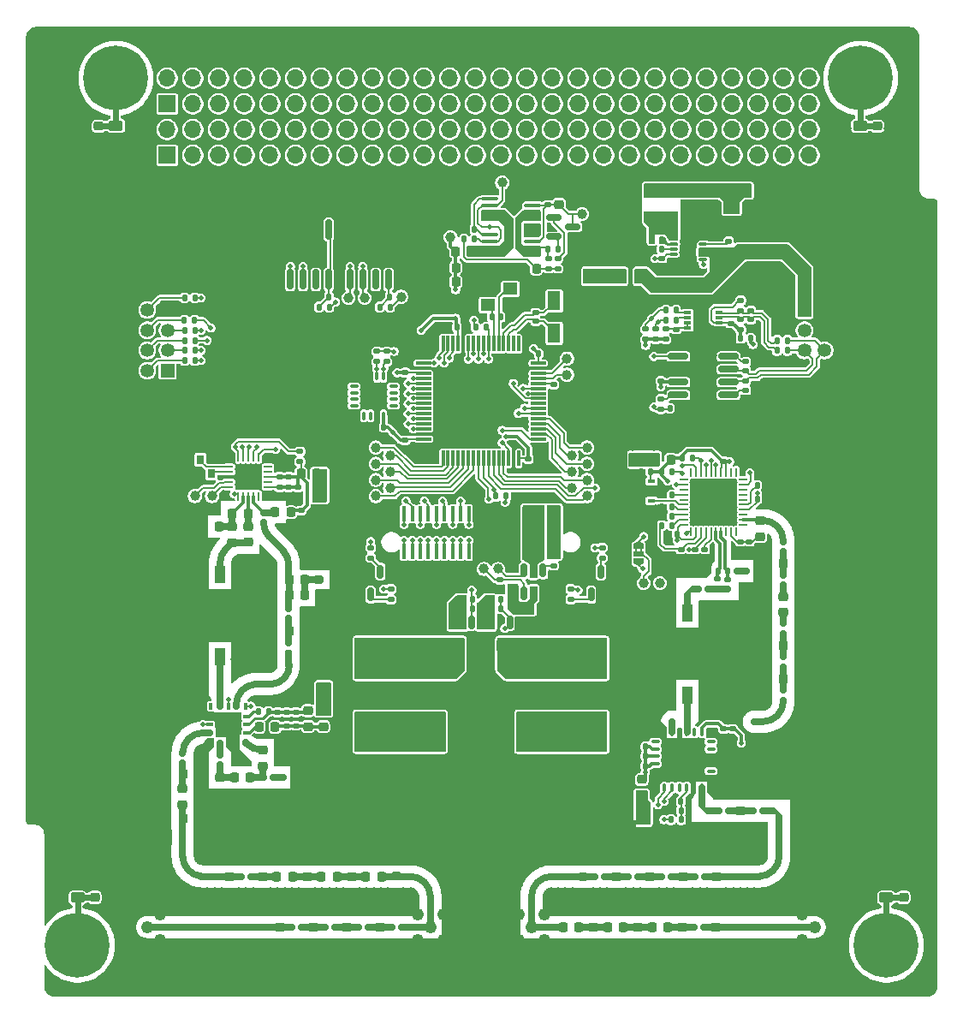
<source format=gbr>
%TF.GenerationSoftware,KiCad,Pcbnew,9.0.6*%
%TF.CreationDate,2025-11-19T17:48:12+01:00*%
%TF.ProjectId,Spino CS,5370696e-6f20-4435-932e-6b696361645f,v2.1*%
%TF.SameCoordinates,PX68e7780PY2faf080*%
%TF.FileFunction,Copper,L1,Top*%
%TF.FilePolarity,Positive*%
%FSLAX46Y46*%
G04 Gerber Fmt 4.6, Leading zero omitted, Abs format (unit mm)*
G04 Created by KiCad (PCBNEW 9.0.6) date 2025-11-19 17:48:12*
%MOMM*%
%LPD*%
G01*
G04 APERTURE LIST*
G04 Aperture macros list*
%AMRoundRect*
0 Rectangle with rounded corners*
0 $1 Rounding radius*
0 $2 $3 $4 $5 $6 $7 $8 $9 X,Y pos of 4 corners*
0 Add a 4 corners polygon primitive as box body*
4,1,4,$2,$3,$4,$5,$6,$7,$8,$9,$2,$3,0*
0 Add four circle primitives for the rounded corners*
1,1,$1+$1,$2,$3*
1,1,$1+$1,$4,$5*
1,1,$1+$1,$6,$7*
1,1,$1+$1,$8,$9*
0 Add four rect primitives between the rounded corners*
20,1,$1+$1,$2,$3,$4,$5,0*
20,1,$1+$1,$4,$5,$6,$7,0*
20,1,$1+$1,$6,$7,$8,$9,0*
20,1,$1+$1,$8,$9,$2,$3,0*%
%AMFreePoly0*
4,1,19,0.050000,0.495196,0.098773,0.495196,0.188893,0.457867,0.257867,0.388893,0.295196,0.298773,0.295196,0.250000,0.300000,0.250000,0.300000,-0.250000,0.295196,-0.250000,0.295196,-0.298773,0.257867,-0.388893,0.188893,-0.457867,0.098773,-0.495196,0.050000,-0.495196,0.050000,-0.500000,-0.300000,-0.500000,-0.300000,0.500000,0.050000,0.500000,0.050000,0.495196,0.050000,0.495196,
$1*%
%AMFreePoly1*
4,1,27,1.150059,-0.300000,1.061606,-0.301926,0.888100,-0.336438,0.724661,-0.404137,0.577570,-0.502420,0.452479,-0.627511,0.354196,-0.774602,0.286497,-0.938041,0.251985,-1.111547,0.250059,-1.200000,0.250000,-1.250000,-1.250000,-1.250000,-1.249941,-1.200000,-1.247479,-1.042857,-1.206456,-0.731260,-1.125113,-0.427683,-1.004841,-0.137321,-0.847698,0.134858,-0.656373,0.384198,-0.434139,0.606432,
-0.184799,0.797757,0.087380,0.954900,0.377742,1.075172,0.681319,1.156515,0.992916,1.197538,1.150059,1.200000,1.150059,-0.300000,1.150059,-0.300000,$1*%
%AMFreePoly2*
4,1,49,1.150000,-0.300000,1.108413,-0.300480,1.025593,-0.308155,0.943834,-0.323438,0.863835,-0.346200,0.786277,-0.376246,0.711822,-0.413320,0.641106,-0.457106,0.574731,-0.507230,0.513264,-0.563264,0.457230,-0.624731,0.407106,-0.691106,0.363320,-0.761822,0.326246,-0.836277,0.296200,-0.913835,0.273438,-0.993834,0.258155,-1.075593,0.250480,-1.158413,0.250000,-1.200000,-1.250000,-1.200000,
-1.249492,-1.130182,-1.241373,-0.990782,-1.225163,-0.852090,-1.200915,-0.714575,-1.168713,-0.578703,-1.128665,-0.444933,-1.080906,-0.313718,-1.025599,-0.185501,-0.962930,-0.060718,-0.893112,0.060210,-0.816381,0.176875,-0.732996,0.288880,-0.643240,0.395848,-0.547415,0.497415,-0.445848,0.593240,-0.338880,0.682996,-0.226875,0.766381,-0.110210,0.843112,0.010718,0.912930,0.135501,0.975599,
0.263718,1.030906,0.394933,1.078665,0.528703,1.118713,0.664575,1.150915,0.802090,1.175163,0.940782,1.191373,1.080182,1.199492,1.150000,1.200000,1.150000,-0.300000,1.150000,-0.300000,$1*%
%AMFreePoly3*
4,1,8,0.325000,-0.275000,0.950000,-0.275000,0.950000,-0.925000,0.425000,-0.925000,-0.325000,-0.175000,-0.325000,0.350000,0.325000,0.350000,0.325000,-0.275000,0.325000,-0.275000,$1*%
%AMFreePoly4*
4,1,25,0.124372,0.300261,0.197847,0.257840,0.257840,0.197847,0.300261,0.124372,0.322220,0.042421,0.322220,-0.042421,0.300261,-0.124372,0.257840,-0.197847,0.197847,-0.257840,0.124372,-0.300261,0.042421,-0.322220,-0.042421,-0.322220,-0.124372,-0.300261,-0.197847,-0.257840,-0.257840,-0.197847,-0.300261,-0.124372,-0.322220,-0.042421,-0.322220,0.042421,-0.300261,0.124372,-0.257840,0.197847,
-0.197847,0.257840,-0.124372,0.300261,-0.042421,0.322220,0.042421,0.322220,0.124372,0.300261,0.124372,0.300261,$1*%
%AMFreePoly5*
4,1,27,-0.992916,1.197538,-0.681319,1.156515,-0.377742,1.075172,-0.087380,0.954900,0.184799,0.797757,0.434139,0.606432,0.656373,0.384198,0.847698,0.134858,1.004841,-0.137321,1.125113,-0.427683,1.206456,-0.731260,1.247479,-1.042857,1.249941,-1.200000,1.250000,-1.250000,-0.250000,-1.250000,-0.250059,-1.200000,-0.251985,-1.111547,-0.286497,-0.938041,-0.354196,-0.774602,-0.452479,-0.627511,
-0.577570,-0.502420,-0.724661,-0.404137,-0.888100,-0.336438,-1.061606,-0.301926,-1.150059,-0.300000,-1.150059,1.200000,-0.992916,1.197538,-0.992916,1.197538,$1*%
G04 Aperture macros list end*
%TA.AperFunction,EtchedComponent*%
%ADD10C,0.000000*%
%TD*%
%TA.AperFunction,SMDPad,CuDef*%
%ADD11RoundRect,0.250000X0.450000X-0.262500X0.450000X0.262500X-0.450000X0.262500X-0.450000X-0.262500X0*%
%TD*%
%TA.AperFunction,SMDPad,CuDef*%
%ADD12C,1.000000*%
%TD*%
%TA.AperFunction,SMDPad,CuDef*%
%ADD13RoundRect,0.135000X-0.185000X0.135000X-0.185000X-0.135000X0.185000X-0.135000X0.185000X0.135000X0*%
%TD*%
%TA.AperFunction,SMDPad,CuDef*%
%ADD14RoundRect,0.200000X0.275000X-0.200000X0.275000X0.200000X-0.275000X0.200000X-0.275000X-0.200000X0*%
%TD*%
%TA.AperFunction,SMDPad,CuDef*%
%ADD15RoundRect,0.225000X-0.225000X-0.250000X0.225000X-0.250000X0.225000X0.250000X-0.225000X0.250000X0*%
%TD*%
%TA.AperFunction,SMDPad,CuDef*%
%ADD16RoundRect,0.225000X-0.250000X0.225000X-0.250000X-0.225000X0.250000X-0.225000X0.250000X0.225000X0*%
%TD*%
%TA.AperFunction,SMDPad,CuDef*%
%ADD17RoundRect,0.140000X-0.170000X0.140000X-0.170000X-0.140000X0.170000X-0.140000X0.170000X0.140000X0*%
%TD*%
%TA.AperFunction,SMDPad,CuDef*%
%ADD18RoundRect,0.140000X-0.140000X-0.170000X0.140000X-0.170000X0.140000X0.170000X-0.140000X0.170000X0*%
%TD*%
%TA.AperFunction,SMDPad,CuDef*%
%ADD19RoundRect,0.250000X-0.475000X0.250000X-0.475000X-0.250000X0.475000X-0.250000X0.475000X0.250000X0*%
%TD*%
%TA.AperFunction,SMDPad,CuDef*%
%ADD20RoundRect,0.140000X0.170000X-0.140000X0.170000X0.140000X-0.170000X0.140000X-0.170000X-0.140000X0*%
%TD*%
%TA.AperFunction,SMDPad,CuDef*%
%ADD21R,1.300000X1.900000*%
%TD*%
%TA.AperFunction,SMDPad,CuDef*%
%ADD22RoundRect,0.062500X0.062500X-0.362500X0.062500X0.362500X-0.062500X0.362500X-0.062500X-0.362500X0*%
%TD*%
%TA.AperFunction,SMDPad,CuDef*%
%ADD23RoundRect,0.062500X0.362500X-0.062500X0.362500X0.062500X-0.362500X0.062500X-0.362500X-0.062500X0*%
%TD*%
%TA.AperFunction,HeatsinkPad*%
%ADD24R,2.600000X2.600000*%
%TD*%
%TA.AperFunction,SMDPad,CuDef*%
%ADD25RoundRect,0.135000X-0.135000X-0.185000X0.135000X-0.185000X0.135000X0.185000X-0.135000X0.185000X0*%
%TD*%
%TA.AperFunction,SMDPad,CuDef*%
%ADD26RoundRect,0.225000X0.250000X-0.225000X0.250000X0.225000X-0.250000X0.225000X-0.250000X-0.225000X0*%
%TD*%
%TA.AperFunction,SMDPad,CuDef*%
%ADD27RoundRect,0.150000X-0.150000X0.825000X-0.150000X-0.825000X0.150000X-0.825000X0.150000X0.825000X0*%
%TD*%
%TA.AperFunction,SMDPad,CuDef*%
%ADD28RoundRect,0.075000X-0.075000X0.700000X-0.075000X-0.700000X0.075000X-0.700000X0.075000X0.700000X0*%
%TD*%
%TA.AperFunction,SMDPad,CuDef*%
%ADD29RoundRect,0.075000X-0.700000X0.075000X-0.700000X-0.075000X0.700000X-0.075000X0.700000X0.075000X0*%
%TD*%
%TA.AperFunction,SMDPad,CuDef*%
%ADD30R,0.800000X0.300000*%
%TD*%
%TA.AperFunction,SMDPad,CuDef*%
%ADD31RoundRect,0.135000X0.135000X0.185000X-0.135000X0.185000X-0.135000X-0.185000X0.135000X-0.185000X0*%
%TD*%
%TA.AperFunction,SMDPad,CuDef*%
%ADD32R,1.016000X1.778000*%
%TD*%
%TA.AperFunction,SMDPad,CuDef*%
%ADD33R,1.778000X1.016000*%
%TD*%
%TA.AperFunction,SMDPad,CuDef*%
%ADD34RoundRect,0.218750X0.218750X0.256250X-0.218750X0.256250X-0.218750X-0.256250X0.218750X-0.256250X0*%
%TD*%
%TA.AperFunction,SMDPad,CuDef*%
%ADD35RoundRect,0.150000X-0.587500X-0.150000X0.587500X-0.150000X0.587500X0.150000X-0.587500X0.150000X0*%
%TD*%
%TA.AperFunction,SMDPad,CuDef*%
%ADD36FreePoly0,90.000000*%
%TD*%
%TA.AperFunction,SMDPad,CuDef*%
%ADD37R,1.000000X0.600000*%
%TD*%
%TA.AperFunction,SMDPad,CuDef*%
%ADD38FreePoly0,270.000000*%
%TD*%
%TA.AperFunction,SMDPad,CuDef*%
%ADD39RoundRect,0.140000X0.140000X0.170000X-0.140000X0.170000X-0.140000X-0.170000X0.140000X-0.170000X0*%
%TD*%
%TA.AperFunction,SMDPad,CuDef*%
%ADD40RoundRect,0.250000X0.475000X-0.250000X0.475000X0.250000X-0.475000X0.250000X-0.475000X-0.250000X0*%
%TD*%
%TA.AperFunction,ComponentPad*%
%ADD41C,6.400000*%
%TD*%
%TA.AperFunction,SMDPad,CuDef*%
%ADD42R,3.400000X0.980000*%
%TD*%
%TA.AperFunction,SMDPad,CuDef*%
%ADD43RoundRect,0.200000X-0.275000X0.200000X-0.275000X-0.200000X0.275000X-0.200000X0.275000X0.200000X0*%
%TD*%
%TA.AperFunction,SMDPad,CuDef*%
%ADD44RoundRect,0.150000X-0.825000X-0.150000X0.825000X-0.150000X0.825000X0.150000X-0.825000X0.150000X0*%
%TD*%
%TA.AperFunction,SMDPad,CuDef*%
%ADD45RoundRect,0.147500X-0.172500X0.147500X-0.172500X-0.147500X0.172500X-0.147500X0.172500X0.147500X0*%
%TD*%
%TA.AperFunction,SMDPad,CuDef*%
%ADD46RoundRect,0.135000X0.185000X-0.135000X0.185000X0.135000X-0.185000X0.135000X-0.185000X-0.135000X0*%
%TD*%
%TA.AperFunction,ComponentPad*%
%ADD47C,7.400000*%
%TD*%
%TA.AperFunction,SMDPad,CuDef*%
%ADD48RoundRect,0.330000X-0.770000X0.870000X-0.770000X-0.870000X0.770000X-0.870000X0.770000X0.870000X0*%
%TD*%
%TA.AperFunction,SMDPad,CuDef*%
%ADD49RoundRect,0.250000X0.300000X-0.300000X0.300000X0.300000X-0.300000X0.300000X-0.300000X-0.300000X0*%
%TD*%
%TA.AperFunction,SMDPad,CuDef*%
%ADD50RoundRect,0.147500X0.147500X0.172500X-0.147500X0.172500X-0.147500X-0.172500X0.147500X-0.172500X0*%
%TD*%
%TA.AperFunction,SMDPad,CuDef*%
%ADD51RoundRect,0.218750X-0.218750X-0.256250X0.218750X-0.256250X0.218750X0.256250X-0.218750X0.256250X0*%
%TD*%
%TA.AperFunction,SMDPad,CuDef*%
%ADD52R,0.790000X0.440000*%
%TD*%
%TA.AperFunction,SMDPad,CuDef*%
%ADD53RoundRect,0.225000X0.225000X0.250000X-0.225000X0.250000X-0.225000X-0.250000X0.225000X-0.250000X0*%
%TD*%
%TA.AperFunction,SMDPad,CuDef*%
%ADD54R,0.380000X1.500000*%
%TD*%
%TA.AperFunction,SMDPad,CuDef*%
%ADD55R,1.500000X36.900000*%
%TD*%
%TA.AperFunction,SMDPad,CuDef*%
%ADD56FreePoly1,90.000000*%
%TD*%
%TA.AperFunction,SMDPad,CuDef*%
%ADD57FreePoly2,0.000000*%
%TD*%
%TA.AperFunction,SMDPad,CuDef*%
%ADD58R,15.299995X1.499980*%
%TD*%
%TA.AperFunction,SMDPad,CuDef*%
%ADD59R,13.049996X1.499980*%
%TD*%
%TA.AperFunction,SMDPad,CuDef*%
%ADD60FreePoly2,180.000000*%
%TD*%
%TA.AperFunction,SMDPad,CuDef*%
%ADD61FreePoly2,270.000000*%
%TD*%
%TA.AperFunction,SMDPad,CuDef*%
%ADD62R,1.500000X36.900008*%
%TD*%
%TA.AperFunction,SMDPad,CuDef*%
%ADD63FreePoly3,0.000000*%
%TD*%
%TA.AperFunction,SMDPad,CuDef*%
%ADD64FreePoly4,0.000000*%
%TD*%
%TA.AperFunction,SMDPad,CuDef*%
%ADD65R,0.280000X0.280000*%
%TD*%
%TA.AperFunction,SMDPad,CuDef*%
%ADD66O,0.850000X0.280000*%
%TD*%
%TA.AperFunction,SMDPad,CuDef*%
%ADD67R,0.680000X1.050000*%
%TD*%
%TA.AperFunction,SMDPad,CuDef*%
%ADD68R,0.260000X0.500000*%
%TD*%
%TA.AperFunction,SMDPad,CuDef*%
%ADD69R,0.280000X0.700000*%
%TD*%
%TA.AperFunction,SMDPad,CuDef*%
%ADD70R,1.650000X2.400000*%
%TD*%
%TA.AperFunction,SMDPad,CuDef*%
%ADD71RoundRect,0.150000X-0.150000X0.512500X-0.150000X-0.512500X0.150000X-0.512500X0.150000X0.512500X0*%
%TD*%
%TA.AperFunction,SMDPad,CuDef*%
%ADD72RoundRect,0.218750X-0.256250X0.218750X-0.256250X-0.218750X0.256250X-0.218750X0.256250X0.218750X0*%
%TD*%
%TA.AperFunction,ComponentPad*%
%ADD73R,1.350000X1.350000*%
%TD*%
%TA.AperFunction,ComponentPad*%
%ADD74C,1.350000*%
%TD*%
%TA.AperFunction,ComponentPad*%
%ADD75C,1.500000*%
%TD*%
%TA.AperFunction,ComponentPad*%
%ADD76R,1.700000X1.700000*%
%TD*%
%TA.AperFunction,ComponentPad*%
%ADD77O,1.700000X1.700000*%
%TD*%
%TA.AperFunction,SMDPad,CuDef*%
%ADD78RoundRect,0.147500X-0.147500X-0.172500X0.147500X-0.172500X0.147500X0.172500X-0.147500X0.172500X0*%
%TD*%
%TA.AperFunction,SMDPad,CuDef*%
%ADD79RoundRect,0.150000X0.150000X-0.512500X0.150000X0.512500X-0.150000X0.512500X-0.150000X-0.512500X0*%
%TD*%
%TA.AperFunction,SMDPad,CuDef*%
%ADD80FreePoly3,270.000000*%
%TD*%
%TA.AperFunction,SMDPad,CuDef*%
%ADD81FreePoly4,270.000000*%
%TD*%
%TA.AperFunction,SMDPad,CuDef*%
%ADD82RoundRect,0.100000X-0.100000X-0.225000X0.100000X-0.225000X0.100000X0.225000X-0.100000X0.225000X0*%
%TD*%
%TA.AperFunction,SMDPad,CuDef*%
%ADD83RoundRect,0.100000X0.225000X-0.100000X0.225000X0.100000X-0.225000X0.100000X-0.225000X-0.100000X0*%
%TD*%
%TA.AperFunction,SMDPad,CuDef*%
%ADD84RoundRect,0.100000X0.100000X0.225000X-0.100000X0.225000X-0.100000X-0.225000X0.100000X-0.225000X0*%
%TD*%
%TA.AperFunction,SMDPad,CuDef*%
%ADD85RoundRect,0.100000X-0.225000X0.100000X-0.225000X-0.100000X0.225000X-0.100000X0.225000X0.100000X0*%
%TD*%
%TA.AperFunction,SMDPad,CuDef*%
%ADD86R,1.000000X1.000000*%
%TD*%
%TA.AperFunction,SMDPad,CuDef*%
%ADD87RoundRect,0.100000X0.712500X0.100000X-0.712500X0.100000X-0.712500X-0.100000X0.712500X-0.100000X0*%
%TD*%
%TA.AperFunction,SMDPad,CuDef*%
%ADD88R,1.400000X1.200000*%
%TD*%
%TA.AperFunction,SMDPad,CuDef*%
%ADD89RoundRect,0.250000X0.262500X0.450000X-0.262500X0.450000X-0.262500X-0.450000X0.262500X-0.450000X0*%
%TD*%
%TA.AperFunction,SMDPad,CuDef*%
%ADD90RoundRect,0.218750X0.256250X-0.218750X0.256250X0.218750X-0.256250X0.218750X-0.256250X-0.218750X0*%
%TD*%
%TA.AperFunction,SMDPad,CuDef*%
%ADD91RoundRect,0.250000X-0.450000X0.262500X-0.450000X-0.262500X0.450000X-0.262500X0.450000X0.262500X0*%
%TD*%
%TA.AperFunction,SMDPad,CuDef*%
%ADD92R,0.800000X0.900000*%
%TD*%
%TA.AperFunction,SMDPad,CuDef*%
%ADD93RoundRect,0.097500X0.277500X-0.302500X0.277500X0.302500X-0.277500X0.302500X-0.277500X-0.302500X0*%
%TD*%
%TA.AperFunction,SMDPad,CuDef*%
%ADD94RoundRect,0.100000X0.100000X0.300000X-0.100000X0.300000X-0.100000X-0.300000X0.100000X-0.300000X0*%
%TD*%
%TA.AperFunction,SMDPad,CuDef*%
%ADD95RoundRect,0.093750X0.281250X-0.306250X0.281250X0.306250X-0.281250X0.306250X-0.281250X-0.306250X0*%
%TD*%
%TA.AperFunction,SMDPad,CuDef*%
%ADD96RoundRect,0.100000X-0.300000X0.100000X-0.300000X-0.100000X0.300000X-0.100000X0.300000X0.100000X0*%
%TD*%
%TA.AperFunction,SMDPad,CuDef*%
%ADD97RoundRect,0.097500X-0.277500X0.302500X-0.277500X-0.302500X0.277500X-0.302500X0.277500X0.302500X0*%
%TD*%
%TA.AperFunction,SMDPad,CuDef*%
%ADD98RoundRect,0.100000X-0.100000X-0.300000X0.100000X-0.300000X0.100000X0.300000X-0.100000X0.300000X0*%
%TD*%
%TA.AperFunction,SMDPad,CuDef*%
%ADD99RoundRect,0.097500X-0.277500X-0.302500X0.277500X-0.302500X0.277500X0.302500X-0.277500X0.302500X0*%
%TD*%
%TA.AperFunction,SMDPad,CuDef*%
%ADD100RoundRect,0.100000X0.300000X-0.100000X0.300000X0.100000X-0.300000X0.100000X-0.300000X-0.100000X0*%
%TD*%
%TA.AperFunction,HeatsinkPad*%
%ADD101R,4.600000X4.600000*%
%TD*%
%TA.AperFunction,SMDPad,CuDef*%
%ADD102FreePoly3,180.000000*%
%TD*%
%TA.AperFunction,SMDPad,CuDef*%
%ADD103FreePoly4,180.000000*%
%TD*%
%TA.AperFunction,SMDPad,CuDef*%
%ADD104RoundRect,0.075000X-0.075000X0.350000X-0.075000X-0.350000X0.075000X-0.350000X0.075000X0.350000X0*%
%TD*%
%TA.AperFunction,SMDPad,CuDef*%
%ADD105RoundRect,0.075000X-0.350000X0.075000X-0.350000X-0.075000X0.350000X-0.075000X0.350000X0.075000X0*%
%TD*%
%TA.AperFunction,SMDPad,CuDef*%
%ADD106FreePoly2,90.000000*%
%TD*%
%TA.AperFunction,SMDPad,CuDef*%
%ADD107FreePoly5,270.000000*%
%TD*%
%TA.AperFunction,ComponentPad*%
%ADD108C,1.240000*%
%TD*%
%TA.AperFunction,ViaPad*%
%ADD109C,0.500000*%
%TD*%
%TA.AperFunction,ViaPad*%
%ADD110C,0.650000*%
%TD*%
%TA.AperFunction,Conductor*%
%ADD111C,0.200000*%
%TD*%
%TA.AperFunction,Conductor*%
%ADD112C,0.350000*%
%TD*%
%TA.AperFunction,Conductor*%
%ADD113C,0.650000*%
%TD*%
%TA.AperFunction,Conductor*%
%ADD114C,0.300000*%
%TD*%
%TA.AperFunction,Conductor*%
%ADD115C,0.250000*%
%TD*%
%TA.AperFunction,Conductor*%
%ADD116C,0.600000*%
%TD*%
G04 APERTURE END LIST*
D10*
%TA.AperFunction,EtchedComponent*%
%TO.C,JP1*%
G36*
X60450000Y-51825000D02*
G01*
X60225000Y-51825000D01*
X60225000Y-51575000D01*
X60450000Y-51575000D01*
X60450000Y-51825000D01*
G37*
%TD.AperFunction*%
%TA.AperFunction,EtchedComponent*%
G36*
X60950000Y-51825000D02*
G01*
X60725000Y-51825000D01*
X60725000Y-51575000D01*
X60950000Y-51575000D01*
X60950000Y-51825000D01*
G37*
%TD.AperFunction*%
%TD*%
D11*
%TO.P,R55,1*%
%TO.N,Net-(C130-Pad1)*%
X85100000Y-86112500D03*
%TO.P,R55,2*%
%TO.N,GND*%
X85100000Y-84287500D03*
%TD*%
D12*
%TO.P,TP11,1,1*%
%TO.N,/Power Supply/EXT_PWR_ ~{FLT}*%
X46700000Y-53600000D03*
%TD*%
D13*
%TO.P,R10,1*%
%TO.N,/Power Supply/VHF_PWR_EN*%
X34100000Y-51490000D03*
%TO.P,R10,2*%
%TO.N,Net-(Q3-B)*%
X34100000Y-52510000D03*
%TD*%
D14*
%TO.P,R46,1*%
%TO.N,Net-(C61-Pad2)*%
X28900000Y-54625000D03*
%TO.P,R46,2*%
%TO.N,GND*%
X28900000Y-52975000D03*
%TD*%
D15*
%TO.P,C35,1*%
%TO.N,+3.3V*%
X49725000Y-57600000D03*
%TO.P,C35,2*%
%TO.N,GND*%
X51275000Y-57600000D03*
%TD*%
D16*
%TO.P,C106,1*%
%TO.N,/VHF Duplexer/MAIN_UHF*%
X25100000Y-89025000D03*
%TO.P,C106,2*%
%TO.N,GND*%
X25100000Y-90575000D03*
%TD*%
%TO.P,C129,1*%
%TO.N,Net-(C129-Pad1)*%
X84200000Y-9825000D03*
%TO.P,C129,2*%
%TO.N,GND*%
X84200000Y-11375000D03*
%TD*%
%TO.P,C114,1*%
%TO.N,Net-(C113-Pad2)*%
X23400000Y-84025000D03*
%TO.P,C114,2*%
%TO.N,GND*%
X23400000Y-85575000D03*
%TD*%
D17*
%TO.P,C6,1*%
%TO.N,+3.3V*%
X62900000Y-22870000D03*
%TO.P,C6,2*%
%TO.N,GND*%
X62900000Y-23830000D03*
%TD*%
D12*
%TO.P,TP8,1,1*%
%TO.N,/Power Supply/UHF_PWR_EN*%
X55500000Y-46400000D03*
%TD*%
D18*
%TO.P,C36,1*%
%TO.N,VCC_MCU*%
X42620000Y-29700000D03*
%TO.P,C36,2*%
%TO.N,GND*%
X43580000Y-29700000D03*
%TD*%
D12*
%TO.P,TP4,1,1*%
%TO.N,/Power Supply/PGOOD*%
X47100000Y-15400000D03*
%TD*%
D18*
%TO.P,C105,1*%
%TO.N,Net-(D4-A2)*%
X71920000Y-77500000D03*
%TO.P,C105,2*%
%TO.N,/RF UHF/ANTENNA*%
X72880000Y-77500000D03*
%TD*%
D19*
%TO.P,C22,1*%
%TO.N,Net-(C19-Pad1)*%
X38800000Y-71050000D03*
%TO.P,C22,2*%
%TO.N,GND*%
X38800000Y-72950000D03*
%TD*%
D20*
%TO.P,C44,1*%
%TO.N,Net-(U5-PC15)*%
X50400000Y-28280000D03*
%TO.P,C44,2*%
%TO.N,GND*%
X50400000Y-27320000D03*
%TD*%
D17*
%TO.P,C73,1*%
%TO.N,Net-(U12-ANT)*%
X15500000Y-71820000D03*
%TO.P,C73,2*%
%TO.N,Net-(C73-Pad2)*%
X15500000Y-72780000D03*
%TD*%
D12*
%TO.P,TP32,1,1*%
%TO.N,/RF UHF/FE_EN*%
X61100000Y-55000000D03*
%TD*%
D21*
%TO.P,X2,1,1*%
%TO.N,Net-(U5-PC14)*%
X52250000Y-30300000D03*
%TO.P,X2,2,2*%
%TO.N,GND*%
X57750000Y-30300000D03*
%TO.P,X2,3,3*%
X57750000Y-27100000D03*
%TO.P,X2,4,4*%
%TO.N,Net-(U5-PC15)*%
X52250000Y-27100000D03*
%TD*%
D20*
%TO.P,C98,1*%
%TO.N,GND*%
X69900000Y-70380000D03*
%TO.P,C98,2*%
%TO.N,VCC_UHF_FE*%
X69900000Y-69420000D03*
%TD*%
D22*
%TO.P,U11,1,SDN*%
%TO.N,/Processor/VHF_SDN*%
X21000000Y-46425000D03*
%TO.P,U11,2,RXp*%
%TO.N,Net-(U11-RXp)*%
X21500000Y-46425000D03*
%TO.P,U11,3,RXn*%
%TO.N,Net-(U11-RXn)*%
X22000000Y-46425000D03*
%TO.P,U11,4,TX*%
%TO.N,Net-(U11-TX)*%
X22500000Y-46425000D03*
%TO.P,U11,5,NC*%
%TO.N,unconnected-(U11-NC-Pad5)*%
X23000000Y-46425000D03*
D23*
%TO.P,U11,6,VDD*%
%TO.N,VCC_VHF*%
X23925000Y-45500000D03*
%TO.P,U11,7,TXRAMP*%
%TO.N,unconnected-(U11-TXRAMP-Pad7)*%
X23925000Y-45000000D03*
%TO.P,U11,8,VDD*%
%TO.N,VCC_VHF*%
X23925000Y-44500000D03*
%TO.P,U11,9,GPIO0*%
%TO.N,unconnected-(U11-GPIO0-Pad9)*%
X23925000Y-44000000D03*
%TO.P,U11,10,GPIO1*%
%TO.N,unconnected-(U11-GPIO1-Pad10)*%
X23925000Y-43500000D03*
D22*
%TO.P,U11,11,~{IRQ}*%
%TO.N,/Processor/VHF_~{IRQ}*%
X23000000Y-42575000D03*
%TO.P,U11,12,SCLK*%
%TO.N,/Processor/VHF_SPI_SCK*%
X22500000Y-42575000D03*
%TO.P,U11,13,SDO*%
%TO.N,/Processor/VHF_SPI_MISO*%
X22000000Y-42575000D03*
%TO.P,U11,14,SDI*%
%TO.N,/Processor/VHF_SPI_MOSI*%
X21500000Y-42575000D03*
%TO.P,U11,15,~{SEL}*%
%TO.N,/Processor/VHF_SPI_~{CS}*%
X21000000Y-42575000D03*
D23*
%TO.P,U11,16,XOUT*%
%TO.N,Net-(U11-XOUT)*%
X20075000Y-43500000D03*
%TO.P,U11,17,XIN*%
%TO.N,Net-(U11-XIN)*%
X20075000Y-44000000D03*
%TO.P,U11,18,GND*%
%TO.N,GND*%
X20075000Y-44500000D03*
%TO.P,U11,19,GPIO2*%
%TO.N,/RF VHF/~{CSD}*%
X20075000Y-45000000D03*
%TO.P,U11,20,GPIO3*%
%TO.N,/RF VHF/CTX*%
X20075000Y-45500000D03*
D24*
%TO.P,U11,21,GND*%
%TO.N,GND*%
X22000000Y-44500000D03*
%TD*%
D25*
%TO.P,R42,1*%
%TO.N,/Digital Serial/EXT_I2C_SCL_CAN_RX*%
X63690000Y-37700000D03*
%TO.P,R42,2*%
%TO.N,GND*%
X64710000Y-37700000D03*
%TD*%
D13*
%TO.P,R38,1*%
%TO.N,Net-(U9-VREF1)*%
X70700000Y-27040000D03*
%TO.P,R38,2*%
%TO.N,Net-(U9-SDA1)*%
X70700000Y-28060000D03*
%TD*%
%TO.P,R2,1*%
%TO.N,Net-(U1-MODE{slash}SYNC)*%
X69500000Y-21240000D03*
%TO.P,R2,2*%
%TO.N,VIN*%
X69500000Y-22260000D03*
%TD*%
D26*
%TO.P,C131,1*%
%TO.N,Net-(C131-Pad1)*%
X6800000Y-86075000D03*
%TO.P,C131,2*%
%TO.N,GND*%
X6800000Y-84525000D03*
%TD*%
D12*
%TO.P,TP17,1,1*%
%TO.N,/Processor/VHF_SPI_~{CS}*%
X34600000Y-41600000D03*
%TD*%
D26*
%TO.P,C9,1*%
%TO.N,Net-(Q1-C)*%
X52700000Y-17575000D03*
%TO.P,C9,2*%
%TO.N,GND*%
X52700000Y-16025000D03*
%TD*%
D27*
%TO.P,U8,1,A0*%
%TO.N,Net-(U8-A0)*%
X29955000Y-20025000D03*
%TO.P,U8,2,A1*%
%TO.N,GND*%
X28685000Y-20025000D03*
%TO.P,U8,3,A2*%
X27415000Y-20025000D03*
%TO.P,U8,4,VSS*%
X26145000Y-20025000D03*
%TO.P,U8,5,SDA*%
%TO.N,/Processor/INT_I2C_SDA*%
X26145000Y-24975000D03*
%TO.P,U8,6,SCL*%
%TO.N,/Processor/INT_I2C_SCL*%
X27415000Y-24975000D03*
%TO.P,U8,7,WP*%
%TO.N,unconnected-(U8-WP-Pad7)*%
X28685000Y-24975000D03*
%TO.P,U8,8,VDD*%
%TO.N,Net-(U8-A0)*%
X29955000Y-24975000D03*
%TD*%
D19*
%TO.P,C21,1*%
%TO.N,Net-(C19-Pad1)*%
X37000000Y-71050000D03*
%TO.P,C21,2*%
%TO.N,GND*%
X37000000Y-72950000D03*
%TD*%
D28*
%TO.P,U5,1,VBAT*%
%TO.N,unconnected-(U5-VBAT-Pad1)*%
X48750000Y-31325000D03*
%TO.P,U5,2,PC13*%
%TO.N,unconnected-(U5-PC13-Pad2)*%
X48250000Y-31325000D03*
%TO.P,U5,3,PC14*%
%TO.N,Net-(U5-PC14)*%
X47750000Y-31325000D03*
%TO.P,U5,4,PC15*%
%TO.N,Net-(U5-PC15)*%
X47250000Y-31325000D03*
%TO.P,U5,5,PH0*%
%TO.N,Net-(U5-PH0)*%
X46750000Y-31325000D03*
%TO.P,U5,6,PH1*%
%TO.N,Net-(U5-PH1)*%
X46250000Y-31325000D03*
%TO.P,U5,7,NRST*%
%TO.N,/Processor/~{RST}*%
X45750000Y-31325000D03*
%TO.P,U5,8,PC0*%
%TO.N,/Processor/DEBUG_RX*%
X45250000Y-31325000D03*
%TO.P,U5,9,PC1*%
%TO.N,/Processor/DEBUG_TX*%
X44750000Y-31325000D03*
%TO.P,U5,10,PC2*%
%TO.N,/Processor/EXT1*%
X44250000Y-31325000D03*
%TO.P,U5,11,PC3*%
%TO.N,/Processor/EXT2*%
X43750000Y-31325000D03*
%TO.P,U5,12,VSSA*%
%TO.N,GND*%
X43250000Y-31325000D03*
%TO.P,U5,13,VDDA*%
%TO.N,VCC_MCU*%
X42750000Y-31325000D03*
%TO.P,U5,14,PA0*%
%TO.N,/Processor/EXT3*%
X42250000Y-31325000D03*
%TO.P,U5,15,PA1*%
%TO.N,/Processor/EXT4*%
X41750000Y-31325000D03*
%TO.P,U5,16,PA2*%
%TO.N,/Processor/EXT5*%
X41250000Y-31325000D03*
D29*
%TO.P,U5,17,PA3*%
%TO.N,/Processor/EXT6*%
X39325000Y-33250000D03*
%TO.P,U5,18,VSS*%
%TO.N,GND*%
X39325000Y-33750000D03*
%TO.P,U5,19,VDD*%
%TO.N,VCC_MCU*%
X39325000Y-34250000D03*
%TO.P,U5,20,PA4*%
%TO.N,/Processor/EXT7*%
X39325000Y-34750000D03*
%TO.P,U5,21,PA5*%
%TO.N,/Processor/EXT8*%
X39325000Y-35250000D03*
%TO.P,U5,22,PA6*%
%TO.N,/Processor/EXT9*%
X39325000Y-35750000D03*
%TO.P,U5,23,PA7*%
%TO.N,/Processor/EXT10*%
X39325000Y-36250000D03*
%TO.P,U5,24,PC4*%
%TO.N,/Processor/EXT11*%
X39325000Y-36750000D03*
%TO.P,U5,25,PC5*%
%TO.N,/Processor/EXT12*%
X39325000Y-37250000D03*
%TO.P,U5,26,PB0*%
%TO.N,/Processor/EXT13*%
X39325000Y-37750000D03*
%TO.P,U5,27,PB1*%
%TO.N,/Processor/EXT14*%
X39325000Y-38250000D03*
%TO.P,U5,28,PB2*%
%TO.N,/Processor/EXT15*%
X39325000Y-38750000D03*
%TO.P,U5,29,PB10*%
%TO.N,/Processor/EXT16*%
X39325000Y-39250000D03*
%TO.P,U5,30,PB11*%
%TO.N,/Processor/EXT17*%
X39325000Y-39750000D03*
%TO.P,U5,31,VSS*%
%TO.N,GND*%
X39325000Y-40250000D03*
%TO.P,U5,32,VDD*%
%TO.N,VCC_MCU*%
X39325000Y-40750000D03*
D28*
%TO.P,U5,33,PB12*%
%TO.N,/Processor/VHF_SPI_~{CS}*%
X41250000Y-42675000D03*
%TO.P,U5,34,PB13*%
%TO.N,/Processor/VHF_SPI_SCK*%
X41750000Y-42675000D03*
%TO.P,U5,35,PB14*%
%TO.N,/Processor/VHF_SPI_MISO*%
X42250000Y-42675000D03*
%TO.P,U5,36,PB15*%
%TO.N,/Processor/VHF_SPI_MOSI*%
X42750000Y-42675000D03*
%TO.P,U5,37,PC6*%
%TO.N,/Processor/VHF_~{IRQ}*%
X43250000Y-42675000D03*
%TO.P,U5,38,PC7*%
%TO.N,/Processor/VHF_SDN*%
X43750000Y-42675000D03*
%TO.P,U5,39,PC8*%
%TO.N,/Power Supply/VHF_PWR_EN*%
X44250000Y-42675000D03*
%TO.P,U5,40,PC9*%
%TO.N,/Power Supply/EXT_PWR_EN*%
X44750000Y-42675000D03*
%TO.P,U5,41,PA8*%
%TO.N,/Power Supply/EXT_PWR_ ~{FLT}*%
X45250000Y-42675000D03*
%TO.P,U5,42,PA9*%
%TO.N,/Power Supply/UHF_PWR_EN*%
X45750000Y-42675000D03*
%TO.P,U5,43,PA10*%
%TO.N,/Processor/UHF_FE_EN*%
X46250000Y-42675000D03*
%TO.P,U5,44,PA11*%
%TO.N,/Processor/UHF_~{RST}*%
X46750000Y-42675000D03*
%TO.P,U5,45,PA12*%
%TO.N,/Processor/UHF_INT*%
X47250000Y-42675000D03*
%TO.P,U5,46,PA13*%
%TO.N,/Processor/SWDIO*%
X47750000Y-42675000D03*
%TO.P,U5,47,VSS*%
%TO.N,GND*%
X48250000Y-42675000D03*
%TO.P,U5,48,VDD*%
%TO.N,VCC_MCU*%
X48750000Y-42675000D03*
D29*
%TO.P,U5,49,PA14*%
%TO.N,/Processor/SWCLK*%
X50675000Y-40750000D03*
%TO.P,U5,50,PA15*%
%TO.N,/Processor/UHF_SPI_~{CS}*%
X50675000Y-40250000D03*
%TO.P,U5,51,PC10*%
%TO.N,/Processor/UHF_SPI_SCK*%
X50675000Y-39750000D03*
%TO.P,U5,52,PC11*%
%TO.N,/Processor/UHF_SPI_MISO*%
X50675000Y-39250000D03*
%TO.P,U5,53,PC12*%
%TO.N,/Processor/UHF_SPI_MOSI*%
X50675000Y-38750000D03*
%TO.P,U5,54,PD2*%
%TO.N,/Processor/EXT0*%
X50675000Y-38250000D03*
%TO.P,U5,55,PB3*%
%TO.N,/Processor/SWO*%
X50675000Y-37750000D03*
%TO.P,U5,56,PB4*%
%TO.N,unconnected-(U5-PB4-Pad56)*%
X50675000Y-37250000D03*
%TO.P,U5,57,PB5*%
%TO.N,/Processor/FRAM_PWR*%
X50675000Y-36750000D03*
%TO.P,U5,58,PB6*%
%TO.N,/Processor/INT_I2C_SCL*%
X50675000Y-36250000D03*
%TO.P,U5,59,PB7*%
%TO.N,/Processor/INT_I2C_SDA*%
X50675000Y-35750000D03*
%TO.P,U5,60,PH3*%
%TO.N,Net-(U5-PH3)*%
X50675000Y-35250000D03*
%TO.P,U5,61,PB8*%
%TO.N,/Digital Serial/EXT_I2C_SCL_CAN_RX*%
X50675000Y-34750000D03*
%TO.P,U5,62,PB9*%
%TO.N,/Digital Serial/EXT_I2C_SDA_CAN_TX*%
X50675000Y-34250000D03*
%TO.P,U5,63,VSS*%
%TO.N,GND*%
X50675000Y-33750000D03*
%TO.P,U5,64,VDD*%
%TO.N,VCC_MCU*%
X50675000Y-33250000D03*
%TD*%
D30*
%TO.P,U9,1,GND*%
%TO.N,GND*%
X68550000Y-29750000D03*
%TO.P,U9,2,VREF1*%
%TO.N,Net-(U9-VREF1)*%
X68550000Y-29250000D03*
%TO.P,U9,3,SCL1*%
%TO.N,Net-(U9-SCL1)*%
X68550000Y-28750000D03*
%TO.P,U9,4,SDA1*%
%TO.N,Net-(U9-SDA1)*%
X68550000Y-28250000D03*
%TO.P,U9,5,SDA2*%
%TO.N,Net-(U9-SDA2)*%
X65450000Y-28250000D03*
%TO.P,U9,6,SCL2*%
%TO.N,Net-(U9-SCL2)*%
X65450000Y-28750000D03*
%TO.P,U9,7,VREF2*%
%TO.N,Net-(U9-EN)*%
X65450000Y-29250000D03*
%TO.P,U9,8,EN*%
X65450000Y-29750000D03*
%TD*%
D31*
%TO.P,R23,1*%
%TO.N,/Processor/SWDIO*%
X16700000Y-33000000D03*
%TO.P,R23,2*%
%TO.N,Net-(J4-Pin_5)*%
X15680000Y-33000000D03*
%TD*%
D16*
%TO.P,C120,1*%
%TO.N,Net-(C120-Pad1)*%
X60500000Y-89025000D03*
%TO.P,C120,2*%
%TO.N,GND*%
X60500000Y-90575000D03*
%TD*%
D32*
%TO.P,FL2,1,GND*%
%TO.N,GND*%
X63495000Y-66064000D03*
%TO.P,FL2,2,IN*%
%TO.N,Net-(FL2-IN)*%
X65400000Y-66064000D03*
%TO.P,FL2,3,GND*%
%TO.N,GND*%
X67305000Y-66064000D03*
D33*
%TO.P,FL2,4,GND*%
X69464000Y-62000000D03*
D32*
%TO.P,FL2,5,GND*%
X67305000Y-57936000D03*
%TO.P,FL2,6,OUT*%
%TO.N,Net-(FL2-OUT)*%
X65400000Y-57936000D03*
%TO.P,FL2,7,GND*%
%TO.N,GND*%
X63495000Y-57936000D03*
D33*
%TO.P,FL2,8,GND*%
X61336000Y-62000000D03*
%TD*%
D18*
%TO.P,C111,1*%
%TO.N,Net-(C110-Pad2)*%
X36170000Y-89000000D03*
%TO.P,C111,2*%
%TO.N,/VHF Duplexer/UHF_ANTENNA*%
X37130000Y-89000000D03*
%TD*%
D17*
%TO.P,C55,1*%
%TO.N,VCC_VHF*%
X26000000Y-45520000D03*
%TO.P,C55,2*%
%TO.N,GND*%
X26000000Y-46480000D03*
%TD*%
D34*
%TO.P,L31,1,1*%
%TO.N,Net-(C121-Pad1)*%
X54687500Y-89000000D03*
%TO.P,L31,2,2*%
%TO.N,/UHF Duplexer/VHF_ANTENNA*%
X53112500Y-89000000D03*
%TD*%
D35*
%TO.P,Q1,1,B*%
%TO.N,Net-(Q1-B)*%
X52212500Y-18850000D03*
%TO.P,Q1,2,E*%
%TO.N,Net-(Q1-E)*%
X52212500Y-20750000D03*
%TO.P,Q1,3,C*%
%TO.N,Net-(Q1-C)*%
X54087500Y-19800000D03*
%TD*%
D36*
%TO.P,JP1,1,A*%
%TO.N,/Processor/UHF_FE_EN*%
X60600000Y-51300000D03*
D37*
%TO.P,JP1,2,C*%
%TO.N,/RF UHF/FE_EN*%
X60600000Y-52100000D03*
D38*
%TO.P,JP1,3,B*%
%TO.N,Net-(JP1-B)*%
X60600000Y-52900000D03*
%TD*%
D39*
%TO.P,C125,1*%
%TO.N,Net-(C123-Pad2)*%
X63830000Y-84000000D03*
%TO.P,C125,2*%
%TO.N,Net-(C125-Pad2)*%
X62870000Y-84000000D03*
%TD*%
D17*
%TO.P,C48,1*%
%TO.N,Net-(U9-EN)*%
X64300000Y-29920000D03*
%TO.P,C48,2*%
%TO.N,GND*%
X64300000Y-30880000D03*
%TD*%
D40*
%TO.P,C14,1*%
%TO.N,Net-(Q2-D)*%
X33400000Y-61150000D03*
%TO.P,C14,2*%
%TO.N,GND*%
X33400000Y-59250000D03*
%TD*%
D17*
%TO.P,C43,1*%
%TO.N,Net-(U5-PC14)*%
X50400000Y-29120000D03*
%TO.P,C43,2*%
%TO.N,GND*%
X50400000Y-30080000D03*
%TD*%
%TO.P,C59,1*%
%TO.N,VCC_VHF*%
X27200000Y-47820000D03*
%TO.P,C59,2*%
%TO.N,GND*%
X27200000Y-48780000D03*
%TD*%
D31*
%TO.P,R16,1*%
%TO.N,VCC_MCU*%
X47510000Y-46400000D03*
%TO.P,R16,2*%
%TO.N,/Power Supply/EXT_PWR_ ~{FLT}*%
X46490000Y-46400000D03*
%TD*%
D39*
%TO.P,C126,1*%
%TO.N,Net-(C125-Pad2)*%
X60530000Y-84000000D03*
%TO.P,C126,2*%
%TO.N,Net-(C126-Pad2)*%
X59570000Y-84000000D03*
%TD*%
D12*
%TO.P,TP19,1,1*%
%TO.N,/Processor/VHF_SPI_MOSI*%
X36000000Y-44000000D03*
%TD*%
%TO.P,TP20,1,1*%
%TO.N,/Processor/VHF_SPI_MISO*%
X34600000Y-43200000D03*
%TD*%
D31*
%TO.P,R24,1*%
%TO.N,/Processor/SWCLK*%
X16710000Y-31000000D03*
%TO.P,R24,2*%
%TO.N,Net-(J4-Pin_6)*%
X15690000Y-31000000D03*
%TD*%
D39*
%TO.P,C47,1*%
%TO.N,Net-(U8-A0)*%
X29980000Y-26700000D03*
%TO.P,C47,2*%
%TO.N,GND*%
X29020000Y-26700000D03*
%TD*%
D41*
%TO.P,H2,1,1*%
%TO.N,Net-(C129-Pad1)*%
X82550000Y-5080000D03*
%TD*%
D16*
%TO.P,C124,1*%
%TO.N,Net-(C123-Pad2)*%
X65000000Y-84025000D03*
%TO.P,C124,2*%
%TO.N,GND*%
X65000000Y-85575000D03*
%TD*%
D39*
%TO.P,C127,1*%
%TO.N,Net-(C126-Pad2)*%
X57230000Y-84000000D03*
%TO.P,C127,2*%
%TO.N,/UHF Duplexer/VHF_ANTENNA*%
X56270000Y-84000000D03*
%TD*%
D13*
%TO.P,R28,1*%
%TO.N,VCC_MCU*%
X34700000Y-32090000D03*
%TO.P,R28,2*%
%TO.N,/Processor/INT_I2C_SDA*%
X34700000Y-33110000D03*
%TD*%
D17*
%TO.P,C60,1*%
%TO.N,Net-(U11-TX)*%
X23500000Y-48020000D03*
%TO.P,C60,2*%
%TO.N,Net-(C60-Pad2)*%
X23500000Y-48980000D03*
%TD*%
D42*
%TO.P,L1,1,1*%
%TO.N,Net-(U1-SW)*%
X62800000Y-18785000D03*
%TO.P,L1,2,2*%
%TO.N,+3.3V*%
X62800000Y-16415000D03*
%TD*%
D43*
%TO.P,R52,1*%
%TO.N,/UHF Duplexer/VHF_ANTENNA*%
X55100000Y-84025000D03*
%TO.P,R52,2*%
%TO.N,GND*%
X55100000Y-85675000D03*
%TD*%
D44*
%TO.P,U10,1,TXD*%
%TO.N,/Digital Serial/EXT_I2C_SDA_CAN_TX*%
X64525000Y-32595000D03*
%TO.P,U10,2,VSS*%
%TO.N,GND*%
X64525000Y-33865000D03*
%TO.P,U10,3,VDD*%
%TO.N,/OBC_I2C_CAN_PWR*%
X64525000Y-35135000D03*
%TO.P,U10,4,RXD*%
%TO.N,Net-(U10-RXD)*%
X64525000Y-36405000D03*
%TO.P,U10,5,Vref*%
%TO.N,Net-(U10-Vref)*%
X69475000Y-36405000D03*
%TO.P,U10,6,CANL*%
%TO.N,/OBC_I2C_SDA_CAN_L*%
X69475000Y-35135000D03*
%TO.P,U10,7,CANH*%
%TO.N,/OBC_I2C_SCL_CAN_H*%
X69475000Y-33865000D03*
%TO.P,U10,8,Rs*%
%TO.N,Net-(U10-Rs)*%
X69475000Y-32595000D03*
%TD*%
D13*
%TO.P,R18,1*%
%TO.N,Net-(U4-ILIM)*%
X52200000Y-53290000D03*
%TO.P,R18,2*%
%TO.N,GND*%
X52200000Y-54310000D03*
%TD*%
D45*
%TO.P,L6,1,1*%
%TO.N,Net-(C60-Pad2)*%
X26000000Y-57515000D03*
%TO.P,L6,2,2*%
%TO.N,Net-(C62-Pad1)*%
X26000000Y-58485000D03*
%TD*%
D46*
%TO.P,R37,1*%
%TO.N,Net-(U9-VREF1)*%
X70700000Y-29960000D03*
%TO.P,R37,2*%
%TO.N,Net-(U9-SCL1)*%
X70700000Y-28940000D03*
%TD*%
D12*
%TO.P,TP5,1,1*%
%TO.N,Net-(Q1-C)*%
X55000000Y-18500000D03*
%TD*%
D47*
%TO.P,H8,1,1*%
%TO.N,GND*%
X7500000Y-80000000D03*
%TD*%
D39*
%TO.P,C46,1*%
%TO.N,Net-(U7-VDD)*%
X35980000Y-26700000D03*
%TO.P,C46,2*%
%TO.N,GND*%
X35020000Y-26700000D03*
%TD*%
D40*
%TO.P,C29,1*%
%TO.N,Net-(Q4-D)*%
X56600000Y-61150000D03*
%TO.P,C29,2*%
%TO.N,GND*%
X56600000Y-59250000D03*
%TD*%
D48*
%TO.P,L2,1,1*%
%TO.N,Net-(Q2-D)*%
X37000000Y-63250000D03*
%TO.P,L2,2,2*%
%TO.N,Net-(C19-Pad1)*%
X37000000Y-68950000D03*
%TD*%
D12*
%TO.P,TP18,1,1*%
%TO.N,/Processor/VHF_SPI_SCK*%
X36000000Y-42400000D03*
%TD*%
D19*
%TO.P,C19,1*%
%TO.N,Net-(C19-Pad1)*%
X33400000Y-71050000D03*
%TO.P,C19,2*%
%TO.N,GND*%
X33400000Y-72950000D03*
%TD*%
D49*
%TO.P,D1,1,A1*%
%TO.N,VIN*%
X74700000Y-22200000D03*
%TO.P,D1,2,A2*%
%TO.N,GND*%
X74700000Y-19400000D03*
%TD*%
D25*
%TO.P,R29,1*%
%TO.N,Net-(U7-VDD)*%
X34990000Y-27700000D03*
%TO.P,R29,2*%
%TO.N,/Processor/FRAM_PWR*%
X36010000Y-27700000D03*
%TD*%
D46*
%TO.P,R5,1*%
%TO.N,Net-(Q1-C)*%
X51600000Y-17610000D03*
%TO.P,R5,2*%
%TO.N,GND*%
X51600000Y-16590000D03*
%TD*%
D34*
%TO.P,L29,1,1*%
%TO.N,Net-(C118-Pad2)*%
X63487500Y-89000000D03*
%TO.P,L29,2,2*%
%TO.N,Net-(C120-Pad1)*%
X61912500Y-89000000D03*
%TD*%
D13*
%TO.P,R13,1*%
%TO.N,/Power Supply/UHF_PWR_EN*%
X57000000Y-51490000D03*
%TO.P,R13,2*%
%TO.N,Net-(Q5-B)*%
X57000000Y-52510000D03*
%TD*%
D34*
%TO.P,L30,1,1*%
%TO.N,Net-(C120-Pad1)*%
X59087500Y-89000000D03*
%TO.P,L30,2,2*%
%TO.N,Net-(C121-Pad1)*%
X57512500Y-89000000D03*
%TD*%
D40*
%TO.P,C16,1*%
%TO.N,Net-(Q2-D)*%
X37000000Y-61150000D03*
%TO.P,C16,2*%
%TO.N,GND*%
X37000000Y-59250000D03*
%TD*%
D50*
%TO.P,L10,1,1*%
%TO.N,Net-(U12-VCC0)*%
X23985000Y-67700000D03*
%TO.P,L10,2,2*%
%TO.N,Net-(U12-VCC1)*%
X23015000Y-67700000D03*
%TD*%
D51*
%TO.P,FB4,1*%
%TO.N,Net-(C30-Pad1)*%
X62212500Y-42800000D03*
%TO.P,FB4,2*%
%TO.N,VCC_UHF*%
X63787500Y-42800000D03*
%TD*%
D27*
%TO.P,U7,1,A0*%
%TO.N,GND*%
X35855000Y-20025000D03*
%TO.P,U7,2,A1*%
X34585000Y-20025000D03*
%TO.P,U7,3,A2*%
X33315000Y-20025000D03*
%TO.P,U7,4,VSS*%
X32045000Y-20025000D03*
%TO.P,U7,5,SDA*%
%TO.N,/Processor/INT_I2C_SDA*%
X32045000Y-24975000D03*
%TO.P,U7,6,SCL*%
%TO.N,/Processor/INT_I2C_SCL*%
X33315000Y-24975000D03*
%TO.P,U7,7,WP*%
%TO.N,unconnected-(U7-WP-Pad7)*%
X34585000Y-24975000D03*
%TO.P,U7,8,VDD*%
%TO.N,Net-(U7-VDD)*%
X35855000Y-24975000D03*
%TD*%
D20*
%TO.P,C67,1*%
%TO.N,Net-(U12-VCC0)*%
X24900000Y-67780000D03*
%TO.P,C67,2*%
%TO.N,GND*%
X24900000Y-66820000D03*
%TD*%
D39*
%TO.P,C118,1*%
%TO.N,/UHF Duplexer/MAIN_VHF*%
X67030000Y-89000000D03*
%TO.P,C118,2*%
%TO.N,Net-(C118-Pad2)*%
X66070000Y-89000000D03*
%TD*%
%TO.P,C86,1*%
%TO.N,/RF UHF/VREG7*%
X63880000Y-48400000D03*
%TO.P,C86,2*%
%TO.N,GND*%
X62920000Y-48400000D03*
%TD*%
D46*
%TO.P,R33,1*%
%TO.N,VCC_MCU*%
X61300000Y-30910000D03*
%TO.P,R33,2*%
%TO.N,/Digital Serial/EXT_I2C_SDA_CAN_TX*%
X61300000Y-29890000D03*
%TD*%
D20*
%TO.P,C57,1*%
%TO.N,VCC_VHF*%
X26000000Y-44480000D03*
%TO.P,C57,2*%
%TO.N,GND*%
X26000000Y-43520000D03*
%TD*%
D25*
%TO.P,R8,1*%
%TO.N,Net-(C10-Pad1)*%
X43340000Y-21000000D03*
%TO.P,R8,2*%
%TO.N,/Power Supply/PGOOD*%
X44360000Y-21000000D03*
%TD*%
D17*
%TO.P,C68,1*%
%TO.N,VCC_VHF_FE*%
X26700000Y-69120000D03*
%TO.P,C68,2*%
%TO.N,GND*%
X26700000Y-70080000D03*
%TD*%
D31*
%TO.P,R9,1*%
%TO.N,Net-(U2-SET)*%
X44360000Y-20000000D03*
%TO.P,R9,2*%
%TO.N,GND*%
X43340000Y-20000000D03*
%TD*%
D51*
%TO.P,L26,1,1*%
%TO.N,Net-(C113-Pad2)*%
X24812500Y-84000000D03*
%TO.P,L26,2,2*%
%TO.N,Net-(C115-Pad1)*%
X26387500Y-84000000D03*
%TD*%
D12*
%TO.P,TP12,1,1*%
%TO.N,/Processor/INT_I2C_SCL*%
X33500000Y-26800000D03*
%TD*%
D39*
%TO.P,C45,1*%
%TO.N,VCC_MCU*%
X35380000Y-39600000D03*
%TO.P,C45,2*%
%TO.N,GND*%
X34420000Y-39600000D03*
%TD*%
D18*
%TO.P,C40,1*%
%TO.N,VCC_MCU*%
X50720000Y-32300000D03*
%TO.P,C40,2*%
%TO.N,GND*%
X51680000Y-32300000D03*
%TD*%
D12*
%TO.P,TP28,1,1*%
%TO.N,/Processor/UHF_SPI_MOSI*%
X55500000Y-41600000D03*
%TD*%
D31*
%TO.P,R22,1*%
%TO.N,/Processor/DEBUG_RX*%
X16710000Y-30000000D03*
%TO.P,R22,2*%
%TO.N,Net-(J4-Pin_3)*%
X15690000Y-30000000D03*
%TD*%
D18*
%TO.P,C107,1*%
%TO.N,/VHF Duplexer/MAIN_UHF*%
X26270000Y-89000000D03*
%TO.P,C107,2*%
%TO.N,Net-(C107-Pad2)*%
X27230000Y-89000000D03*
%TD*%
D52*
%TO.P,X4,1,AFC*%
%TO.N,GND*%
X60705000Y-44930000D03*
%TO.P,X4,2,GND*%
X60705000Y-46870000D03*
%TO.P,X4,3,OUT*%
%TO.N,Net-(U13-HFXTALN)*%
X61895000Y-46870000D03*
%TO.P,X4,4,Vdd*%
%TO.N,VCC_UHF*%
X61895000Y-44930000D03*
%TD*%
D16*
%TO.P,C116,1*%
%TO.N,Net-(C116-Pad1)*%
X32200000Y-84025000D03*
%TO.P,C116,2*%
%TO.N,GND*%
X32200000Y-85575000D03*
%TD*%
D12*
%TO.P,TP23,1,1*%
%TO.N,/RF VHF/~{CSD}*%
X16700000Y-46400000D03*
%TD*%
D25*
%TO.P,R47,1*%
%TO.N,VCC_UHF*%
X62890000Y-44000000D03*
%TO.P,R47,2*%
%TO.N,/Processor/UHF_~{RST}*%
X63910000Y-44000000D03*
%TD*%
D16*
%TO.P,C63,1*%
%TO.N,Net-(U11-RXn)*%
X22000000Y-49425000D03*
%TO.P,C63,2*%
%TO.N,Net-(FL1-OUT)*%
X22000000Y-50975000D03*
%TD*%
D26*
%TO.P,C3,1*%
%TO.N,VIN*%
X68300000Y-22275000D03*
%TO.P,C3,2*%
%TO.N,GND*%
X68300000Y-20725000D03*
%TD*%
D53*
%TO.P,C90,1*%
%TO.N,Net-(C90-Pad1)*%
X74875000Y-53050000D03*
%TO.P,C90,2*%
%TO.N,GND*%
X73325000Y-53050000D03*
%TD*%
D16*
%TO.P,C121,1*%
%TO.N,Net-(C121-Pad1)*%
X56100000Y-89025000D03*
%TO.P,C121,2*%
%TO.N,GND*%
X56100000Y-90575000D03*
%TD*%
D54*
%TO.P,J5,1,Pin_1*%
%TO.N,VIN*%
X52600000Y-51850000D03*
%TO.P,J5,2,Pin_2*%
X52600000Y-48150000D03*
%TO.P,J5,3,Pin_3*%
X51800000Y-51850000D03*
%TO.P,J5,4,Pin_4*%
X51800000Y-48150000D03*
%TO.P,J5,5,Pin_5*%
%TO.N,+3.3V_EXT*%
X51000000Y-51850000D03*
%TO.P,J5,6,Pin_6*%
X51000000Y-48150000D03*
%TO.P,J5,7,Pin_7*%
X50200000Y-51850000D03*
%TO.P,J5,8,Pin_8*%
X50200000Y-48150000D03*
%TO.P,J5,9,Pin_9*%
X49400000Y-51850000D03*
%TO.P,J5,10,Pin_10*%
X49400000Y-48150000D03*
%TO.P,J5,11,Pin_11*%
%TO.N,GND*%
X48600000Y-51850000D03*
%TO.P,J5,12,Pin_12*%
X48600000Y-48150000D03*
%TO.P,J5,13,Pin_13*%
X47800000Y-51850000D03*
%TO.P,J5,14,Pin_14*%
X47800000Y-48150000D03*
%TO.P,J5,15,Pin_15*%
X47000000Y-51850000D03*
%TO.P,J5,16,Pin_16*%
X47000000Y-48150000D03*
%TO.P,J5,17,Pin_17*%
X46200000Y-51850000D03*
%TO.P,J5,18,Pin_18*%
X46200000Y-48150000D03*
%TO.P,J5,19,Pin_19*%
X45400000Y-51850000D03*
%TO.P,J5,20,Pin_20*%
X45400000Y-48150000D03*
%TO.P,J5,21,Pin_21*%
X44600000Y-51850000D03*
%TO.P,J5,22,Pin_22*%
X44600000Y-48150000D03*
%TO.P,J5,23,Pin_23*%
%TO.N,/Processor/EXT0*%
X43800000Y-51850000D03*
%TO.P,J5,24,Pin_24*%
%TO.N,/Processor/EXT1*%
X43800000Y-48150000D03*
%TO.P,J5,25,Pin_25*%
%TO.N,/Processor/EXT2*%
X43000000Y-51850000D03*
%TO.P,J5,26,Pin_26*%
%TO.N,/Processor/EXT3*%
X43000000Y-48150000D03*
%TO.P,J5,27,Pin_27*%
%TO.N,/Processor/EXT4*%
X42200000Y-51850000D03*
%TO.P,J5,28,Pin_28*%
%TO.N,/Processor/EXT5*%
X42200000Y-48150000D03*
%TO.P,J5,29,Pin_29*%
%TO.N,/Processor/EXT6*%
X41400000Y-51850000D03*
%TO.P,J5,30,Pin_30*%
%TO.N,/Processor/EXT7*%
X41400000Y-48150000D03*
%TO.P,J5,31,Pin_31*%
%TO.N,/Processor/EXT8*%
X40600000Y-51850000D03*
%TO.P,J5,32,Pin_32*%
%TO.N,/Processor/EXT9*%
X40600000Y-48150000D03*
%TO.P,J5,33,Pin_33*%
%TO.N,/Processor/EXT10*%
X39800000Y-51850000D03*
%TO.P,J5,34,Pin_34*%
%TO.N,/Processor/EXT11*%
X39800000Y-48150000D03*
%TO.P,J5,35,Pin_35*%
%TO.N,/Processor/EXT12*%
X39000000Y-51850000D03*
%TO.P,J5,36,Pin_36*%
%TO.N,/Processor/EXT13*%
X39000000Y-48150000D03*
%TO.P,J5,37,Pin_37*%
%TO.N,/Processor/EXT14*%
X38200000Y-51850000D03*
%TO.P,J5,38,Pin_38*%
%TO.N,/Processor/EXT15*%
X38200000Y-48150000D03*
%TO.P,J5,39,Pin_39*%
%TO.N,/Processor/EXT16*%
X37400000Y-51850000D03*
%TO.P,J5,40,Pin_40*%
%TO.N,/Processor/EXT17*%
X37400000Y-48150000D03*
%TD*%
D18*
%TO.P,C104,1*%
%TO.N,Net-(U14-ANT)*%
X68520000Y-77500000D03*
%TO.P,C104,2*%
%TO.N,Net-(D4-A2)*%
X69480000Y-77500000D03*
%TD*%
D55*
%TO.P,SH1,1,Shield*%
%TO.N,GND*%
X12700000Y-60000000D03*
D56*
X13150000Y-79600000D03*
D57*
X13200000Y-40350000D03*
D58*
X22000003Y-39900009D03*
D59*
X23124998Y-80100000D03*
D60*
X30800000Y-79650000D03*
D61*
X30850000Y-40400000D03*
D62*
X31300001Y-60000003D03*
%TD*%
D39*
%TO.P,C87,1*%
%TO.N,Net-(U13-CLF)*%
X63880000Y-49300000D03*
%TO.P,C87,2*%
%TO.N,/RF UHF/VREG1*%
X62920000Y-49300000D03*
%TD*%
D18*
%TO.P,C109,1*%
%TO.N,Net-(C107-Pad2)*%
X29570000Y-89000000D03*
%TO.P,C109,2*%
%TO.N,Net-(C109-Pad2)*%
X30530000Y-89000000D03*
%TD*%
D41*
%TO.P,H3,1,1*%
%TO.N,Net-(C130-Pad1)*%
X85090000Y-90810000D03*
%TD*%
D18*
%TO.P,C96,1*%
%TO.N,Net-(C96-Pad1)*%
X71220000Y-53800000D03*
%TO.P,C96,2*%
%TO.N,GND*%
X72180000Y-53800000D03*
%TD*%
D63*
%TO.P,REF\u002A\u002A,1*%
%TO.N,Net-(U14-ANT)*%
X66870000Y-76900000D03*
D64*
X67470000Y-77500000D03*
%TD*%
D20*
%TO.P,C51,1*%
%TO.N,Net-(U9-SDA1)*%
X71700000Y-28080000D03*
%TO.P,C51,2*%
%TO.N,GND*%
X71700000Y-27120000D03*
%TD*%
D16*
%TO.P,C117,1*%
%TO.N,/UHF Duplexer/MAIN_VHF*%
X68200000Y-89025000D03*
%TO.P,C117,2*%
%TO.N,GND*%
X68200000Y-90575000D03*
%TD*%
D31*
%TO.P,R39,1*%
%TO.N,/OBC_I2C_SCL_CAN_H*%
X75310000Y-32000000D03*
%TO.P,R39,2*%
%TO.N,Net-(U9-SCL1)*%
X74290000Y-32000000D03*
%TD*%
D15*
%TO.P,C75,1*%
%TO.N,/RF VHF/ANTENNA*%
X15525000Y-78300000D03*
%TO.P,C75,2*%
%TO.N,GND*%
X17075000Y-78300000D03*
%TD*%
D39*
%TO.P,C5,1*%
%TO.N,Net-(U1-BOOT)*%
X62880000Y-21100000D03*
%TO.P,C5,2*%
%TO.N,Net-(U1-SW)*%
X61920000Y-21100000D03*
%TD*%
D65*
%TO.P,U1,1,SW*%
%TO.N,Net-(U1-SW)*%
X63740000Y-21000000D03*
D66*
X64025000Y-21000000D03*
D65*
%TO.P,U1,2,BOOT*%
%TO.N,Net-(U1-BOOT)*%
X63740000Y-21500000D03*
D66*
X64025000Y-21500000D03*
D65*
%TO.P,U1,3,VCC*%
%TO.N,Net-(U1-VCC)*%
X63740000Y-22000000D03*
D66*
X64025000Y-22000000D03*
D65*
%TO.P,U1,4,FB*%
%TO.N,+3.3V*%
X63740000Y-22500000D03*
D66*
X64025000Y-22500000D03*
D65*
%TO.P,U1,5,AGND*%
%TO.N,GND*%
X63740000Y-23000000D03*
D66*
X64025000Y-23000000D03*
%TO.P,U1,6,~{RESET}*%
%TO.N,/Power Supply/PGOOD*%
X66975000Y-23000000D03*
D65*
X67260000Y-23000000D03*
D66*
%TO.P,U1,7,EN*%
%TO.N,VIN*%
X66975000Y-22500000D03*
D65*
X67260000Y-22500000D03*
D66*
%TO.P,U1,8,VIN*%
X66975000Y-22000000D03*
D65*
X67260000Y-22000000D03*
D66*
%TO.P,U1,9,MODE/SYNC*%
%TO.N,Net-(U1-MODE{slash}SYNC)*%
X66975000Y-21500000D03*
D65*
X67260000Y-21500000D03*
D66*
%TO.P,U1,10,GND*%
%TO.N,GND*%
X66975000Y-21000000D03*
D65*
X67260000Y-21000000D03*
D67*
%TO.P,U1,11,PAD*%
X65050000Y-21365000D03*
X65050000Y-22635000D03*
D68*
X65250000Y-20370000D03*
D69*
X65250000Y-20450000D03*
X65250000Y-23550000D03*
D68*
X65250000Y-23630000D03*
D70*
X65500000Y-22000000D03*
D68*
X65750000Y-20370000D03*
D69*
X65750000Y-20450000D03*
X65750000Y-23550000D03*
D68*
X65750000Y-23630000D03*
D67*
X65950000Y-21365000D03*
X65950000Y-22635000D03*
%TD*%
D71*
%TO.P,Q5,1,B*%
%TO.N,Net-(Q5-B)*%
X56850000Y-53862500D03*
%TO.P,Q5,2,E*%
%TO.N,GND*%
X54950000Y-53862500D03*
%TO.P,Q5,3,C*%
%TO.N,Net-(Q5-C)*%
X55900000Y-56137500D03*
%TD*%
D53*
%TO.P,C10,1*%
%TO.N,Net-(C10-Pad1)*%
X50475000Y-23900000D03*
%TO.P,C10,2*%
%TO.N,GND*%
X48925000Y-23900000D03*
%TD*%
D13*
%TO.P,R17,1*%
%TO.N,/Power Supply/EXT_PWR_EN*%
X46900000Y-54690000D03*
%TO.P,R17,2*%
%TO.N,GND*%
X46900000Y-55710000D03*
%TD*%
D12*
%TO.P,TP10,1,1*%
%TO.N,/Power Supply/EXT_PWR_EN*%
X45300000Y-53600000D03*
%TD*%
D19*
%TO.P,C32,1*%
%TO.N,Net-(C30-Pad1)*%
X53000000Y-71050000D03*
%TO.P,C32,2*%
%TO.N,GND*%
X53000000Y-72950000D03*
%TD*%
D25*
%TO.P,R50,1*%
%TO.N,GND*%
X63790000Y-77500000D03*
%TO.P,R50,2*%
%TO.N,Net-(U14-VPC)*%
X64810000Y-77500000D03*
%TD*%
D20*
%TO.P,C38,1*%
%TO.N,VCC_MCU*%
X37500000Y-40880000D03*
%TO.P,C38,2*%
%TO.N,GND*%
X37500000Y-39920000D03*
%TD*%
D45*
%TO.P,L7,1,1*%
%TO.N,Net-(C62-Pad1)*%
X26000000Y-60915000D03*
%TO.P,L7,2,2*%
%TO.N,Net-(U12-TX)*%
X26000000Y-61885000D03*
%TD*%
D12*
%TO.P,TP27,1,1*%
%TO.N,/Processor/UHF_SPI_MISO*%
X54000000Y-42400000D03*
%TD*%
D31*
%TO.P,R21,1*%
%TO.N,/Processor/DEBUG_TX*%
X16710000Y-32000000D03*
%TO.P,R21,2*%
%TO.N,Net-(J4-Pin_2)*%
X15690000Y-32000000D03*
%TD*%
D40*
%TO.P,C26,1*%
%TO.N,Net-(Q4-D)*%
X51200000Y-61150000D03*
%TO.P,C26,2*%
%TO.N,GND*%
X51200000Y-59250000D03*
%TD*%
D18*
%TO.P,C78,1*%
%TO.N,VCC_UHF*%
X72320000Y-46700000D03*
%TO.P,C78,2*%
%TO.N,GND*%
X73280000Y-46700000D03*
%TD*%
D25*
%TO.P,R11,1*%
%TO.N,+3.3V*%
X43140000Y-56600000D03*
%TO.P,R11,2*%
%TO.N,Net-(Q2-G)*%
X44160000Y-56600000D03*
%TD*%
D72*
%TO.P,FB6,1*%
%TO.N,Net-(U12-VCC0)*%
X27900000Y-67612500D03*
%TO.P,FB6,2*%
%TO.N,VCC_VHF_FE*%
X27900000Y-69187500D03*
%TD*%
D11*
%TO.P,R56,1*%
%TO.N,Net-(C131-Pad1)*%
X5100000Y-86112500D03*
%TO.P,R56,2*%
%TO.N,GND*%
X5100000Y-84287500D03*
%TD*%
D39*
%TO.P,C103,1*%
%TO.N,Net-(U14-VPC)*%
X64780000Y-76600000D03*
%TO.P,C103,2*%
%TO.N,GND*%
X63820000Y-76600000D03*
%TD*%
D46*
%TO.P,R32,1*%
%TO.N,VCC_MCU*%
X62300000Y-30910000D03*
%TO.P,R32,2*%
%TO.N,/Digital Serial/EXT_I2C_SCL_CAN_RX*%
X62300000Y-29890000D03*
%TD*%
D73*
%TO.P,J3,1,Pin_1*%
%TO.N,VIN*%
X77000000Y-28000000D03*
D74*
%TO.P,J3,2,Pin_2*%
%TO.N,/OBC_I2C_CAN_PWR*%
X77000000Y-30000000D03*
%TO.P,J3,3,Pin_3*%
%TO.N,/OBC_I2C_SCL_CAN_H*%
X77000000Y-32000000D03*
%TO.P,J3,4,Pin_4*%
%TO.N,GND*%
X79000000Y-28000000D03*
%TO.P,J3,5,Pin_5*%
X79000000Y-30000000D03*
%TO.P,J3,6,Pin_6*%
%TO.N,/OBC_I2C_SDA_CAN_L*%
X79000000Y-32000000D03*
D75*
%TO.P,J3,MP,MountPin*%
%TO.N,GND*%
X79500000Y-34250000D03*
X84250000Y-34250000D03*
X79500000Y-25750000D03*
X84250000Y-25750000D03*
%TD*%
D25*
%TO.P,R4,1*%
%TO.N,+3.3V*%
X51590000Y-22000000D03*
%TO.P,R4,2*%
%TO.N,Net-(Q1-E)*%
X52610000Y-22000000D03*
%TD*%
D45*
%TO.P,L22,1,1*%
%TO.N,/RF UHF/LNAIN_P*%
X68400000Y-54615000D03*
%TO.P,L22,2,2*%
%TO.N,Net-(C95-Pad2)*%
X68400000Y-55585000D03*
%TD*%
D13*
%TO.P,R6,1*%
%TO.N,Net-(Q1-B)*%
X52600000Y-22890000D03*
%TO.P,R6,2*%
%TO.N,Net-(C10-Pad1)*%
X52600000Y-23910000D03*
%TD*%
D72*
%TO.P,L9,1,1*%
%TO.N,Net-(U11-RXp)*%
X20400000Y-49412500D03*
%TO.P,L9,2,2*%
%TO.N,Net-(FL1-OUT)*%
X20400000Y-50987500D03*
%TD*%
D40*
%TO.P,C15,1*%
%TO.N,Net-(Q2-D)*%
X35200000Y-61150000D03*
%TO.P,C15,2*%
%TO.N,GND*%
X35200000Y-59250000D03*
%TD*%
D15*
%TO.P,C61,1*%
%TO.N,Net-(C60-Pad2)*%
X26025000Y-54700000D03*
%TO.P,C61,2*%
%TO.N,Net-(C61-Pad2)*%
X27575000Y-54700000D03*
%TD*%
D12*
%TO.P,TP1,1,1*%
%TO.N,VIN*%
X67400000Y-25500000D03*
%TD*%
D15*
%TO.P,C62,1*%
%TO.N,Net-(C62-Pad1)*%
X26025000Y-59700000D03*
%TO.P,C62,2*%
%TO.N,GND*%
X27575000Y-59700000D03*
%TD*%
D12*
%TO.P,TP6,1,1*%
%TO.N,/Power Supply/VHF_PWR_EN*%
X34600000Y-46400000D03*
%TD*%
D76*
%TO.P,J2,1,Pin_1*%
%TO.N,unconnected-(J2-Pin_1-Pad1)*%
X13970000Y-7620000D03*
D77*
%TO.P,J2,2,Pin_2*%
%TO.N,unconnected-(J2-Pin_2-Pad2)*%
X13970000Y-5080000D03*
%TO.P,J2,3,Pin_3*%
%TO.N,unconnected-(J2-Pin_3-Pad3)*%
X16510000Y-7620000D03*
%TO.P,J2,4,Pin_4*%
%TO.N,unconnected-(J2-Pin_4-Pad4)*%
X16510000Y-5080000D03*
%TO.P,J2,5,Pin_5*%
%TO.N,unconnected-(J2-Pin_5-Pad5)*%
X19050000Y-7620000D03*
%TO.P,J2,6,Pin_6*%
%TO.N,unconnected-(J2-Pin_6-Pad6)*%
X19050000Y-5080000D03*
%TO.P,J2,7,Pin_7*%
%TO.N,unconnected-(J2-Pin_7-Pad7)*%
X21590000Y-7620000D03*
%TO.P,J2,8,Pin_8*%
%TO.N,unconnected-(J2-Pin_8-Pad8)*%
X21590000Y-5080000D03*
%TO.P,J2,9,Pin_9*%
%TO.N,unconnected-(J2-Pin_9-Pad9)*%
X24130000Y-7620000D03*
%TO.P,J2,10,Pin_10*%
%TO.N,unconnected-(J2-Pin_10-Pad10)*%
X24130000Y-5080000D03*
%TO.P,J2,11,Pin_11*%
%TO.N,unconnected-(J2-Pin_11-Pad11)*%
X26670000Y-7620000D03*
%TO.P,J2,12,Pin_12*%
%TO.N,unconnected-(J2-Pin_12-Pad12)*%
X26670000Y-5080000D03*
%TO.P,J2,13,Pin_13*%
%TO.N,unconnected-(J2-Pin_13-Pad13)*%
X29210000Y-7620000D03*
%TO.P,J2,14,Pin_14*%
%TO.N,unconnected-(J2-Pin_14-Pad14)*%
X29210000Y-5080000D03*
%TO.P,J2,15,Pin_15*%
%TO.N,unconnected-(J2-Pin_15-Pad15)*%
X31750000Y-7620000D03*
%TO.P,J2,16,Pin_16*%
%TO.N,unconnected-(J2-Pin_16-Pad16)*%
X31750000Y-5080000D03*
%TO.P,J2,17,Pin_17*%
%TO.N,unconnected-(J2-Pin_17-Pad17)*%
X34290000Y-7620000D03*
%TO.P,J2,18,Pin_18*%
%TO.N,unconnected-(J2-Pin_18-Pad18)*%
X34290000Y-5080000D03*
%TO.P,J2,19,Pin_19*%
%TO.N,unconnected-(J2-Pin_19-Pad19)*%
X36830000Y-7620000D03*
%TO.P,J2,20,Pin_20*%
%TO.N,unconnected-(J2-Pin_20-Pad20)*%
X36830000Y-5080000D03*
%TO.P,J2,21,Pin_21*%
%TO.N,unconnected-(J2-Pin_21-Pad21)*%
X39370000Y-7620000D03*
%TO.P,J2,22,Pin_22*%
%TO.N,unconnected-(J2-Pin_22-Pad22)*%
X39370000Y-5080000D03*
%TO.P,J2,23,Pin_23*%
%TO.N,unconnected-(J2-Pin_23-Pad23)*%
X41910000Y-7620000D03*
%TO.P,J2,24,Pin_24*%
%TO.N,unconnected-(J2-Pin_24-Pad24)*%
X41910000Y-5080000D03*
%TO.P,J2,25,Pin_25*%
%TO.N,unconnected-(J2-Pin_25-Pad25)*%
X44450000Y-7620000D03*
%TO.P,J2,26,Pin_26*%
%TO.N,unconnected-(J2-Pin_26-Pad26)*%
X44450000Y-5080000D03*
%TO.P,J2,27,Pin_27*%
%TO.N,unconnected-(J2-Pin_27-Pad27)*%
X46990000Y-7620000D03*
%TO.P,J2,28,Pin_28*%
%TO.N,unconnected-(J2-Pin_28-Pad28)*%
X46990000Y-5080000D03*
%TO.P,J2,29,Pin_29*%
%TO.N,unconnected-(J2-Pin_29-Pad29)*%
X49530000Y-7620000D03*
%TO.P,J2,30,Pin_30*%
%TO.N,unconnected-(J2-Pin_30-Pad30)*%
X49530000Y-5080000D03*
%TO.P,J2,31,Pin_31*%
%TO.N,unconnected-(J2-Pin_31-Pad31)*%
X52070000Y-7620000D03*
%TO.P,J2,32,Pin_32*%
%TO.N,unconnected-(J2-Pin_32-Pad32)*%
X52070000Y-5080000D03*
%TO.P,J2,33,Pin_33*%
%TO.N,unconnected-(J2-Pin_33-Pad33)*%
X54610000Y-7620000D03*
%TO.P,J2,34,Pin_34*%
%TO.N,unconnected-(J2-Pin_34-Pad34)*%
X54610000Y-5080000D03*
%TO.P,J2,35,Pin_35*%
%TO.N,unconnected-(J2-Pin_35-Pad35)*%
X57150000Y-7620000D03*
%TO.P,J2,36,Pin_36*%
%TO.N,unconnected-(J2-Pin_36-Pad36)*%
X57150000Y-5080000D03*
%TO.P,J2,37,Pin_37*%
%TO.N,unconnected-(J2-Pin_37-Pad37)*%
X59690000Y-7620000D03*
%TO.P,J2,38,Pin_38*%
%TO.N,unconnected-(J2-Pin_38-Pad38)*%
X59690000Y-5080000D03*
%TO.P,J2,39,Pin_39*%
%TO.N,unconnected-(J2-Pin_39-Pad39)*%
X62230000Y-7620000D03*
%TO.P,J2,40,Pin_40*%
%TO.N,unconnected-(J2-Pin_40-Pad40)*%
X62230000Y-5080000D03*
%TO.P,J2,41,Pin_41*%
%TO.N,unconnected-(J2-Pin_41-Pad41)*%
X64770000Y-7620000D03*
%TO.P,J2,42,Pin_42*%
%TO.N,unconnected-(J2-Pin_42-Pad42)*%
X64770000Y-5080000D03*
%TO.P,J2,43,Pin_43*%
%TO.N,unconnected-(J2-Pin_43-Pad43)*%
X67310000Y-7620000D03*
%TO.P,J2,44,Pin_44*%
%TO.N,unconnected-(J2-Pin_44-Pad44)*%
X67310000Y-5080000D03*
%TO.P,J2,45,Pin_45*%
%TO.N,unconnected-(J2-Pin_45-Pad45)*%
X69850000Y-7620000D03*
%TO.P,J2,46,Pin_46*%
%TO.N,unconnected-(J2-Pin_46-Pad46)*%
X69850000Y-5080000D03*
%TO.P,J2,47,Pin_47*%
%TO.N,unconnected-(J2-Pin_47-Pad47)*%
X72390000Y-7620000D03*
%TO.P,J2,48,Pin_48*%
%TO.N,unconnected-(J2-Pin_48-Pad48)*%
X72390000Y-5080000D03*
%TO.P,J2,49,Pin_49*%
%TO.N,unconnected-(J2-Pin_49-Pad49)*%
X74930000Y-7620000D03*
%TO.P,J2,50,Pin_50*%
%TO.N,unconnected-(J2-Pin_50-Pad50)*%
X74930000Y-5080000D03*
%TO.P,J2,51,Pin_51*%
%TO.N,unconnected-(J2-Pin_51-Pad51)*%
X77470000Y-7620000D03*
%TO.P,J2,52,Pin_52*%
%TO.N,unconnected-(J2-Pin_52-Pad52)*%
X77470000Y-5080000D03*
%TD*%
D12*
%TO.P,TP7,1,1*%
%TO.N,Net-(Q2-D)*%
X42100000Y-63200000D03*
%TD*%
D39*
%TO.P,C84,1*%
%TO.N,/RF UHF/VREG5*%
X63880000Y-46300000D03*
%TO.P,C84,2*%
%TO.N,GND*%
X62920000Y-46300000D03*
%TD*%
D17*
%TO.P,C69,1*%
%TO.N,VCC_VHF_FE*%
X25800000Y-69120000D03*
%TO.P,C69,2*%
%TO.N,GND*%
X25800000Y-70080000D03*
%TD*%
%TO.P,C39,1*%
%TO.N,VCC_MCU*%
X49700000Y-42720000D03*
%TO.P,C39,2*%
%TO.N,GND*%
X49700000Y-43680000D03*
%TD*%
D39*
%TO.P,C94,1*%
%TO.N,/RF UHF/LNAIN_P*%
X68430000Y-53800000D03*
%TO.P,C94,2*%
%TO.N,GND*%
X67470000Y-53800000D03*
%TD*%
D12*
%TO.P,TP16,1,1*%
%TO.N,/Digital Serial/EXT_I2C_SDA_CAN_TX*%
X53500000Y-32800000D03*
%TD*%
D17*
%TO.P,C80,1*%
%TO.N,/RF UHF/VREG1*%
X64800000Y-51670000D03*
%TO.P,C80,2*%
%TO.N,GND*%
X64800000Y-52630000D03*
%TD*%
D51*
%TO.P,L27,1,1*%
%TO.N,Net-(C115-Pad1)*%
X29212500Y-84000000D03*
%TO.P,L27,2,2*%
%TO.N,Net-(C116-Pad1)*%
X30787500Y-84000000D03*
%TD*%
D40*
%TO.P,C28,1*%
%TO.N,Net-(Q4-D)*%
X54800000Y-61150000D03*
%TO.P,C28,2*%
%TO.N,GND*%
X54800000Y-59250000D03*
%TD*%
D71*
%TO.P,Q4,1,G*%
%TO.N,Net-(Q4-G)*%
X47850000Y-58862500D03*
%TO.P,Q4,2,S*%
%TO.N,+3.3V*%
X45950000Y-58862500D03*
%TO.P,Q4,3,D*%
%TO.N,Net-(Q4-D)*%
X46900000Y-61137500D03*
%TD*%
D15*
%TO.P,C12,1*%
%TO.N,VCC_MCU*%
X42525000Y-25200000D03*
%TO.P,C12,2*%
%TO.N,GND*%
X44075000Y-25200000D03*
%TD*%
D19*
%TO.P,C31,1*%
%TO.N,Net-(C30-Pad1)*%
X51200000Y-71050000D03*
%TO.P,C31,2*%
%TO.N,GND*%
X51200000Y-72950000D03*
%TD*%
D18*
%TO.P,C102,1*%
%TO.N,GND*%
X60320000Y-71200000D03*
%TO.P,C102,2*%
%TO.N,VCC_UHF_FE*%
X61280000Y-71200000D03*
%TD*%
D16*
%TO.P,C119,1*%
%TO.N,Net-(C118-Pad2)*%
X64900000Y-89025000D03*
%TO.P,C119,2*%
%TO.N,GND*%
X64900000Y-90575000D03*
%TD*%
D78*
%TO.P,L23,1,1*%
%TO.N,/RF UHF/LNAIN_N*%
X69365000Y-53800000D03*
%TO.P,L23,2,2*%
%TO.N,Net-(C96-Pad1)*%
X70335000Y-53800000D03*
%TD*%
D13*
%TO.P,R7,1*%
%TO.N,+3.3V*%
X51700000Y-22890000D03*
%TO.P,R7,2*%
%TO.N,Net-(C10-Pad1)*%
X51700000Y-23910000D03*
%TD*%
D71*
%TO.P,Q2,1,G*%
%TO.N,Net-(Q2-G)*%
X44050000Y-58862500D03*
%TO.P,Q2,2,S*%
%TO.N,+3.3V*%
X42150000Y-58862500D03*
%TO.P,Q2,3,D*%
%TO.N,Net-(Q2-D)*%
X43100000Y-61137500D03*
%TD*%
D79*
%TO.P,U4,1,ON*%
%TO.N,/Power Supply/EXT_PWR_EN*%
X49250000Y-56037500D03*
%TO.P,U4,2,VIN*%
%TO.N,+3.3V*%
X50200000Y-56037500D03*
%TO.P,U4,3,GND*%
%TO.N,GND*%
X51150000Y-56037500D03*
%TO.P,U4,4,ILIM*%
%TO.N,Net-(U4-ILIM)*%
X51150000Y-53762500D03*
%TO.P,U4,5,VOUT*%
%TO.N,+3.3V_EXT*%
X50200000Y-53762500D03*
%TO.P,U4,6,~{FLT}*%
%TO.N,/Power Supply/EXT_PWR_ ~{FLT}*%
X49250000Y-53762500D03*
%TD*%
D34*
%TO.P,FB2,1*%
%TO.N,Net-(C19-Pad1)*%
X28787500Y-44200000D03*
%TO.P,FB2,2*%
%TO.N,VCC_VHF*%
X27212500Y-44200000D03*
%TD*%
D20*
%TO.P,C37,1*%
%TO.N,VCC_MCU*%
X37500000Y-34180000D03*
%TO.P,C37,2*%
%TO.N,GND*%
X37500000Y-33220000D03*
%TD*%
D48*
%TO.P,L3,1,1*%
%TO.N,Net-(Q4-D)*%
X53000000Y-63250000D03*
%TO.P,L3,2,2*%
%TO.N,Net-(C30-Pad1)*%
X53000000Y-68950000D03*
%TD*%
D12*
%TO.P,TP14,1,1*%
%TO.N,/Processor/FRAM_PWR*%
X37100000Y-26700000D03*
%TD*%
D20*
%TO.P,C99,1*%
%TO.N,GND*%
X69000000Y-70380000D03*
%TO.P,C99,2*%
%TO.N,VCC_UHF_FE*%
X69000000Y-69420000D03*
%TD*%
D16*
%TO.P,C71,1*%
%TO.N,Net-(C71-Pad1)*%
X19200000Y-74225000D03*
%TO.P,C71,2*%
%TO.N,GND*%
X19200000Y-75775000D03*
%TD*%
D46*
%TO.P,R45,1*%
%TO.N,VCC_VHF*%
X27100000Y-43010000D03*
%TO.P,R45,2*%
%TO.N,/Processor/VHF_SPI_~{CS}*%
X27100000Y-41990000D03*
%TD*%
D72*
%TO.P,FB3,1*%
%TO.N,Net-(C19-Pad1)*%
X29400000Y-67612500D03*
%TO.P,FB3,2*%
%TO.N,VCC_VHF_FE*%
X29400000Y-69187500D03*
%TD*%
D20*
%TO.P,C65,1*%
%TO.N,Net-(U12-VCC0)*%
X26700000Y-67780000D03*
%TO.P,C65,2*%
%TO.N,GND*%
X26700000Y-66820000D03*
%TD*%
D12*
%TO.P,TP2,1,1*%
%TO.N,+3.3V*%
X71200000Y-16200000D03*
%TD*%
%TO.P,TP13,1,1*%
%TO.N,/Processor/INT_I2C_SDA*%
X31900000Y-26800000D03*
%TD*%
%TO.P,TP30,1,1*%
%TO.N,/Processor/UHF_INT*%
X55500000Y-44800000D03*
%TD*%
%TO.P,TP29,1,1*%
%TO.N,/Processor/UHF_~{RST}*%
X54000000Y-45600000D03*
%TD*%
D46*
%TO.P,R20,1*%
%TO.N,GND*%
X52200000Y-36410000D03*
%TO.P,R20,2*%
%TO.N,Net-(U5-PH3)*%
X52200000Y-35390000D03*
%TD*%
D12*
%TO.P,TP31,1,1*%
%TO.N,/RF UHF/FE_TR*%
X62700000Y-55000000D03*
%TD*%
D53*
%TO.P,C92,1*%
%TO.N,Net-(C92-Pad1)*%
X74875000Y-61150000D03*
%TO.P,C92,2*%
%TO.N,GND*%
X73325000Y-61150000D03*
%TD*%
D17*
%TO.P,C89,1*%
%TO.N,/RF UHF/VREG3*%
X70650000Y-50920000D03*
%TO.P,C89,2*%
%TO.N,GND*%
X70650000Y-51880000D03*
%TD*%
D13*
%TO.P,R3,1*%
%TO.N,GND*%
X69500000Y-20190000D03*
%TO.P,R3,2*%
%TO.N,Net-(U1-MODE{slash}SYNC)*%
X69500000Y-21210000D03*
%TD*%
D72*
%TO.P,L15,1,1*%
%TO.N,Net-(C73-Pad2)*%
X15500000Y-75312500D03*
%TO.P,L15,2,2*%
%TO.N,/RF VHF/ANTENNA*%
X15500000Y-76887500D03*
%TD*%
D46*
%TO.P,R41,1*%
%TO.N,/Digital Serial/EXT_I2C_SCL_CAN_RX*%
X62800000Y-37810000D03*
%TO.P,R41,2*%
%TO.N,Net-(U10-RXD)*%
X62800000Y-36790000D03*
%TD*%
D80*
%TO.P,REF\u002A\u002A,1*%
%TO.N,Net-(FL2-OUT)*%
X66000000Y-55600000D03*
D81*
X65400000Y-56200000D03*
%TD*%
D34*
%TO.P,L11,1,1*%
%TO.N,VCC_VHF_FE*%
X24637500Y-69200000D03*
%TO.P,L11,2,2*%
%TO.N,Net-(U12-VCC2)*%
X23062500Y-69200000D03*
%TD*%
D82*
%TO.P,U12,1,~{CSD}*%
%TO.N,/RF VHF/~{CSD}*%
X21700000Y-67175000D03*
%TO.P,U12,2,TX*%
%TO.N,Net-(U12-TX)*%
X20800000Y-67175000D03*
%TO.P,U12,3,CTX*%
%TO.N,/RF VHF/CTX*%
X20000000Y-67175000D03*
%TO.P,U12,4,RX*%
%TO.N,Net-(FL1-IN)*%
X19200000Y-67175000D03*
%TO.P,U12,5,NC*%
%TO.N,unconnected-(U12-NC-Pad5)*%
X18300000Y-67175000D03*
D83*
%TO.P,U12,6,GND*%
%TO.N,GND*%
X18175000Y-68200000D03*
%TO.P,U12,7,~{CBYP}*%
%TO.N,/RF VHF/CTX*%
X18175000Y-69000000D03*
%TO.P,U12,8,ANT*%
%TO.N,Net-(U12-ANT)*%
X18175000Y-69800000D03*
D84*
%TO.P,U12,9,GND*%
%TO.N,GND*%
X18300000Y-70825000D03*
%TO.P,U12,10,TX_IN*%
%TO.N,Net-(U12-TX_IN)*%
X19200000Y-70825000D03*
%TO.P,U12,11,GND*%
%TO.N,GND*%
X20000000Y-70825000D03*
%TO.P,U12,12,GND*%
X20800000Y-70825000D03*
%TO.P,U12,13,PA_OUT*%
%TO.N,Net-(U12-PA_OUT)*%
X21700000Y-70782500D03*
D85*
%TO.P,U12,14,VCC2*%
%TO.N,Net-(U12-VCC2)*%
X21825000Y-69800000D03*
%TO.P,U12,15,VCC0*%
%TO.N,Net-(U12-VCC0)*%
X21825000Y-69000000D03*
%TO.P,U12,16,VCC1*%
%TO.N,Net-(U12-VCC1)*%
X21825000Y-68200000D03*
D86*
%TO.P,U12,17,GND*%
%TO.N,GND*%
X20500000Y-68500000D03*
X19500000Y-68500000D03*
X20500000Y-69500000D03*
X19500000Y-69500000D03*
%TD*%
D47*
%TO.P,H5,1,1*%
%TO.N,GND*%
X7500000Y-20000000D03*
%TD*%
D12*
%TO.P,TP3,1,1*%
%TO.N,VCC_MCU*%
X42000000Y-20800000D03*
%TD*%
D51*
%TO.P,L28,1,1*%
%TO.N,Net-(C116-Pad1)*%
X33612500Y-84000000D03*
%TO.P,L28,2,2*%
%TO.N,/VHF Duplexer/UHF_ANTENNA*%
X35187500Y-84000000D03*
%TD*%
%TO.P,L5,1,1*%
%TO.N,Net-(C60-Pad2)*%
X26012500Y-56200000D03*
%TO.P,L5,2,2*%
%TO.N,Net-(C61-Pad2)*%
X27587500Y-56200000D03*
%TD*%
D72*
%TO.P,L25,1,1*%
%TO.N,Net-(C110-Pad2)*%
X35000000Y-89012500D03*
%TO.P,L25,2,2*%
%TO.N,GND*%
X35000000Y-90587500D03*
%TD*%
D87*
%TO.P,U2,1,IN*%
%TO.N,+3.3V*%
X50112500Y-18975000D03*
%TO.P,U2,2,IN*%
X50112500Y-18325000D03*
%TO.P,U2,3,~{ON}*%
%TO.N,Net-(Q1-C)*%
X50112500Y-17675000D03*
%TO.P,U2,4,GND*%
%TO.N,GND*%
X50112500Y-17025000D03*
%TO.P,U2,5,SET*%
%TO.N,Net-(U2-SET)*%
X45887500Y-17025000D03*
%TO.P,U2,6,~{FAULT}*%
%TO.N,/Power Supply/PGOOD*%
X45887500Y-17675000D03*
%TO.P,U2,7,OUT*%
%TO.N,Net-(FB1-Pad1)*%
X45887500Y-18325000D03*
%TO.P,U2,8,OUT*%
X45887500Y-18975000D03*
%TD*%
D31*
%TO.P,R35,1*%
%TO.N,Net-(U9-SDA2)*%
X64310000Y-28000000D03*
%TO.P,R35,2*%
%TO.N,/Digital Serial/EXT_I2C_SDA_CAN_TX*%
X63290000Y-28000000D03*
%TD*%
D76*
%TO.P,J1,1,Pin_1*%
%TO.N,unconnected-(J1-Pin_1-Pad1)*%
X13970000Y-12700000D03*
D77*
%TO.P,J1,2,Pin_2*%
%TO.N,unconnected-(J1-Pin_2-Pad2)*%
X13970000Y-10160000D03*
%TO.P,J1,3,Pin_3*%
%TO.N,unconnected-(J1-Pin_3-Pad3)*%
X16510000Y-12700000D03*
%TO.P,J1,4,Pin_4*%
%TO.N,unconnected-(J1-Pin_4-Pad4)*%
X16510000Y-10160000D03*
%TO.P,J1,5,Pin_5*%
%TO.N,unconnected-(J1-Pin_5-Pad5)*%
X19050000Y-12700000D03*
%TO.P,J1,6,Pin_6*%
%TO.N,unconnected-(J1-Pin_6-Pad6)*%
X19050000Y-10160000D03*
%TO.P,J1,7,Pin_7*%
%TO.N,unconnected-(J1-Pin_7-Pad7)*%
X21590000Y-12700000D03*
%TO.P,J1,8,Pin_8*%
%TO.N,unconnected-(J1-Pin_8-Pad8)*%
X21590000Y-10160000D03*
%TO.P,J1,9,Pin_9*%
%TO.N,unconnected-(J1-Pin_9-Pad9)*%
X24130000Y-12700000D03*
%TO.P,J1,10,Pin_10*%
%TO.N,unconnected-(J1-Pin_10-Pad10)*%
X24130000Y-10160000D03*
%TO.P,J1,11,Pin_11*%
%TO.N,unconnected-(J1-Pin_11-Pad11)*%
X26670000Y-12700000D03*
%TO.P,J1,12,Pin_12*%
%TO.N,unconnected-(J1-Pin_12-Pad12)*%
X26670000Y-10160000D03*
%TO.P,J1,13,Pin_13*%
%TO.N,unconnected-(J1-Pin_13-Pad13)*%
X29210000Y-12700000D03*
%TO.P,J1,14,Pin_14*%
%TO.N,unconnected-(J1-Pin_14-Pad14)*%
X29210000Y-10160000D03*
%TO.P,J1,15,Pin_15*%
%TO.N,unconnected-(J1-Pin_15-Pad15)*%
X31750000Y-12700000D03*
%TO.P,J1,16,Pin_16*%
%TO.N,unconnected-(J1-Pin_16-Pad16)*%
X31750000Y-10160000D03*
%TO.P,J1,17,Pin_17*%
%TO.N,unconnected-(J1-Pin_17-Pad17)*%
X34290000Y-12700000D03*
%TO.P,J1,18,Pin_18*%
%TO.N,unconnected-(J1-Pin_18-Pad18)*%
X34290000Y-10160000D03*
%TO.P,J1,19,Pin_19*%
%TO.N,unconnected-(J1-Pin_19-Pad19)*%
X36830000Y-12700000D03*
%TO.P,J1,20,Pin_20*%
%TO.N,unconnected-(J1-Pin_20-Pad20)*%
X36830000Y-10160000D03*
%TO.P,J1,21,Pin_21*%
%TO.N,unconnected-(J1-Pin_21-Pad21)*%
X39370000Y-12700000D03*
%TO.P,J1,22,Pin_22*%
%TO.N,unconnected-(J1-Pin_22-Pad22)*%
X39370000Y-10160000D03*
%TO.P,J1,23,Pin_23*%
%TO.N,unconnected-(J1-Pin_23-Pad23)*%
X41910000Y-12700000D03*
%TO.P,J1,24,Pin_24*%
%TO.N,unconnected-(J1-Pin_24-Pad24)*%
X41910000Y-10160000D03*
%TO.P,J1,25,Pin_25*%
%TO.N,unconnected-(J1-Pin_25-Pad25)*%
X44450000Y-12700000D03*
%TO.P,J1,26,Pin_26*%
%TO.N,unconnected-(J1-Pin_26-Pad26)*%
X44450000Y-10160000D03*
%TO.P,J1,27,Pin_27*%
%TO.N,unconnected-(J1-Pin_27-Pad27)*%
X46990000Y-12700000D03*
%TO.P,J1,28,Pin_28*%
%TO.N,unconnected-(J1-Pin_28-Pad28)*%
X46990000Y-10160000D03*
%TO.P,J1,29,Pin_29*%
%TO.N,unconnected-(J1-Pin_29-Pad29)*%
X49530000Y-12700000D03*
%TO.P,J1,30,Pin_30*%
%TO.N,unconnected-(J1-Pin_30-Pad30)*%
X49530000Y-10160000D03*
%TO.P,J1,31,Pin_31*%
%TO.N,unconnected-(J1-Pin_31-Pad31)*%
X52070000Y-12700000D03*
%TO.P,J1,32,Pin_32*%
%TO.N,unconnected-(J1-Pin_32-Pad32)*%
X52070000Y-10160000D03*
%TO.P,J1,33,Pin_33*%
%TO.N,unconnected-(J1-Pin_33-Pad33)*%
X54610000Y-12700000D03*
%TO.P,J1,34,Pin_34*%
%TO.N,unconnected-(J1-Pin_34-Pad34)*%
X54610000Y-10160000D03*
%TO.P,J1,35,Pin_35*%
%TO.N,unconnected-(J1-Pin_35-Pad35)*%
X57150000Y-12700000D03*
%TO.P,J1,36,Pin_36*%
%TO.N,unconnected-(J1-Pin_36-Pad36)*%
X57150000Y-10160000D03*
%TO.P,J1,37,Pin_37*%
%TO.N,unconnected-(J1-Pin_37-Pad37)*%
X59690000Y-12700000D03*
%TO.P,J1,38,Pin_38*%
%TO.N,unconnected-(J1-Pin_38-Pad38)*%
X59690000Y-10160000D03*
%TO.P,J1,39,Pin_39*%
%TO.N,unconnected-(J1-Pin_39-Pad39)*%
X62230000Y-12700000D03*
%TO.P,J1,40,Pin_40*%
%TO.N,unconnected-(J1-Pin_40-Pad40)*%
X62230000Y-10160000D03*
%TO.P,J1,41,Pin_41*%
%TO.N,unconnected-(J1-Pin_41-Pad41)*%
X64770000Y-12700000D03*
%TO.P,J1,42,Pin_42*%
%TO.N,unconnected-(J1-Pin_42-Pad42)*%
X64770000Y-10160000D03*
%TO.P,J1,43,Pin_43*%
%TO.N,unconnected-(J1-Pin_43-Pad43)*%
X67310000Y-12700000D03*
%TO.P,J1,44,Pin_44*%
%TO.N,unconnected-(J1-Pin_44-Pad44)*%
X67310000Y-10160000D03*
%TO.P,J1,45,Pin_45*%
%TO.N,unconnected-(J1-Pin_45-Pad45)*%
X69850000Y-12700000D03*
%TO.P,J1,46,Pin_46*%
%TO.N,unconnected-(J1-Pin_46-Pad46)*%
X69850000Y-10160000D03*
%TO.P,J1,47,Pin_47*%
%TO.N,unconnected-(J1-Pin_47-Pad47)*%
X72390000Y-12700000D03*
%TO.P,J1,48,Pin_48*%
%TO.N,unconnected-(J1-Pin_48-Pad48)*%
X72390000Y-10160000D03*
%TO.P,J1,49,Pin_49*%
%TO.N,unconnected-(J1-Pin_49-Pad49)*%
X74930000Y-12700000D03*
%TO.P,J1,50,Pin_50*%
%TO.N,unconnected-(J1-Pin_50-Pad50)*%
X74930000Y-10160000D03*
%TO.P,J1,51,Pin_51*%
%TO.N,unconnected-(J1-Pin_51-Pad51)*%
X77470000Y-12700000D03*
%TO.P,J1,52,Pin_52*%
%TO.N,unconnected-(J1-Pin_52-Pad52)*%
X77470000Y-10160000D03*
%TD*%
D31*
%TO.P,R49,1*%
%TO.N,Net-(U14-VPC)*%
X64810000Y-78400000D03*
%TO.P,R49,2*%
%TO.N,VCC_UHF_FE*%
X63790000Y-78400000D03*
%TD*%
D39*
%TO.P,C88,1*%
%TO.N,VCC_UHF*%
X61780000Y-44000000D03*
%TO.P,C88,2*%
%TO.N,GND*%
X60820000Y-44000000D03*
%TD*%
D34*
%TO.P,L13,1,1*%
%TO.N,Net-(C70-Pad1)*%
X22187500Y-74200000D03*
%TO.P,L13,2,2*%
%TO.N,Net-(C71-Pad1)*%
X20612500Y-74200000D03*
%TD*%
D32*
%TO.P,FL1,1,GND*%
%TO.N,GND*%
X17295000Y-62264000D03*
%TO.P,FL1,2,IN*%
%TO.N,Net-(FL1-IN)*%
X19200000Y-62264000D03*
%TO.P,FL1,3,GND*%
%TO.N,GND*%
X21105000Y-62264000D03*
D33*
%TO.P,FL1,4,GND*%
X23264000Y-58200000D03*
D32*
%TO.P,FL1,5,GND*%
X21105000Y-54136000D03*
%TO.P,FL1,6,OUT*%
%TO.N,Net-(FL1-OUT)*%
X19200000Y-54136000D03*
%TO.P,FL1,7,GND*%
%TO.N,GND*%
X17295000Y-54136000D03*
D33*
%TO.P,FL1,8,GND*%
X15136000Y-58200000D03*
%TD*%
D16*
%TO.P,C112,1*%
%TO.N,/RF VHF/ANTENNA*%
X20100000Y-84025000D03*
%TO.P,C112,2*%
%TO.N,GND*%
X20100000Y-85575000D03*
%TD*%
D13*
%TO.P,R44,1*%
%TO.N,/OBC_I2C_SCL_CAN_H*%
X71200000Y-33990000D03*
%TO.P,R44,2*%
%TO.N,/OBC_I2C_SDA_CAN_L*%
X71200000Y-35010000D03*
%TD*%
D26*
%TO.P,C130,1*%
%TO.N,Net-(C130-Pad1)*%
X86800000Y-86075000D03*
%TO.P,C130,2*%
%TO.N,GND*%
X86800000Y-84525000D03*
%TD*%
D47*
%TO.P,H6,1,1*%
%TO.N,GND*%
X82500000Y-20000000D03*
%TD*%
D18*
%TO.P,C100,1*%
%TO.N,GND*%
X60320000Y-73100000D03*
%TO.P,C100,2*%
%TO.N,VCC_UHF_FE*%
X61280000Y-73100000D03*
%TD*%
D45*
%TO.P,L17,1,1*%
%TO.N,Net-(U13-PAOUT1)*%
X74900000Y-50915000D03*
%TO.P,L17,2,2*%
%TO.N,Net-(C90-Pad1)*%
X74900000Y-51885000D03*
%TD*%
D15*
%TO.P,C11,1*%
%TO.N,VCC_MCU*%
X42525000Y-23800000D03*
%TO.P,C11,2*%
%TO.N,GND*%
X44075000Y-23800000D03*
%TD*%
D47*
%TO.P,H7,1,1*%
%TO.N,GND*%
X82500000Y-80000000D03*
%TD*%
D12*
%TO.P,TP9,1,1*%
%TO.N,Net-(Q4-D)*%
X48000000Y-63200000D03*
%TD*%
D19*
%TO.P,C33,1*%
%TO.N,Net-(C30-Pad1)*%
X54800000Y-71050000D03*
%TO.P,C33,2*%
%TO.N,GND*%
X54800000Y-72950000D03*
%TD*%
D17*
%TO.P,C82,1*%
%TO.N,/RF UHF/VREG3*%
X71550000Y-50920000D03*
%TO.P,C82,2*%
%TO.N,GND*%
X71550000Y-51880000D03*
%TD*%
D12*
%TO.P,TP15,1,1*%
%TO.N,/Digital Serial/EXT_I2C_SCL_CAN_RX*%
X53500000Y-34400000D03*
%TD*%
%TO.P,TP24,1,1*%
%TO.N,/RF VHF/CTX*%
X18400000Y-46400000D03*
%TD*%
D25*
%TO.P,R14,1*%
%TO.N,+3.3V*%
X45940000Y-56600000D03*
%TO.P,R14,2*%
%TO.N,Net-(Q4-G)*%
X46960000Y-56600000D03*
%TD*%
D43*
%TO.P,R51,1*%
%TO.N,/VHF Duplexer/UHF_ANTENNA*%
X36600000Y-83975000D03*
%TO.P,R51,2*%
%TO.N,GND*%
X36600000Y-85625000D03*
%TD*%
D39*
%TO.P,C76,1*%
%TO.N,VCC_UHF*%
X64380000Y-50200000D03*
%TO.P,C76,2*%
%TO.N,GND*%
X63420000Y-50200000D03*
%TD*%
D41*
%TO.P,H1,1,1*%
%TO.N,Net-(C128-Pad1)*%
X8890000Y-5080000D03*
%TD*%
D72*
%TO.P,D4,1,A1*%
%TO.N,GND*%
X70700000Y-75912500D03*
%TO.P,D4,2,A2*%
%TO.N,Net-(D4-A2)*%
X70700000Y-77487500D03*
%TD*%
D16*
%TO.P,C108,1*%
%TO.N,Net-(C107-Pad2)*%
X28400000Y-89025000D03*
%TO.P,C108,2*%
%TO.N,GND*%
X28400000Y-90575000D03*
%TD*%
D88*
%TO.P,X1,1,1*%
%TO.N,Net-(U5-PH1)*%
X45700000Y-27500000D03*
%TO.P,X1,2,2*%
%TO.N,GND*%
X47900000Y-27500000D03*
%TO.P,X1,3,3*%
%TO.N,Net-(U5-PH0)*%
X47900000Y-25900000D03*
%TO.P,X1,4,4*%
%TO.N,GND*%
X45700000Y-25900000D03*
%TD*%
D72*
%TO.P,L24,1,1*%
%TO.N,Net-(C109-Pad2)*%
X31700000Y-89012500D03*
%TO.P,L24,2,2*%
%TO.N,GND*%
X31700000Y-90587500D03*
%TD*%
D45*
%TO.P,L19,1,1*%
%TO.N,Net-(C91-Pad2)*%
X74900000Y-59015000D03*
%TO.P,L19,2,2*%
%TO.N,Net-(C92-Pad1)*%
X74900000Y-59985000D03*
%TD*%
D16*
%TO.P,C91,1*%
%TO.N,Net-(C91-Pad1)*%
X74900000Y-56325000D03*
%TO.P,C91,2*%
%TO.N,Net-(C91-Pad2)*%
X74900000Y-57875000D03*
%TD*%
D15*
%TO.P,C74,1*%
%TO.N,Net-(C73-Pad2)*%
X15525000Y-73900000D03*
%TO.P,C74,2*%
%TO.N,GND*%
X17075000Y-73900000D03*
%TD*%
D89*
%TO.P,R1,1*%
%TO.N,VIN*%
X60712500Y-24650000D03*
%TO.P,R1,2*%
%TO.N,+3.3V*%
X58887500Y-24650000D03*
%TD*%
D18*
%TO.P,C101,1*%
%TO.N,GND*%
X60320000Y-72100000D03*
%TO.P,C101,2*%
%TO.N,VCC_UHF_FE*%
X61280000Y-72100000D03*
%TD*%
D12*
%TO.P,TP22,1,1*%
%TO.N,/Processor/VHF_SDN*%
X36000000Y-45600000D03*
%TD*%
D90*
%TO.P,FB5,1*%
%TO.N,Net-(C30-Pad1)*%
X60900000Y-75987500D03*
%TO.P,FB5,2*%
%TO.N,VCC_UHF_FE*%
X60900000Y-74412500D03*
%TD*%
D39*
%TO.P,C97,1*%
%TO.N,Net-(C95-Pad2)*%
X67480000Y-55600000D03*
%TO.P,C97,2*%
%TO.N,Net-(FL2-OUT)*%
X66520000Y-55600000D03*
%TD*%
D17*
%TO.P,C49,1*%
%TO.N,Net-(U9-VREF1)*%
X69700000Y-29320000D03*
%TO.P,C49,2*%
%TO.N,GND*%
X69700000Y-30280000D03*
%TD*%
D72*
%TO.P,L12,1,1*%
%TO.N,Net-(U12-PA_OUT)*%
X23400000Y-71512500D03*
%TO.P,L12,2,2*%
%TO.N,Net-(C70-Pad1)*%
X23400000Y-73087500D03*
%TD*%
D19*
%TO.P,C30,1*%
%TO.N,Net-(C30-Pad1)*%
X49400000Y-71050000D03*
%TO.P,C30,2*%
%TO.N,GND*%
X49400000Y-72950000D03*
%TD*%
D25*
%TO.P,R48,1*%
%TO.N,VCC_UHF*%
X64890000Y-42600000D03*
%TO.P,R48,2*%
%TO.N,/Processor/UHF_SPI_~{CS}*%
X65910000Y-42600000D03*
%TD*%
D90*
%TO.P,L16,1,1*%
%TO.N,/RF UHF/VREG3*%
X72650000Y-50387500D03*
%TO.P,L16,2,2*%
%TO.N,Net-(U13-PAOUT1)*%
X72650000Y-48812500D03*
%TD*%
D31*
%TO.P,R26,1*%
%TO.N,/Processor/~{RST}*%
X16700000Y-26800000D03*
%TO.P,R26,2*%
%TO.N,Net-(J4-Pin_8)*%
X15680000Y-26800000D03*
%TD*%
D17*
%TO.P,C54,1*%
%TO.N,VCC_VHF*%
X26900000Y-45520000D03*
%TO.P,C54,2*%
%TO.N,GND*%
X26900000Y-46480000D03*
%TD*%
D41*
%TO.P,H4,1,1*%
%TO.N,Net-(C131-Pad1)*%
X5080000Y-90810000D03*
%TD*%
D31*
%TO.P,R40,1*%
%TO.N,/OBC_I2C_SDA_CAN_L*%
X75310000Y-31000000D03*
%TO.P,R40,2*%
%TO.N,Net-(U9-SDA1)*%
X74290000Y-31000000D03*
%TD*%
D18*
%TO.P,C13,1*%
%TO.N,+3.3V*%
X43170000Y-57500000D03*
%TO.P,C13,2*%
%TO.N,Net-(Q2-G)*%
X44130000Y-57500000D03*
%TD*%
D20*
%TO.P,C79,1*%
%TO.N,VCC_UHF*%
X69000000Y-42980000D03*
%TO.P,C79,2*%
%TO.N,GND*%
X69000000Y-42020000D03*
%TD*%
D45*
%TO.P,L20,1,1*%
%TO.N,Net-(C92-Pad1)*%
X74900000Y-62315000D03*
%TO.P,L20,2,2*%
%TO.N,Net-(C93-Pad1)*%
X74900000Y-63285000D03*
%TD*%
D17*
%TO.P,C95,1*%
%TO.N,/RF UHF/LNAIN_N*%
X69400000Y-54620000D03*
%TO.P,C95,2*%
%TO.N,Net-(C95-Pad2)*%
X69400000Y-55580000D03*
%TD*%
D18*
%TO.P,C41,1*%
%TO.N,Net-(U5-PH0)*%
X46920000Y-28700000D03*
%TO.P,C41,2*%
%TO.N,GND*%
X47880000Y-28700000D03*
%TD*%
D71*
%TO.P,Q3,1,B*%
%TO.N,Net-(Q3-B)*%
X35050000Y-53862500D03*
%TO.P,Q3,2,E*%
%TO.N,GND*%
X33150000Y-53862500D03*
%TO.P,Q3,3,C*%
%TO.N,Net-(Q3-C)*%
X34100000Y-56137500D03*
%TD*%
D31*
%TO.P,R36,1*%
%TO.N,/OBC_I2C_CAN_PWR*%
X71710000Y-30800000D03*
%TO.P,R36,2*%
%TO.N,Net-(U9-VREF1)*%
X70690000Y-30800000D03*
%TD*%
D17*
%TO.P,C81,1*%
%TO.N,/RF UHF/VREG2*%
X67150000Y-51670000D03*
%TO.P,C81,2*%
%TO.N,GND*%
X67150000Y-52630000D03*
%TD*%
D19*
%TO.P,C7,1*%
%TO.N,+3.3V*%
X65900000Y-16150000D03*
%TO.P,C7,2*%
%TO.N,GND*%
X65900000Y-18050000D03*
%TD*%
D72*
%TO.P,L33,1,1*%
%TO.N,Net-(C126-Pad2)*%
X58400000Y-84012500D03*
%TO.P,L33,2,2*%
%TO.N,GND*%
X58400000Y-85587500D03*
%TD*%
D40*
%TO.P,C1,1*%
%TO.N,VIN*%
X72700000Y-22150000D03*
%TO.P,C1,2*%
%TO.N,GND*%
X72700000Y-20250000D03*
%TD*%
D91*
%TO.P,R54,1*%
%TO.N,Net-(C129-Pad1)*%
X82500000Y-9787500D03*
%TO.P,R54,2*%
%TO.N,GND*%
X82500000Y-11612500D03*
%TD*%
D39*
%TO.P,C85,1*%
%TO.N,/RF UHF/VREG6*%
X63880000Y-47500000D03*
%TO.P,C85,2*%
%TO.N,GND*%
X62920000Y-47500000D03*
%TD*%
D20*
%TO.P,C66,1*%
%TO.N,Net-(U12-VCC0)*%
X25800000Y-67780000D03*
%TO.P,C66,2*%
%TO.N,GND*%
X25800000Y-66820000D03*
%TD*%
D18*
%TO.P,C24,1*%
%TO.N,+3.3V*%
X45970000Y-57500000D03*
%TO.P,C24,2*%
%TO.N,Net-(Q4-G)*%
X46930000Y-57500000D03*
%TD*%
%TO.P,C113,1*%
%TO.N,/RF VHF/ANTENNA*%
X21270000Y-84000000D03*
%TO.P,C113,2*%
%TO.N,Net-(C113-Pad2)*%
X22230000Y-84000000D03*
%TD*%
D39*
%TO.P,C123,1*%
%TO.N,/RF UHF/ANTENNA*%
X67130000Y-84000000D03*
%TO.P,C123,2*%
%TO.N,Net-(C123-Pad2)*%
X66170000Y-84000000D03*
%TD*%
D17*
%TO.P,C53,1*%
%TO.N,Net-(U10-Vref)*%
X71200000Y-35920000D03*
%TO.P,C53,2*%
%TO.N,GND*%
X71200000Y-36880000D03*
%TD*%
D46*
%TO.P,R43,1*%
%TO.N,Net-(U10-Rs)*%
X71200000Y-33110000D03*
%TO.P,R43,2*%
%TO.N,GND*%
X71200000Y-32090000D03*
%TD*%
D17*
%TO.P,C56,1*%
%TO.N,VCC_VHF*%
X25100000Y-45520000D03*
%TO.P,C56,2*%
%TO.N,GND*%
X25100000Y-46480000D03*
%TD*%
D18*
%TO.P,C83,1*%
%TO.N,/RF UHF/VREG4*%
X72320000Y-45350000D03*
%TO.P,C83,2*%
%TO.N,GND*%
X73280000Y-45350000D03*
%TD*%
D39*
%TO.P,C4,1*%
%TO.N,Net-(U1-VCC)*%
X62880000Y-22000000D03*
%TO.P,C4,2*%
%TO.N,GND*%
X61920000Y-22000000D03*
%TD*%
D25*
%TO.P,R30,1*%
%TO.N,Net-(U8-A0)*%
X28990000Y-27700000D03*
%TO.P,R30,2*%
%TO.N,/Processor/FRAM_PWR*%
X30010000Y-27700000D03*
%TD*%
D17*
%TO.P,C52,1*%
%TO.N,GND*%
X62800000Y-34020000D03*
%TO.P,C52,2*%
%TO.N,/OBC_I2C_CAN_PWR*%
X62800000Y-34980000D03*
%TD*%
D31*
%TO.P,R19,1*%
%TO.N,/Processor/~{RST}*%
X45510000Y-29700000D03*
%TO.P,R19,2*%
%TO.N,VCC_MCU*%
X44490000Y-29700000D03*
%TD*%
D12*
%TO.P,TP25,1,1*%
%TO.N,/Processor/UHF_SPI_~{CS}*%
X54000000Y-44000000D03*
%TD*%
D34*
%TO.P,FB1,1*%
%TO.N,Net-(FB1-Pad1)*%
X44087500Y-22200000D03*
%TO.P,FB1,2*%
%TO.N,VCC_MCU*%
X42512500Y-22200000D03*
%TD*%
D91*
%TO.P,R53,1*%
%TO.N,Net-(C128-Pad1)*%
X8900000Y-9787500D03*
%TO.P,R53,2*%
%TO.N,GND*%
X8900000Y-11612500D03*
%TD*%
D78*
%TO.P,L14,1,1*%
%TO.N,Net-(C70-Pad2)*%
X25415000Y-74200000D03*
%TO.P,L14,2,2*%
%TO.N,GND*%
X26385000Y-74200000D03*
%TD*%
D40*
%TO.P,C18,1*%
%TO.N,Net-(Q2-D)*%
X40600000Y-61150000D03*
%TO.P,C18,2*%
%TO.N,GND*%
X40600000Y-59250000D03*
%TD*%
D45*
%TO.P,L18,1,1*%
%TO.N,Net-(C90-Pad1)*%
X74900000Y-54215000D03*
%TO.P,L18,2,2*%
%TO.N,Net-(C91-Pad1)*%
X74900000Y-55185000D03*
%TD*%
D18*
%TO.P,C70,1*%
%TO.N,Net-(C70-Pad1)*%
X23520000Y-74200000D03*
%TO.P,C70,2*%
%TO.N,Net-(C70-Pad2)*%
X24480000Y-74200000D03*
%TD*%
D87*
%TO.P,U3,1,IN*%
%TO.N,+3.3V*%
X50112500Y-22475000D03*
%TO.P,U3,2,IN*%
X50112500Y-21825000D03*
%TO.P,U3,3,~{ON}*%
%TO.N,Net-(Q1-C)*%
X50112500Y-21175000D03*
%TO.P,U3,4,GND*%
%TO.N,GND*%
X50112500Y-20525000D03*
%TO.P,U3,5,SET*%
%TO.N,Net-(U2-SET)*%
X45887500Y-20525000D03*
%TO.P,U3,6,~{FAULT}*%
%TO.N,/Power Supply/PGOOD*%
X45887500Y-21175000D03*
%TO.P,U3,7,OUT*%
%TO.N,Net-(FB1-Pad1)*%
X45887500Y-21825000D03*
%TO.P,U3,8,OUT*%
X45887500Y-22475000D03*
%TD*%
D31*
%TO.P,R34,1*%
%TO.N,Net-(U9-SCL2)*%
X64310000Y-29000000D03*
%TO.P,R34,2*%
%TO.N,/Digital Serial/EXT_I2C_SCL_CAN_RX*%
X63290000Y-29000000D03*
%TD*%
D92*
%TO.P,X3,1,1*%
%TO.N,Net-(U11-XOUT)*%
X17250000Y-42800000D03*
%TO.P,X3,2,2*%
%TO.N,GND*%
X17250000Y-44200000D03*
%TO.P,X3,3,3*%
%TO.N,Net-(U11-XIN)*%
X18350000Y-44200000D03*
%TO.P,X3,4,4*%
%TO.N,GND*%
X18350000Y-42800000D03*
%TD*%
D17*
%TO.P,C77,1*%
%TO.N,VCC_UHF*%
X66200000Y-51670000D03*
%TO.P,C77,2*%
%TO.N,GND*%
X66200000Y-52630000D03*
%TD*%
D93*
%TO.P,U14,1,GND*%
%TO.N,GND*%
X62225000Y-75250000D03*
D94*
%TO.P,U14,2,TR*%
%TO.N,/RF UHF/FE_EN*%
X63125000Y-75250000D03*
%TO.P,U14,3,EN*%
%TO.N,/RF UHF/FE_TR*%
X63875000Y-75250000D03*
%TO.P,U14,4,NC*%
%TO.N,unconnected-(U14-NC-Pad4)*%
X64625000Y-75250000D03*
%TO.P,U14,5,VPC*%
%TO.N,Net-(U14-VPC)*%
X65375000Y-75250000D03*
%TO.P,U14,6,GND*%
%TO.N,GND*%
X66125000Y-75250000D03*
%TO.P,U14,7,ANT*%
%TO.N,Net-(U14-ANT)*%
X66875000Y-75250000D03*
D95*
%TO.P,U14,8,GND*%
%TO.N,GND*%
X67775000Y-75250000D03*
D96*
%TO.P,U14,9,GND*%
X67750000Y-74313000D03*
%TO.P,U14,10,NC*%
%TO.N,unconnected-(U14-NC-Pad10)*%
X67750000Y-73588000D03*
%TO.P,U14,11,GND*%
%TO.N,GND*%
X67750000Y-72863000D03*
%TO.P,U14,12,GND*%
X67750000Y-72137000D03*
%TO.P,U14,13,NC*%
%TO.N,unconnected-(U14-NC-Pad13)*%
X67750000Y-71412000D03*
%TO.P,U14,14,NC*%
%TO.N,unconnected-(U14-NC-Pad14)*%
X67750000Y-70687000D03*
D97*
%TO.P,U14,15,GND*%
%TO.N,GND*%
X67775000Y-69750000D03*
D98*
%TO.P,U14,16,VDD1*%
%TO.N,VCC_UHF_FE*%
X66875000Y-69750000D03*
%TO.P,U14,17,NC*%
%TO.N,unconnected-(U14-NC-Pad17)*%
X66125000Y-69750000D03*
%TO.P,U14,18,RX*%
%TO.N,Net-(FL2-IN)*%
X65375000Y-69750000D03*
%TO.P,U14,19,GND*%
%TO.N,GND*%
X64625000Y-69750000D03*
%TO.P,U14,20,TX*%
%TO.N,Net-(U14-TX)*%
X63875000Y-69750000D03*
%TO.P,U14,21,GND*%
%TO.N,GND*%
X63125000Y-69750000D03*
D99*
%TO.P,U14,22,GND*%
X62225000Y-69750000D03*
D100*
%TO.P,U14,23,NC*%
%TO.N,unconnected-(U14-NC-Pad23)*%
X62250000Y-70687000D03*
%TO.P,U14,24,VCC_TX1*%
%TO.N,VCC_UHF_FE*%
X62250000Y-71412000D03*
%TO.P,U14,25,VCC_TX2*%
X62250000Y-72137000D03*
%TO.P,U14,26,VCC_TX3*%
X62250000Y-72863000D03*
%TO.P,U14,27,GND*%
%TO.N,GND*%
X62250000Y-73588000D03*
%TO.P,U14,28,GND*%
X62250000Y-74313000D03*
D86*
%TO.P,U14,29,GND*%
X63500000Y-74000000D03*
X64500000Y-74000000D03*
X65500000Y-74000000D03*
X66500000Y-74000000D03*
X63500000Y-73000000D03*
X64500000Y-73000000D03*
X65500000Y-73000000D03*
X66500000Y-73000000D03*
X63500000Y-72000000D03*
X64500000Y-72000000D03*
X65500000Y-72000000D03*
X66500000Y-72000000D03*
X63500000Y-71000000D03*
X64500000Y-71000000D03*
X65500000Y-71000000D03*
X66500000Y-71000000D03*
%TD*%
D53*
%TO.P,C64,1*%
%TO.N,Net-(U11-RXp)*%
X19075000Y-49400000D03*
%TO.P,C64,2*%
%TO.N,GND*%
X17525000Y-49400000D03*
%TD*%
D18*
%TO.P,C110,1*%
%TO.N,Net-(C109-Pad2)*%
X32870000Y-89000000D03*
%TO.P,C110,2*%
%TO.N,Net-(C110-Pad2)*%
X33830000Y-89000000D03*
%TD*%
D46*
%TO.P,R12,1*%
%TO.N,Net-(Q3-C)*%
X36100000Y-56610000D03*
%TO.P,R12,2*%
%TO.N,Net-(Q2-G)*%
X36100000Y-55590000D03*
%TD*%
D20*
%TO.P,C58,1*%
%TO.N,VCC_VHF*%
X25100000Y-44480000D03*
%TO.P,C58,2*%
%TO.N,GND*%
X25100000Y-43520000D03*
%TD*%
D39*
%TO.P,C42,1*%
%TO.N,Net-(U5-PH1)*%
X46080000Y-28700000D03*
%TO.P,C42,2*%
%TO.N,GND*%
X45120000Y-28700000D03*
%TD*%
D22*
%TO.P,U13,1,~{RST}*%
%TO.N,/Processor/UHF_~{RST}*%
X65750000Y-49950000D03*
%TO.P,U13,2,VBAT1*%
%TO.N,VCC_UHF*%
X66250000Y-49950000D03*
%TO.P,U13,3,CREG1*%
%TO.N,/RF UHF/VREG1*%
X66750000Y-49950000D03*
%TO.P,U13,4,VBAT2*%
%TO.N,VCC_UHF*%
X67250000Y-49950000D03*
%TO.P,U13,5,CREG2*%
%TO.N,/RF UHF/VREG2*%
X67750000Y-49950000D03*
%TO.P,U13,6,LNAIN1*%
%TO.N,/RF UHF/LNAIN_P*%
X68250000Y-49950000D03*
%TO.P,U13,7,LNAIN2*%
%TO.N,/RF UHF/LNAIN_N*%
X68750000Y-49950000D03*
%TO.P,U13,8,NC*%
%TO.N,unconnected-(U13-NC-Pad8)*%
X69250000Y-49950000D03*
%TO.P,U13,9,CREG3*%
%TO.N,/RF UHF/VREG3*%
X69750000Y-49950000D03*
%TO.P,U13,10,NC*%
%TO.N,unconnected-(U13-NC-Pad10)*%
X70250000Y-49950000D03*
D23*
%TO.P,U13,11,NC*%
%TO.N,unconnected-(U13-NC-Pad11)*%
X70950000Y-49250000D03*
%TO.P,U13,12,PAOUT1*%
%TO.N,Net-(U13-PAOUT1)*%
X70950000Y-48750000D03*
%TO.P,U13,13,PAOUT2*%
%TO.N,unconnected-(U13-PAOUT2-Pad13)*%
X70950000Y-48250000D03*
%TO.P,U13,14,VBAT3*%
%TO.N,VCC_UHF*%
X70950000Y-47750000D03*
%TO.P,U13,15,CREG4*%
%TO.N,/RF UHF/VREG4*%
X70950000Y-47250000D03*
%TO.P,U13,16,GPIO0*%
%TO.N,unconnected-(U13-GPIO0-Pad16)*%
X70950000Y-46750000D03*
%TO.P,U13,17,GPIO1*%
%TO.N,unconnected-(U13-GPIO1-Pad17)*%
X70950000Y-46250000D03*
%TO.P,U13,18,GPIO2*%
%TO.N,unconnected-(U13-GPIO2-Pad18)*%
X70950000Y-45750000D03*
%TO.P,U13,19,GPIO3*%
%TO.N,/Processor/UHF_INT*%
X70950000Y-45250000D03*
%TO.P,U13,20,NC*%
%TO.N,unconnected-(U13-NC-Pad20)*%
X70950000Y-44750000D03*
D22*
%TO.P,U13,21,GPIO4*%
%TO.N,unconnected-(U13-GPIO4-Pad21)*%
X70250000Y-44050000D03*
%TO.P,U13,22,GPIO5*%
%TO.N,unconnected-(U13-GPIO5-Pad22)*%
X69750000Y-44050000D03*
%TO.P,U13,23,VBAT4*%
%TO.N,VCC_UHF*%
X69250000Y-44050000D03*
%TO.P,U13,24,VBAT5*%
X68750000Y-44050000D03*
%TO.P,U13,25,MOSI*%
%TO.N,/Processor/UHF_SPI_MOSI*%
X68250000Y-44050000D03*
%TO.P,U13,26,MISO*%
%TO.N,/Processor/UHF_SPI_MISO*%
X67750000Y-44050000D03*
%TO.P,U13,27,SCLK*%
%TO.N,/Processor/UHF_SPI_SCK*%
X67250000Y-44050000D03*
%TO.P,U13,28,~{CS}*%
%TO.N,/Processor/UHF_SPI_~{CS}*%
X66750000Y-44050000D03*
%TO.P,U13,29,GPIO6*%
%TO.N,/RF UHF/FE_TR*%
X66250000Y-44050000D03*
%TO.P,U13,30,NC*%
%TO.N,unconnected-(U13-NC-Pad30)*%
X65750000Y-44050000D03*
D23*
%TO.P,U13,31,NC*%
%TO.N,unconnected-(U13-NC-Pad31)*%
X65050000Y-44750000D03*
%TO.P,U13,32,GPIO7*%
%TO.N,Net-(JP1-B)*%
X65050000Y-45250000D03*
%TO.P,U13,33,NC*%
%TO.N,unconnected-(U13-NC-Pad33)*%
X65050000Y-45750000D03*
%TO.P,U13,34,CREG5*%
%TO.N,/RF UHF/VREG5*%
X65050000Y-46250000D03*
%TO.P,U13,35,HFXTALP*%
%TO.N,unconnected-(U13-HFXTALP-Pad35)*%
X65050000Y-46750000D03*
%TO.P,U13,36,HFXTALN*%
%TO.N,Net-(U13-HFXTALN)*%
X65050000Y-47250000D03*
%TO.P,U13,37,CREG6*%
%TO.N,/RF UHF/VREG6*%
X65050000Y-47750000D03*
%TO.P,U13,38,CREG7*%
%TO.N,/RF UHF/VREG7*%
X65050000Y-48250000D03*
%TO.P,U13,39,CLF*%
%TO.N,Net-(U13-CLF)*%
X65050000Y-48750000D03*
%TO.P,U13,40,VBAT6*%
%TO.N,VCC_UHF*%
X65050000Y-49250000D03*
D101*
%TO.P,U13,41,GND*%
%TO.N,GND*%
X68000000Y-47000000D03*
%TD*%
D16*
%TO.P,C122,1*%
%TO.N,/RF UHF/ANTENNA*%
X68300000Y-84025000D03*
%TO.P,C122,2*%
%TO.N,GND*%
X68300000Y-85575000D03*
%TD*%
D45*
%TO.P,L21,1,1*%
%TO.N,Net-(C93-Pad1)*%
X74900000Y-65615000D03*
%TO.P,L21,2,2*%
%TO.N,Net-(U14-TX)*%
X74900000Y-66585000D03*
%TD*%
D13*
%TO.P,R31,1*%
%TO.N,Net-(U9-EN)*%
X63300000Y-29890000D03*
%TO.P,R31,2*%
%TO.N,VCC_MCU*%
X63300000Y-30910000D03*
%TD*%
D34*
%TO.P,L8,1,1*%
%TO.N,Net-(U11-RXn)*%
X21987500Y-48100000D03*
%TO.P,L8,2,2*%
%TO.N,Net-(U11-RXp)*%
X20412500Y-48100000D03*
%TD*%
%TO.P,L4,1,1*%
%TO.N,VCC_VHF*%
X26187500Y-48000000D03*
%TO.P,L4,2,2*%
%TO.N,Net-(U11-TX)*%
X24612500Y-48000000D03*
%TD*%
D16*
%TO.P,C128,1*%
%TO.N,Net-(C128-Pad1)*%
X7200000Y-9825000D03*
%TO.P,C128,2*%
%TO.N,GND*%
X7200000Y-11375000D03*
%TD*%
D73*
%TO.P,J4,1,Pin_1*%
%TO.N,VCC_MCU*%
X14000000Y-34000000D03*
D74*
%TO.P,J4,2,Pin_2*%
%TO.N,Net-(J4-Pin_2)*%
X14000000Y-32000000D03*
%TO.P,J4,3,Pin_3*%
%TO.N,Net-(J4-Pin_3)*%
X14000000Y-30000000D03*
%TO.P,J4,4,Pin_4*%
%TO.N,GND*%
X14000000Y-28000000D03*
%TO.P,J4,5,Pin_5*%
%TO.N,Net-(J4-Pin_5)*%
X12000000Y-34000000D03*
%TO.P,J4,6,Pin_6*%
%TO.N,Net-(J4-Pin_6)*%
X12000000Y-32000000D03*
%TO.P,J4,7,Pin_7*%
%TO.N,Net-(J4-Pin_7)*%
X12000000Y-30000000D03*
%TO.P,J4,8,Pin_8*%
%TO.N,Net-(J4-Pin_8)*%
X12000000Y-28000000D03*
D75*
%TO.P,J4,MP,MountPin*%
%TO.N,GND*%
X11500000Y-25750000D03*
X6750000Y-25750000D03*
X11500000Y-36250000D03*
X6750000Y-36250000D03*
%TD*%
D16*
%TO.P,C115,1*%
%TO.N,Net-(C115-Pad1)*%
X27800000Y-84025000D03*
%TO.P,C115,2*%
%TO.N,GND*%
X27800000Y-85575000D03*
%TD*%
D19*
%TO.P,C34,1*%
%TO.N,Net-(C30-Pad1)*%
X56600000Y-71050000D03*
%TO.P,C34,2*%
%TO.N,GND*%
X56600000Y-72950000D03*
%TD*%
D17*
%TO.P,C50,1*%
%TO.N,Net-(U9-SCL1)*%
X71700000Y-28920000D03*
%TO.P,C50,2*%
%TO.N,GND*%
X71700000Y-29880000D03*
%TD*%
D46*
%TO.P,R15,1*%
%TO.N,Net-(Q5-C)*%
X53900000Y-56610000D03*
%TO.P,R15,2*%
%TO.N,Net-(Q4-G)*%
X53900000Y-55590000D03*
%TD*%
D31*
%TO.P,R25,1*%
%TO.N,/Processor/SWO*%
X16690000Y-29000000D03*
%TO.P,R25,2*%
%TO.N,Net-(J4-Pin_7)*%
X15670000Y-29000000D03*
%TD*%
D40*
%TO.P,C2,1*%
%TO.N,VIN*%
X70900000Y-22150000D03*
%TO.P,C2,2*%
%TO.N,GND*%
X70900000Y-20250000D03*
%TD*%
D102*
%TO.P,REF\u002A\u002A,1*%
%TO.N,/RF UHF/ANTENNA*%
X74500000Y-78100000D03*
D103*
X73900000Y-77500000D03*
%TD*%
D40*
%TO.P,C27,1*%
%TO.N,Net-(Q4-D)*%
X53000000Y-61150000D03*
%TO.P,C27,2*%
%TO.N,GND*%
X53000000Y-59250000D03*
%TD*%
D104*
%TO.P,U6,1,SCL*%
%TO.N,/Processor/INT_I2C_SCL*%
X35375000Y-34550000D03*
%TO.P,U6,2,SDA*%
%TO.N,/Processor/INT_I2C_SDA*%
X34725000Y-34550000D03*
%TO.P,U6,3,A0*%
%TO.N,GND*%
X34075000Y-34550000D03*
%TO.P,U6,4,A1*%
X33425000Y-34550000D03*
D105*
%TO.P,U6,5,NC*%
%TO.N,unconnected-(U6-NC-Pad5)*%
X32450000Y-35525000D03*
%TO.P,U6,6,NC*%
%TO.N,unconnected-(U6-NC-Pad6)*%
X32450000Y-36175000D03*
%TO.P,U6,7,NC*%
%TO.N,unconnected-(U6-NC-Pad7)*%
X32450000Y-36825000D03*
%TO.P,U6,8,NC*%
%TO.N,unconnected-(U6-NC-Pad8)*%
X32450000Y-37475000D03*
D104*
%TO.P,U6,9,INT*%
%TO.N,unconnected-(U6-INT-Pad9)*%
X33425000Y-38450000D03*
%TO.P,U6,10,CT*%
%TO.N,unconnected-(U6-CT-Pad10)*%
X34075000Y-38450000D03*
%TO.P,U6,11,GND*%
%TO.N,GND*%
X34725000Y-38450000D03*
%TO.P,U6,12,VDD*%
%TO.N,VCC_MCU*%
X35375000Y-38450000D03*
D105*
%TO.P,U6,13,NC*%
%TO.N,unconnected-(U6-NC-Pad13)*%
X36350000Y-37475000D03*
%TO.P,U6,14,NC*%
%TO.N,unconnected-(U6-NC-Pad14)*%
X36350000Y-36825000D03*
%TO.P,U6,15,NC*%
%TO.N,unconnected-(U6-NC-Pad15)*%
X36350000Y-36175000D03*
%TO.P,U6,16,NC*%
%TO.N,unconnected-(U6-NC-Pad16)*%
X36350000Y-35525000D03*
D24*
%TO.P,U6,17,PAD*%
%TO.N,GND*%
X34400000Y-36500000D03*
%TD*%
D19*
%TO.P,C8,1*%
%TO.N,+3.3V*%
X67800000Y-16150000D03*
%TO.P,C8,2*%
%TO.N,GND*%
X67800000Y-18050000D03*
%TD*%
D13*
%TO.P,R27,1*%
%TO.N,VCC_MCU*%
X35700000Y-32090000D03*
%TO.P,R27,2*%
%TO.N,/Processor/INT_I2C_SCL*%
X35700000Y-33110000D03*
%TD*%
D12*
%TO.P,TP21,1,1*%
%TO.N,/Processor/VHF_~{IRQ}*%
X34600000Y-44800000D03*
%TD*%
D55*
%TO.P,SH2,1,Shield*%
%TO.N,GND*%
X58700000Y-60000000D03*
D106*
X59150000Y-79600000D03*
D57*
X59200000Y-40350000D03*
D59*
X66875000Y-80100000D03*
D58*
X68000003Y-39900009D03*
D61*
X76850000Y-40400000D03*
D107*
X76850000Y-79600000D03*
D62*
X77300001Y-60000003D03*
%TD*%
D40*
%TO.P,C17,1*%
%TO.N,Net-(Q2-D)*%
X38800000Y-61150000D03*
%TO.P,C17,2*%
%TO.N,GND*%
X38800000Y-59250000D03*
%TD*%
D72*
%TO.P,L32,1,1*%
%TO.N,Net-(C125-Pad2)*%
X61700000Y-84012500D03*
%TO.P,L32,2,2*%
%TO.N,GND*%
X61700000Y-85587500D03*
%TD*%
D19*
%TO.P,C23,1*%
%TO.N,Net-(C19-Pad1)*%
X40600000Y-71050000D03*
%TO.P,C23,2*%
%TO.N,GND*%
X40600000Y-72950000D03*
%TD*%
D53*
%TO.P,C93,1*%
%TO.N,Net-(C93-Pad1)*%
X74875000Y-64450000D03*
%TO.P,C93,2*%
%TO.N,GND*%
X73325000Y-64450000D03*
%TD*%
D12*
%TO.P,TP26,1,1*%
%TO.N,/Processor/UHF_SPI_SCK*%
X55500000Y-43200000D03*
%TD*%
D19*
%TO.P,C20,1*%
%TO.N,Net-(C19-Pad1)*%
X35200000Y-71050000D03*
%TO.P,C20,2*%
%TO.N,GND*%
X35200000Y-72950000D03*
%TD*%
D17*
%TO.P,C72,1*%
%TO.N,Net-(U12-TX_IN)*%
X19200000Y-72020000D03*
%TO.P,C72,2*%
%TO.N,Net-(C71-Pad1)*%
X19200000Y-72980000D03*
%TD*%
D40*
%TO.P,C25,1*%
%TO.N,Net-(Q4-D)*%
X49400000Y-61150000D03*
%TO.P,C25,2*%
%TO.N,GND*%
X49400000Y-59250000D03*
%TD*%
D108*
%TO.P,J8,1,In*%
%TO.N,/UHF Duplexer/MAIN_VHF*%
X78000000Y-89000000D03*
%TO.P,J8,2,Ext*%
%TO.N,GND*%
X79270000Y-90270000D03*
X79270000Y-87730000D03*
X76730000Y-90270000D03*
X76730000Y-87730000D03*
%TD*%
%TO.P,J6,1,In*%
%TO.N,/VHF Duplexer/MAIN_UHF*%
X12000000Y-89000000D03*
%TO.P,J6,2,Ext*%
%TO.N,GND*%
X10730000Y-87730000D03*
X10730000Y-90270000D03*
X13270000Y-87730000D03*
X13270000Y-90270000D03*
%TD*%
%TO.P,J9,1,In*%
%TO.N,/UHF Duplexer/VHF_ANTENNA*%
X50000000Y-89000000D03*
%TO.P,J9,2,Ext*%
%TO.N,GND*%
X48730000Y-90270000D03*
X51270000Y-90270000D03*
X48730000Y-87730000D03*
X51270000Y-87730000D03*
%TD*%
%TO.P,J7,1,In*%
%TO.N,/VHF Duplexer/UHF_ANTENNA*%
X40000000Y-89000000D03*
%TO.P,J7,2,Ext*%
%TO.N,GND*%
X38730000Y-90270000D03*
X41270000Y-90270000D03*
X38730000Y-87730000D03*
X41270000Y-87730000D03*
%TD*%
D109*
%TO.N,GND*%
X34000000Y-80000000D03*
X45400000Y-50000000D03*
X48500000Y-72300000D03*
X43000000Y-75000000D03*
X19000000Y-29900000D03*
X35300000Y-35600000D03*
X14500000Y-17500000D03*
X82000000Y-60000000D03*
X4000000Y-40000000D03*
X50500000Y-16500000D03*
X63400000Y-67450000D03*
X60500000Y-30000000D03*
X86500000Y-57500000D03*
X45000000Y-24250000D03*
X40000000Y-75000000D03*
X84550000Y-95140000D03*
X12750000Y-750000D03*
X53500000Y-67200000D03*
X41500000Y-22500000D03*
X72000000Y-87650000D03*
X26400000Y-42550000D03*
X18000000Y-87650000D03*
X41350000Y-86550000D03*
X39700000Y-73600000D03*
X10750000Y-750000D03*
X11500000Y-12500000D03*
X37000000Y-65000000D03*
X46000000Y-85000000D03*
X10000000Y-25000000D03*
X73150000Y-81900000D03*
X10000000Y-60000000D03*
X10000000Y-75000000D03*
X33350000Y-90350000D03*
X52000000Y-15100000D03*
X46000000Y-65000000D03*
X59800000Y-68400000D03*
X44500000Y-82500000D03*
X65100000Y-64350000D03*
X17850000Y-61100000D03*
X27350000Y-58950000D03*
X14500000Y-2500000D03*
X14500000Y-42500000D03*
X73550000Y-55300000D03*
X62500000Y-92500000D03*
X17500000Y-37500000D03*
X67800000Y-87650000D03*
X4000000Y-55000000D03*
X71400000Y-70050000D03*
X65850000Y-90350000D03*
X44550000Y-95140000D03*
X750000Y-76750000D03*
X81400000Y-10000000D03*
X73050000Y-76150000D03*
X10000000Y-35000000D03*
X65550000Y-78650000D03*
X66000000Y-48000000D03*
X70750000Y-750000D03*
X77500000Y-2500000D03*
X37000000Y-30000000D03*
X34400000Y-85350000D03*
X22800000Y-82650000D03*
X83500000Y-62500000D03*
X83500000Y-72500000D03*
X22000000Y-15000000D03*
X24900000Y-85350000D03*
X59800000Y-77500000D03*
X8500000Y-57500000D03*
X68050000Y-56950000D03*
X56400000Y-67200000D03*
X27350000Y-61200000D03*
X76250000Y-51000000D03*
X73550000Y-56700000D03*
X16000000Y-65000000D03*
X68500000Y-2500000D03*
X48750000Y-85150000D03*
X76000000Y-75000000D03*
X17850000Y-52650000D03*
X66350000Y-59650000D03*
X50750000Y-750000D03*
X32500000Y-72300000D03*
X34000000Y-65000000D03*
X74050000Y-47650000D03*
X2500000Y-42500000D03*
X27350000Y-57550000D03*
X65000000Y-70800000D03*
X23500000Y-2500000D03*
X14750000Y-750000D03*
X80500000Y-32500000D03*
X41300000Y-57500000D03*
X43000000Y-90000000D03*
X24750000Y-750000D03*
X38500000Y-27500000D03*
X18350000Y-75550000D03*
X37000000Y-39500000D03*
X64050000Y-64900000D03*
X4000000Y-65000000D03*
X17850000Y-65000000D03*
X75600000Y-83300000D03*
X25950000Y-65750000D03*
X66550000Y-95140000D03*
X2750000Y-750000D03*
X71500000Y-2500000D03*
X74500000Y-72500000D03*
X23550000Y-75550000D03*
X5500000Y-2500000D03*
X76250000Y-61500000D03*
X21000000Y-71650000D03*
X71500000Y-62500000D03*
X20400000Y-42500000D03*
X27350000Y-53450000D03*
X37900000Y-72300000D03*
X750000Y-14750000D03*
X27200000Y-64000000D03*
X750000Y-10750000D03*
X76250000Y-60800000D03*
X750000Y-66750000D03*
X62850000Y-67850000D03*
X17750000Y-50150000D03*
X22000000Y-29900000D03*
X73000000Y-25000000D03*
X74800000Y-90350000D03*
X23500000Y-92500000D03*
X74750000Y-84500000D03*
X86750000Y-750000D03*
X66150000Y-78850000D03*
X73550000Y-51500000D03*
X53600000Y-49600000D03*
X76000000Y-20000000D03*
X67000000Y-45000000D03*
X54500000Y-87650000D03*
X88000000Y-80000000D03*
X14150000Y-77300000D03*
X4000000Y-70000000D03*
X64000000Y-15000000D03*
X53800000Y-87650000D03*
X73000000Y-44700000D03*
X20050000Y-46650000D03*
X29900000Y-87650000D03*
X80500000Y-57500000D03*
X73550000Y-58800000D03*
X750000Y-6750000D03*
X18700000Y-50750000D03*
X36000000Y-41000000D03*
X52000000Y-33400000D03*
X24650000Y-59100000D03*
X62750000Y-750000D03*
X53500000Y-57500000D03*
X11500000Y-37500000D03*
X82750000Y-750000D03*
X30500000Y-82650000D03*
X64400000Y-82650000D03*
X46000000Y-75000000D03*
X18550000Y-95140000D03*
X750000Y-58750000D03*
X14150000Y-72400000D03*
X14150000Y-73100000D03*
X69950000Y-51350000D03*
X18000000Y-51950000D03*
X40000000Y-20000000D03*
X82000000Y-15000000D03*
X14150000Y-73800000D03*
X60300000Y-27500000D03*
X25000000Y-20000000D03*
X20500000Y-2500000D03*
X30600000Y-87650000D03*
X66850000Y-78850000D03*
X49000000Y-75000000D03*
X750000Y-40750000D03*
X31000000Y-30000000D03*
X17850000Y-63600000D03*
X61500000Y-87650000D03*
X65000000Y-71700000D03*
X83500000Y-87100000D03*
X69000000Y-46000000D03*
X17950000Y-71500000D03*
X21000000Y-44500000D03*
X69900000Y-87650000D03*
X12000000Y-90350000D03*
X86500000Y-12500000D03*
X20550000Y-72150000D03*
X66000000Y-21100000D03*
X39700000Y-72300000D03*
X89420000Y-24250000D03*
X50500000Y-2500000D03*
X19000000Y-20000000D03*
X85000000Y-75000000D03*
X82550000Y-95140000D03*
X26950000Y-64650000D03*
X16000000Y-35000000D03*
X35300000Y-37400000D03*
X53900000Y-72300000D03*
X23600000Y-90350000D03*
X89420000Y-56250000D03*
X72750000Y-85350000D03*
X10000000Y-30000000D03*
X65850000Y-72500000D03*
X71300000Y-90350000D03*
X20550000Y-52900000D03*
X36000000Y-90350000D03*
X85000000Y-30000000D03*
X23500000Y-22500000D03*
X22950000Y-70150000D03*
X33300000Y-82650000D03*
X750000Y-28750000D03*
X51350000Y-86700000D03*
X89420000Y-80250000D03*
X38500000Y-22500000D03*
X71500000Y-72500000D03*
X88000000Y-75000000D03*
X37900000Y-58600000D03*
X89420000Y-74250000D03*
X65700000Y-87650000D03*
X47500000Y-82500000D03*
X20750000Y-750000D03*
X56500000Y-92500000D03*
X23600000Y-87650000D03*
X24650000Y-55600000D03*
X14150000Y-81900000D03*
X73550000Y-62800000D03*
X88000000Y-85000000D03*
X21000000Y-43500000D03*
X40550000Y-95140000D03*
X70000000Y-45000000D03*
X66750000Y-67350000D03*
X47500000Y-67500000D03*
X82000000Y-65000000D03*
X68150000Y-67350000D03*
X88000000Y-17000000D03*
X75800000Y-68400000D03*
X84300000Y-85000000D03*
X22250000Y-52350000D03*
X56600000Y-87650000D03*
X31900000Y-82650000D03*
X44500000Y-28300000D03*
X22550000Y-95140000D03*
X7000000Y-15000000D03*
X750000Y-36750000D03*
X88000000Y-65000000D03*
X89420000Y-30250000D03*
X5500000Y-67500000D03*
X49350000Y-83900000D03*
X88000000Y-20000000D03*
X19550000Y-60550000D03*
X17050000Y-52300000D03*
X65550000Y-78000000D03*
X17500000Y-68300000D03*
X89420000Y-40250000D03*
X34550000Y-95140000D03*
X59400000Y-87650000D03*
X60500000Y-54200000D03*
X30250000Y-55300000D03*
X64150000Y-70800000D03*
X66000000Y-32500000D03*
X750000Y-8750000D03*
X72000000Y-90350000D03*
X80500000Y-67500000D03*
X27350000Y-52800000D03*
X89420000Y-32250000D03*
X36100000Y-82650000D03*
X56750000Y-750000D03*
X29500000Y-62500000D03*
X53900000Y-58600000D03*
X41500000Y-27500000D03*
X10650000Y-89000000D03*
X34000000Y-50000000D03*
X52650000Y-85350000D03*
X14500000Y-37500000D03*
X35400000Y-82650000D03*
X29700000Y-53450000D03*
X56500000Y-2500000D03*
X39700000Y-58600000D03*
X65500000Y-92500000D03*
X69300000Y-82650000D03*
X750000Y-60750000D03*
X32500000Y-67200000D03*
X65500000Y-27500000D03*
X71500000Y-92500000D03*
X23900000Y-63650000D03*
X26250000Y-66300000D03*
X26550000Y-95140000D03*
X86500000Y-37500000D03*
X2500000Y-47500000D03*
X26500000Y-65250000D03*
X49000000Y-26700000D03*
X33800000Y-39600000D03*
X39550000Y-83000000D03*
X6100000Y-86900000D03*
X6550000Y-95140000D03*
X41500000Y-92500000D03*
X750000Y-44750000D03*
X37000000Y-55000000D03*
X37350000Y-85350000D03*
X10000000Y-15000000D03*
X16600000Y-90350000D03*
X25000000Y-35000000D03*
X22000000Y-25000000D03*
X20000000Y-68300000D03*
X72150000Y-52450000D03*
X74300000Y-20300000D03*
X80500000Y-87500000D03*
X16850000Y-75400000D03*
X36900000Y-49800000D03*
X75150000Y-76150000D03*
X52000000Y-65000000D03*
X2500000Y-72500000D03*
X73150000Y-78850000D03*
X57500000Y-58600000D03*
X61000000Y-65000000D03*
X10000000Y-70000000D03*
X88000000Y-70000000D03*
X58800000Y-82650000D03*
X23800000Y-66350000D03*
X74150000Y-84950000D03*
X16850000Y-73150000D03*
X72250000Y-19400000D03*
X73550000Y-62100000D03*
X34000000Y-75000000D03*
X33500000Y-36500000D03*
X750000Y-68750000D03*
X20000000Y-69000000D03*
X52000000Y-20000000D03*
X15200000Y-87650000D03*
X74100000Y-90350000D03*
X24300000Y-87650000D03*
X73550000Y-52200000D03*
X750000Y-48750000D03*
X63300000Y-70800000D03*
X48300000Y-39000000D03*
X67900000Y-75900000D03*
X14500000Y-90350000D03*
X65850000Y-73350000D03*
X48500000Y-28400000D03*
X67450000Y-67350000D03*
X71300000Y-87650000D03*
X41250000Y-85150000D03*
X56100000Y-85350000D03*
X68500000Y-92500000D03*
X16000000Y-50000000D03*
X44500000Y-62500000D03*
X38600000Y-85850000D03*
X72050000Y-85350000D03*
X20500000Y-27500000D03*
X48750000Y-750000D03*
X41500000Y-59900000D03*
X16000000Y-60000000D03*
X83500000Y-47500000D03*
X61600000Y-82650000D03*
X64150000Y-73350000D03*
X40000000Y-80000000D03*
X40150000Y-83400000D03*
X67800000Y-52850000D03*
X40000000Y-15000000D03*
X89420000Y-26250000D03*
X74800000Y-87650000D03*
X13000000Y-15000000D03*
X76250000Y-53800000D03*
X36700000Y-90350000D03*
X26300000Y-48950000D03*
X31000000Y-25000000D03*
X23600000Y-46100000D03*
X2500000Y-77500000D03*
X750000Y-16750000D03*
X24650000Y-43050000D03*
X70150000Y-56950000D03*
X71500000Y-57500000D03*
X50400000Y-67200000D03*
X17700000Y-45000000D03*
X20550000Y-63700000D03*
X23500000Y-77500000D03*
X89420000Y-76250000D03*
X61000000Y-15000000D03*
X34800000Y-87650000D03*
X67000000Y-47000000D03*
X61000000Y-23400000D03*
X64150000Y-71700000D03*
X21800000Y-63750000D03*
X22450000Y-85350000D03*
X48650000Y-85850000D03*
X62900000Y-87650000D03*
X58700000Y-87650000D03*
X58600000Y-22500000D03*
X64750000Y-750000D03*
X76550000Y-95140000D03*
X59500000Y-2500000D03*
X46750000Y-750000D03*
X74500000Y-2500000D03*
X23500000Y-27500000D03*
X22200000Y-90350000D03*
X65550000Y-77300000D03*
X5500000Y-27500000D03*
X65850000Y-70800000D03*
X47500000Y-32500000D03*
X73000000Y-75000000D03*
X43700000Y-17500000D03*
X18700000Y-90350000D03*
X52000000Y-55700000D03*
X89420000Y-22250000D03*
X62550000Y-95140000D03*
X54600000Y-82650000D03*
X65550000Y-19000000D03*
X16000000Y-41000000D03*
X14150000Y-78000000D03*
X17300000Y-90350000D03*
X7000000Y-40000000D03*
X64050000Y-67350000D03*
X34400000Y-37400000D03*
X32700000Y-87650000D03*
X86500000Y-17500000D03*
X17850000Y-65700000D03*
X2500000Y-12500000D03*
X78000000Y-90350000D03*
X25600000Y-85350000D03*
X37000000Y-35000000D03*
X29100000Y-82650000D03*
X8500000Y-47500000D03*
X54800000Y-50000000D03*
X40000000Y-25000000D03*
X28000000Y-70100000D03*
X69900000Y-31000000D03*
X14150000Y-78700000D03*
X4000000Y-35000000D03*
X86500000Y-77500000D03*
X59900000Y-21100000D03*
X65000000Y-22000000D03*
X41000000Y-84500000D03*
X55900000Y-87650000D03*
X16000000Y-25000000D03*
X17500000Y-2500000D03*
X38750000Y-750000D03*
X55200000Y-87650000D03*
X53900000Y-82650000D03*
X16550000Y-95140000D03*
X25300000Y-66100000D03*
X89420000Y-48250000D03*
X53900000Y-73600000D03*
X14750000Y-83950000D03*
X69950000Y-85350000D03*
X80550000Y-95140000D03*
X79000000Y-75000000D03*
X32500000Y-2500000D03*
X48500000Y-73600000D03*
X37400000Y-90350000D03*
X27900000Y-43200000D03*
X70550000Y-52450000D03*
X1750000Y-78250000D03*
X4000000Y-15000000D03*
X29500000Y-72500000D03*
X28400000Y-26700000D03*
X38500000Y-92500000D03*
X50500000Y-92500000D03*
X49000000Y-35000000D03*
X68500000Y-37500000D03*
X87620000Y-8750000D03*
X14150000Y-75200000D03*
X24650000Y-61900000D03*
X49000000Y-80000000D03*
X65950000Y-85350000D03*
X34000000Y-15000000D03*
X72150000Y-53150000D03*
X76000000Y-70000000D03*
X52500000Y-82650000D03*
X82000000Y-70000000D03*
X38900000Y-82750000D03*
X42750000Y-750000D03*
X36750000Y-750000D03*
X70000000Y-15000000D03*
X57500000Y-45200000D03*
X70000000Y-82650000D03*
X19000000Y-35000000D03*
X35500000Y-77500000D03*
X23500000Y-37500000D03*
X68550000Y-95140000D03*
X26500000Y-17500000D03*
X86500000Y-67500000D03*
X13000000Y-25000000D03*
X8500000Y-42500000D03*
X89420000Y-52250000D03*
X62200000Y-87650000D03*
X15450000Y-69150000D03*
X28550000Y-95140000D03*
X20500000Y-57500000D03*
X23800000Y-46650000D03*
X53350000Y-85350000D03*
X19050000Y-47350000D03*
X15850000Y-84950000D03*
X58000000Y-87650000D03*
X41500000Y-72300000D03*
X57300000Y-87650000D03*
X67000000Y-30000000D03*
X16850000Y-81900000D03*
X72350000Y-76150000D03*
X2500000Y-37500000D03*
X27000000Y-85350000D03*
X18650000Y-85350000D03*
X750000Y-56750000D03*
X21750000Y-85350000D03*
X27000000Y-82650000D03*
X80500000Y-72500000D03*
X75850000Y-76150000D03*
X49000000Y-84500000D03*
X43000000Y-65000000D03*
X65000000Y-30900000D03*
X20550000Y-64400000D03*
X26400000Y-87650000D03*
X66700000Y-71700000D03*
X25550000Y-50000000D03*
X41350000Y-89000000D03*
X29500000Y-42550000D03*
X17500000Y-62500000D03*
X29900000Y-90350000D03*
X65000000Y-72500000D03*
X69450000Y-56950000D03*
X35500000Y-52500000D03*
X29300000Y-85350000D03*
X24950000Y-75550000D03*
X750000Y-26750000D03*
X26500000Y-22500000D03*
X85000000Y-70000000D03*
X34300000Y-59900000D03*
X38500000Y-57500000D03*
X88000000Y-45000000D03*
X66750000Y-64900000D03*
X74550000Y-95140000D03*
X20700000Y-82650000D03*
X20550000Y-72850000D03*
X19000000Y-25000000D03*
X27350000Y-62600000D03*
X46000000Y-15000000D03*
X5500000Y-32500000D03*
X24650000Y-57700000D03*
X33950000Y-36950000D03*
X18700000Y-87650000D03*
X70000000Y-47000000D03*
X73000000Y-19400000D03*
X53500000Y-77500000D03*
X71400000Y-82650000D03*
X28100000Y-47900000D03*
X50300000Y-59900000D03*
X35500000Y-92500000D03*
X17300000Y-71200000D03*
X64050000Y-56350000D03*
X60550000Y-95140000D03*
X70250000Y-67350000D03*
X14150000Y-75900000D03*
X75800000Y-82600000D03*
X24550000Y-63300000D03*
X11500000Y-52500000D03*
X74200000Y-69800000D03*
X76250000Y-56600000D03*
X72150000Y-55150000D03*
X62300000Y-46200000D03*
X45500000Y-37800000D03*
X5500000Y-72500000D03*
X74500000Y-37500000D03*
X63400000Y-90350000D03*
X10000000Y-45000000D03*
X66700000Y-73350000D03*
X56500000Y-47500000D03*
X22400000Y-66450000D03*
X64050000Y-59100000D03*
X70000000Y-60000000D03*
X26300000Y-85350000D03*
X59750000Y-71650000D03*
X40650000Y-83900000D03*
X75800000Y-25000000D03*
X86500000Y-47500000D03*
X64400000Y-59650000D03*
X66650000Y-85350000D03*
X18900000Y-60550000D03*
X27100000Y-87650000D03*
X46000000Y-70000000D03*
X8500000Y-12500000D03*
X64000000Y-24300000D03*
X750000Y-22750000D03*
X24750000Y-71450000D03*
X20100000Y-87650000D03*
X20800000Y-87650000D03*
X32600000Y-82650000D03*
X82000000Y-75000000D03*
X23000000Y-44500000D03*
X11500000Y-67500000D03*
X17900000Y-82650000D03*
X750000Y-54750000D03*
X32500000Y-73600000D03*
X82000000Y-50000000D03*
X38500000Y-2500000D03*
X2500000Y-22500000D03*
X32500000Y-27500000D03*
X89420000Y-90250000D03*
X54600000Y-30000000D03*
X51800000Y-82650000D03*
X60500000Y-57500000D03*
X10000000Y-85000000D03*
X57500000Y-50000000D03*
X37000000Y-75000000D03*
X22900000Y-90350000D03*
X50500000Y-30700000D03*
X65050000Y-59650000D03*
X55300000Y-82650000D03*
X76250000Y-51700000D03*
X44500000Y-67500000D03*
X34300000Y-58600000D03*
X14250000Y-71000000D03*
X54500000Y-90350000D03*
X22000000Y-60000000D03*
X7000000Y-70000000D03*
X63200000Y-33300000D03*
X16750000Y-750000D03*
X52750000Y-750000D03*
X2550000Y-80000000D03*
X47500000Y-87500000D03*
X22150000Y-75550000D03*
X51100000Y-82750000D03*
X76000000Y-15000000D03*
X53200000Y-82650000D03*
X73550000Y-59500000D03*
X8500000Y-27500000D03*
X750000Y-46750000D03*
X62500000Y-77700000D03*
X62300000Y-48400000D03*
X73100000Y-67300000D03*
X40000000Y-90350000D03*
X35300000Y-36500000D03*
X16000000Y-15000000D03*
X750000Y-50750000D03*
X56000000Y-82650000D03*
X20750000Y-75550000D03*
X64300000Y-87650000D03*
X88000000Y-60000000D03*
X32500000Y-59900000D03*
X58100000Y-82650000D03*
X54600000Y-34400000D03*
X47500000Y-17500000D03*
X72700000Y-90350000D03*
X54800000Y-75000000D03*
X89420000Y-78250000D03*
X71350000Y-85350000D03*
X47500000Y-37800000D03*
X21050000Y-85350000D03*
X17850000Y-74300000D03*
X33950000Y-36050000D03*
X750000Y-34750000D03*
X47700000Y-50000000D03*
X62700000Y-90350000D03*
X89420000Y-88250000D03*
X88550000Y-95140000D03*
X24650000Y-54900000D03*
X89420000Y-42250000D03*
X8500000Y-52500000D03*
X77500000Y-37500000D03*
X24300000Y-90350000D03*
X55200000Y-90350000D03*
X20500000Y-32500000D03*
X21000000Y-45500000D03*
X20700000Y-69700000D03*
X83500000Y-57500000D03*
X23100000Y-66350000D03*
X19500000Y-55850000D03*
X66300000Y-54250000D03*
X53800000Y-22500000D03*
X750000Y-42750000D03*
X20100000Y-90350000D03*
X42800000Y-20000000D03*
X8700000Y-92500000D03*
X64050000Y-54950000D03*
X28000000Y-30000000D03*
X4000000Y-45000000D03*
X52100000Y-73600000D03*
X19350000Y-46650000D03*
X45400000Y-50700000D03*
X2550000Y-95150000D03*
X22500000Y-63650000D03*
X48500000Y-59900000D03*
X63300000Y-72500000D03*
X8500000Y-62500000D03*
X29000000Y-55850000D03*
X26250000Y-70600000D03*
X20550000Y-95140000D03*
X72650000Y-47450000D03*
X19300000Y-69700000D03*
X13000000Y-85000000D03*
X61000000Y-60000000D03*
X63300000Y-73350000D03*
X89420000Y-84250000D03*
X31000000Y-20000000D03*
X63400000Y-50800000D03*
X68500000Y-87650000D03*
X58750000Y-750000D03*
X26500000Y-92500000D03*
X70000000Y-46000000D03*
X73550000Y-65300000D03*
X65100000Y-82650000D03*
X37600000Y-87650000D03*
X60050000Y-85350000D03*
X78000000Y-87650000D03*
X52400000Y-87650000D03*
X60750000Y-85350000D03*
X43000000Y-80000000D03*
X11500000Y-82500000D03*
X41500000Y-77500000D03*
X70000000Y-19500000D03*
X79000000Y-45000000D03*
X750000Y-2750000D03*
X85000000Y-15000000D03*
X23500000Y-82650000D03*
X56800000Y-85350000D03*
X88000000Y-25000000D03*
X20500000Y-22500000D03*
X69000000Y-47000000D03*
X55300000Y-20000000D03*
X62700000Y-52500000D03*
X55000000Y-80000000D03*
X89420000Y-50250000D03*
X4000000Y-10000000D03*
X54750000Y-750000D03*
X15900000Y-90350000D03*
X89420000Y-38250000D03*
X38200000Y-82650000D03*
X7000000Y-60000000D03*
X75850000Y-77550000D03*
X66550000Y-90350000D03*
X68500000Y-41500000D03*
X60750000Y-750000D03*
X68750000Y-750000D03*
X18000000Y-50750000D03*
X10000000Y-50000000D03*
X77500000Y-17500000D03*
X63350000Y-85350000D03*
X18000000Y-66400000D03*
X24350000Y-70150000D03*
X50300000Y-73600000D03*
X73000000Y-35000000D03*
X62500000Y-27500000D03*
X69900000Y-90350000D03*
X37000000Y-80000000D03*
X53100000Y-90350000D03*
X81200000Y-90000000D03*
X37000000Y-20000000D03*
X35500000Y-47500000D03*
X70600000Y-87650000D03*
X65500000Y-2500000D03*
X50450000Y-83000000D03*
X82000000Y-25000000D03*
X73500000Y-70000000D03*
X65500000Y-37500000D03*
X86500000Y-72500000D03*
X86500000Y-82500000D03*
X68750000Y-56950000D03*
X82000000Y-55000000D03*
X68500000Y-57500000D03*
X8500000Y-32500000D03*
X71500000Y-17500000D03*
X46000000Y-90000000D03*
X21400000Y-82650000D03*
X89420000Y-34250000D03*
X52100000Y-59900000D03*
X18000000Y-90350000D03*
X32550000Y-95140000D03*
X72100000Y-70050000D03*
X7600000Y-85000000D03*
X57500000Y-60000000D03*
X57500000Y-55000000D03*
X80500000Y-62500000D03*
X16850000Y-74700000D03*
X47600000Y-53100000D03*
X24500000Y-46650000D03*
X24900000Y-72850000D03*
X34750000Y-750000D03*
X17900000Y-42000000D03*
X76250000Y-57300000D03*
X86550000Y-95140000D03*
X34000000Y-30000000D03*
X65000000Y-73350000D03*
X63300000Y-74150000D03*
X2500000Y-17500000D03*
X38500000Y-77500000D03*
X79000000Y-55000000D03*
X4000000Y-30000000D03*
X62000000Y-90350000D03*
X20550000Y-55300000D03*
X19400000Y-87650000D03*
X73000000Y-15000000D03*
X89420000Y-44250000D03*
X29500000Y-57500000D03*
X19050000Y-48050000D03*
X68500000Y-75000000D03*
X66750000Y-59100000D03*
X21600000Y-52350000D03*
X22900000Y-87650000D03*
X43800000Y-60100000D03*
X70750000Y-55150000D03*
X11500000Y-42500000D03*
X26750000Y-750000D03*
X2500000Y-27500000D03*
X45100000Y-46100000D03*
X18850000Y-55850000D03*
X86500000Y-52500000D03*
X42550000Y-95140000D03*
X73400000Y-90350000D03*
X65000000Y-22900000D03*
X69200000Y-90350000D03*
X68000000Y-49000000D03*
X34000000Y-20000000D03*
X71050000Y-78850000D03*
X28850000Y-57300000D03*
X76250000Y-55900000D03*
X34850000Y-36050000D03*
X64900000Y-54250000D03*
X17250000Y-85350000D03*
X20500000Y-92500000D03*
X27350000Y-63300000D03*
X82000000Y-40000000D03*
X38500000Y-67200000D03*
X30750000Y-750000D03*
X66750000Y-750000D03*
X76250000Y-67100000D03*
X75850000Y-76850000D03*
X24650000Y-60500000D03*
X76750000Y-750000D03*
X65000000Y-74150000D03*
X750000Y-24750000D03*
X33500000Y-57500000D03*
X68000000Y-20000000D03*
X30550000Y-95140000D03*
X16850000Y-76800000D03*
X65000000Y-21100000D03*
X72800000Y-82550000D03*
X17950000Y-85350000D03*
X67200000Y-82650000D03*
X30250000Y-54600000D03*
X68000000Y-48000000D03*
X43000000Y-55000000D03*
X35500000Y-87650000D03*
X83500000Y-37500000D03*
X34000000Y-55000000D03*
X14500000Y-62500000D03*
X33700000Y-85350000D03*
X24000000Y-52300000D03*
X32500000Y-38100000D03*
X75850000Y-78250000D03*
X26300000Y-82650000D03*
X82000000Y-30000000D03*
X44500000Y-77500000D03*
X65850000Y-71700000D03*
X28750000Y-60000000D03*
X89420000Y-70250000D03*
X71650000Y-67350000D03*
X77500000Y-22500000D03*
X62300000Y-82650000D03*
X16850000Y-81200000D03*
X16850000Y-77500000D03*
X16850000Y-71750000D03*
X71500000Y-19400000D03*
X28000000Y-35000000D03*
X11500000Y-77500000D03*
X45000000Y-24900000D03*
X58000000Y-15000000D03*
X55700000Y-58600000D03*
X11500000Y-62500000D03*
X14500000Y-57400000D03*
X2550000Y-82000000D03*
X86500000Y-42500000D03*
X24550000Y-66300000D03*
X63200000Y-32000000D03*
X69000000Y-45000000D03*
X68100000Y-32500000D03*
X11500000Y-57500000D03*
X750000Y-72750000D03*
X10550000Y-95140000D03*
X76050000Y-49600000D03*
X18250000Y-60550000D03*
X28600000Y-85350000D03*
X7000000Y-35000000D03*
X2500000Y-52500000D03*
X85000000Y-45000000D03*
X24650000Y-56300000D03*
X2500000Y-87500000D03*
X60800000Y-87650000D03*
X83500000Y-67500000D03*
X52000000Y-56400000D03*
X70750000Y-19400000D03*
X37000000Y-15000000D03*
X54600000Y-25000000D03*
X80500000Y-92500000D03*
X28000000Y-75000000D03*
X67400000Y-19000000D03*
X78550000Y-95140000D03*
X45700000Y-24900000D03*
X32500000Y-47500000D03*
X34300000Y-73600000D03*
X66000000Y-49000000D03*
X14500000Y-70300000D03*
X67900000Y-82650000D03*
X34400000Y-35600000D03*
X33500000Y-52000000D03*
X24500000Y-52800000D03*
X24200000Y-85350000D03*
X32500000Y-22500000D03*
X59750000Y-73600000D03*
X7000000Y-30000000D03*
X68250000Y-62500000D03*
X89420000Y-64250000D03*
X89420000Y-86250000D03*
X77500000Y-82500000D03*
X88000000Y-40000000D03*
X72350000Y-67350000D03*
X26500000Y-77500000D03*
X36100000Y-73600000D03*
X63700000Y-82650000D03*
X34850000Y-36950000D03*
X58000000Y-80000000D03*
X66000000Y-46000000D03*
X14500000Y-92500000D03*
X60300000Y-32200000D03*
X5500000Y-37500000D03*
X18600000Y-82650000D03*
X44400000Y-53100000D03*
X22900000Y-52350000D03*
X72800000Y-70050000D03*
X72550000Y-95140000D03*
X89420000Y-20250000D03*
X79000000Y-85000000D03*
X11500000Y-92500000D03*
X70750000Y-55850000D03*
X68550000Y-76150000D03*
X44500000Y-2500000D03*
X53000000Y-35600000D03*
X84750000Y-750000D03*
X14150000Y-81200000D03*
X32000000Y-87650000D03*
X10000000Y-65000000D03*
X20000000Y-82650000D03*
X27350000Y-58250000D03*
X65800000Y-76000000D03*
X75850000Y-78950000D03*
X17850000Y-73600000D03*
X64150000Y-72500000D03*
X66500000Y-82650000D03*
X76100000Y-67750000D03*
X16850000Y-72450000D03*
X86500000Y-62500000D03*
X31400000Y-85350000D03*
X24750000Y-72150000D03*
X29200000Y-90350000D03*
X34400000Y-36500000D03*
X26350000Y-73550000D03*
X67850000Y-51350000D03*
X68750000Y-20000000D03*
X2500000Y-67500000D03*
X19300000Y-82650000D03*
X750000Y-32750000D03*
X32500000Y-77500000D03*
X17500000Y-27500000D03*
X70000000Y-49000000D03*
X89420000Y-72250000D03*
X17500000Y-57500000D03*
X61000000Y-45500000D03*
X68000000Y-45000000D03*
X19350000Y-44550000D03*
X750000Y-74750000D03*
X22000000Y-45500000D03*
X79000000Y-15000000D03*
X89420000Y-68250000D03*
X49900000Y-32500000D03*
X68950000Y-78850000D03*
X54050000Y-85350000D03*
X23500000Y-57400000D03*
X43000000Y-70000000D03*
X76250000Y-65000000D03*
X60200000Y-82650000D03*
X28400000Y-82650000D03*
X28750000Y-750000D03*
X52100000Y-58600000D03*
X50300000Y-58600000D03*
X24650000Y-61200000D03*
X21500000Y-87650000D03*
X86500000Y-32500000D03*
X11500000Y-47500000D03*
X75000000Y-20300000D03*
X76250000Y-58000000D03*
X14150000Y-76600000D03*
X17850000Y-64300000D03*
X750000Y-4750000D03*
X74100000Y-87650000D03*
X750000Y-18750000D03*
X31700000Y-39300000D03*
X27350000Y-60500000D03*
X54550000Y-95140000D03*
X65850000Y-74150000D03*
X73550000Y-54600000D03*
X67000000Y-60700000D03*
X88000000Y-50000000D03*
X66200000Y-19000000D03*
X74750000Y-750000D03*
X55700000Y-59900000D03*
X18350000Y-48050000D03*
X34700000Y-82650000D03*
X750000Y-62750000D03*
X46000000Y-80000000D03*
X27350000Y-61900000D03*
X45400000Y-49300000D03*
X37500000Y-82650000D03*
X85000000Y-40000000D03*
X26000000Y-47050000D03*
X50500000Y-77500000D03*
X41500000Y-2500000D03*
X750000Y-38750000D03*
X76250000Y-60100000D03*
X75800000Y-30000000D03*
X76250000Y-59400000D03*
X12550000Y-95140000D03*
X53800000Y-90350000D03*
X76250000Y-52400000D03*
X60100000Y-87650000D03*
X74500000Y-27500000D03*
X66000000Y-22000000D03*
X44600000Y-26700000D03*
X71350000Y-52450000D03*
X69950000Y-76150000D03*
X17750000Y-48400000D03*
X48650000Y-86550000D03*
X40000000Y-30000000D03*
X41350000Y-85850000D03*
X80500000Y-52500000D03*
X52550000Y-95140000D03*
X4000000Y-25000000D03*
X4000000Y-60000000D03*
X21300000Y-72850000D03*
X48600000Y-58600000D03*
X62550000Y-68450000D03*
X59500000Y-92500000D03*
X14200000Y-82600000D03*
X87620000Y-4750000D03*
X71750000Y-78850000D03*
X26500000Y-2500000D03*
X41500000Y-53100000D03*
X24550000Y-95140000D03*
X14150000Y-74500000D03*
X53700000Y-17600000D03*
X55000000Y-65000000D03*
X29100000Y-51450000D03*
X61400000Y-22500000D03*
X76250000Y-58700000D03*
X73550000Y-50800000D03*
X68500000Y-72500000D03*
X55700000Y-72300000D03*
X34300000Y-72300000D03*
X33500000Y-37400000D03*
X76000000Y-35000000D03*
X86500000Y-2500000D03*
X79000000Y-50000000D03*
X19300000Y-69000000D03*
X67000000Y-15000000D03*
X47000000Y-50700000D03*
X18200000Y-55850000D03*
X22000000Y-55000000D03*
X76250000Y-62200000D03*
X72700000Y-87650000D03*
X82000000Y-45000000D03*
X75700000Y-48950000D03*
X76250000Y-64300000D03*
X68600000Y-82650000D03*
X21150000Y-64000000D03*
X47500000Y-72500000D03*
X31200000Y-82650000D03*
X59000000Y-90350000D03*
X24650000Y-57000000D03*
X4750000Y-750000D03*
X51350000Y-85900000D03*
X36100000Y-59900000D03*
X89420000Y-82250000D03*
X750000Y-52750000D03*
X48650000Y-89000000D03*
X35100000Y-85350000D03*
X29500000Y-17500000D03*
X32500000Y-92500000D03*
X69450000Y-70850000D03*
X65500000Y-62500000D03*
X20500000Y-77500000D03*
X87620000Y-2750000D03*
X27200000Y-52150000D03*
X27450000Y-90350000D03*
X16850000Y-76100000D03*
X87620000Y-6750000D03*
X23000000Y-45500000D03*
X20500000Y-17500000D03*
X17500000Y-22500000D03*
X67000000Y-48000000D03*
X24650000Y-62600000D03*
X25000000Y-25000000D03*
X69000000Y-48000000D03*
X17850000Y-72900000D03*
X72100000Y-82650000D03*
X65750000Y-64350000D03*
X89420000Y-54250000D03*
X80500000Y-27500000D03*
X36100000Y-58600000D03*
X17850000Y-75000000D03*
X6750000Y-750000D03*
X14550000Y-95140000D03*
X11500000Y-22500000D03*
X56000000Y-40500000D03*
X53500000Y-31400000D03*
X89420000Y-46250000D03*
X79000000Y-40000000D03*
X64200000Y-54250000D03*
X23650000Y-70150000D03*
X45000000Y-23550000D03*
X73550000Y-53900000D03*
X67000000Y-54250000D03*
X67000000Y-49000000D03*
X69200000Y-87650000D03*
X52400000Y-90350000D03*
X73550000Y-56000000D03*
X52000000Y-25000000D03*
X17200000Y-82550000D03*
X22050000Y-72850000D03*
X68250000Y-78850000D03*
X16000000Y-20000000D03*
X58550000Y-95140000D03*
X32650000Y-90350000D03*
X13000000Y-20000000D03*
X69950000Y-52050000D03*
X55000000Y-15100000D03*
X22000000Y-35000000D03*
X85000000Y-50000000D03*
X56500000Y-57500000D03*
X17300000Y-87650000D03*
X53500000Y-2500000D03*
X58300000Y-90350000D03*
X41500000Y-67200000D03*
X68850000Y-67350000D03*
X7000000Y-55000000D03*
X56550000Y-95140000D03*
X20200000Y-60550000D03*
X51950000Y-85350000D03*
X15200000Y-90350000D03*
X29750000Y-55850000D03*
X16600000Y-87650000D03*
X29500000Y-92500000D03*
X750000Y-12750000D03*
X47000000Y-49300000D03*
X53500000Y-92500000D03*
X20550000Y-61100000D03*
X28000000Y-15000000D03*
X63300000Y-71700000D03*
X65700000Y-59650000D03*
X20950000Y-52400000D03*
X15250000Y-84500000D03*
X43300000Y-29000000D03*
X10100000Y-10000000D03*
X85100000Y-10000000D03*
X74500000Y-32800000D03*
X74500000Y-23500000D03*
X19400000Y-90350000D03*
X80500000Y-47500000D03*
X65000000Y-87650000D03*
X35800000Y-85350000D03*
X60900000Y-82650000D03*
X25700000Y-87650000D03*
X73350000Y-47450000D03*
X22000000Y-43500000D03*
X5500000Y-52500000D03*
X73550000Y-66000000D03*
X64600000Y-41700000D03*
X37300000Y-41700000D03*
X29800000Y-82650000D03*
X22100000Y-82650000D03*
X28000000Y-20000000D03*
X72400000Y-27500000D03*
X22850000Y-75550000D03*
X89420000Y-66250000D03*
X67850000Y-52100000D03*
X70000000Y-75000000D03*
X70950000Y-67350000D03*
X16550000Y-85250000D03*
X28100000Y-57550000D03*
X52100000Y-72300000D03*
X43000000Y-35000000D03*
X17500000Y-77500000D03*
X71650000Y-76150000D03*
X17850000Y-72200000D03*
X73750000Y-76150000D03*
X64000000Y-60700000D03*
X35500000Y-22500000D03*
X29200000Y-87650000D03*
X5500000Y-12500000D03*
X24650000Y-59800000D03*
X33500000Y-35600000D03*
X14500000Y-52500000D03*
X85000000Y-65000000D03*
X56700000Y-82650000D03*
X37900000Y-59900000D03*
X62600000Y-62500000D03*
X62600000Y-57500000D03*
X76250000Y-66400000D03*
X19000000Y-59500000D03*
X64450000Y-64350000D03*
X44500000Y-92500000D03*
X69250000Y-19500000D03*
X17500000Y-92500000D03*
X28850000Y-56550000D03*
X73550000Y-63500000D03*
X70600000Y-90350000D03*
X79000000Y-70000000D03*
X49200000Y-30000000D03*
X77200000Y-33100000D03*
X16850000Y-79050000D03*
X46000000Y-55100000D03*
X54800000Y-55000000D03*
X21550000Y-72200000D03*
X29100000Y-48650000D03*
X30600000Y-90350000D03*
X70550000Y-95140000D03*
X16000000Y-45000000D03*
X70650000Y-85350000D03*
X24650000Y-58400000D03*
X33400000Y-87650000D03*
X67550000Y-78850000D03*
X8500000Y-72500000D03*
X8500000Y-67500000D03*
X66700000Y-74150000D03*
X53500000Y-27500000D03*
X47000000Y-50000000D03*
X64150000Y-74150000D03*
X25750000Y-49350000D03*
X14900000Y-69650000D03*
X69250000Y-85350000D03*
X19350000Y-85350000D03*
X2550000Y-86000000D03*
X83500000Y-27500000D03*
X750000Y-64750000D03*
X28500000Y-87650000D03*
X53600000Y-52500000D03*
X63000000Y-82650000D03*
X2500000Y-32500000D03*
X70000000Y-48000000D03*
X30250000Y-53900000D03*
X14500000Y-87650000D03*
X85000000Y-60000000D03*
X24650000Y-54200000D03*
X4000000Y-5000000D03*
X23200000Y-63650000D03*
X14150000Y-71700000D03*
X59700000Y-90350000D03*
X29500000Y-2500000D03*
X31000000Y-15000000D03*
X28000000Y-65000000D03*
X26500000Y-51000000D03*
X8550000Y-95140000D03*
X47500000Y-2500000D03*
X75850000Y-81900000D03*
X22200000Y-87650000D03*
X71500000Y-42500000D03*
X18750000Y-750000D03*
X59500000Y-82650000D03*
X34000000Y-82650000D03*
X49800000Y-20000000D03*
X76250000Y-55200000D03*
X38500000Y-32500000D03*
X86500000Y-27500000D03*
X6200000Y-10000000D03*
X68450000Y-70050000D03*
X46550000Y-95140000D03*
X4000000Y-75000000D03*
X71900000Y-32500000D03*
X4550000Y-95140000D03*
X64050000Y-85350000D03*
X65500000Y-21550000D03*
X89420000Y-94250000D03*
X49800000Y-16500000D03*
X26350000Y-72850000D03*
X29500000Y-77500000D03*
X25050000Y-49500000D03*
X52000000Y-80000000D03*
X44500000Y-87500000D03*
X67000000Y-53300000D03*
X26050000Y-90350000D03*
X19050000Y-41000000D03*
X38550000Y-95140000D03*
X23500000Y-51800000D03*
X750000Y-750000D03*
X64550000Y-95140000D03*
X80750000Y-750000D03*
X68000000Y-47000000D03*
X38500000Y-53100000D03*
X70000000Y-25000000D03*
X47700000Y-49300000D03*
X72150000Y-54450000D03*
X64100000Y-90350000D03*
X50550000Y-95140000D03*
X17500000Y-17500000D03*
X68000000Y-46000000D03*
X34100000Y-87650000D03*
X76250000Y-62900000D03*
X23000000Y-43500000D03*
X47500000Y-77500000D03*
X24250000Y-75550000D03*
X77500000Y-92500000D03*
X62300000Y-47500000D03*
X8500000Y-87500000D03*
X65500000Y-52500000D03*
X8750000Y-750000D03*
X750000Y-30750000D03*
X26750000Y-90350000D03*
X13000000Y-35000000D03*
X74500000Y-92500000D03*
X2500000Y-62500000D03*
X48100000Y-23900000D03*
X80500000Y-12500000D03*
X19300000Y-68300000D03*
X66000000Y-22900000D03*
X87620000Y-12750000D03*
X29500000Y-32500000D03*
X30000000Y-85350000D03*
X20700000Y-69000000D03*
X20700000Y-68300000D03*
X57500000Y-85350000D03*
X24900000Y-82650000D03*
X66400000Y-64350000D03*
X89420000Y-60250000D03*
X67000000Y-46000000D03*
X17850000Y-55300000D03*
X62650000Y-85350000D03*
X36100000Y-72300000D03*
X70750000Y-56550000D03*
X32500000Y-17500000D03*
X47700000Y-50700000D03*
X73400000Y-87650000D03*
X23500000Y-32500000D03*
X23500000Y-62500000D03*
X70700000Y-82650000D03*
X39700000Y-59900000D03*
X61000000Y-35000000D03*
X32500000Y-32500000D03*
X62500000Y-2500000D03*
X44500000Y-72500000D03*
X69550000Y-67350000D03*
X41500000Y-73600000D03*
X57600000Y-90350000D03*
X5500000Y-62500000D03*
X40750000Y-750000D03*
X62200000Y-50000000D03*
X38050000Y-85350000D03*
X5500000Y-47500000D03*
X34050000Y-90350000D03*
X75850000Y-81200000D03*
X52000000Y-75000000D03*
X88000000Y-30000000D03*
X50500000Y-20000000D03*
X73150000Y-81200000D03*
X72750000Y-750000D03*
X85000000Y-55000000D03*
X78750000Y-750000D03*
X76250000Y-65700000D03*
X37000000Y-25000000D03*
X88000000Y-35000000D03*
X63600000Y-87650000D03*
X35500000Y-67200000D03*
X69000000Y-49000000D03*
X75400000Y-68950000D03*
X36550000Y-95140000D03*
X14500000Y-47500000D03*
X68100000Y-19000000D03*
X19000000Y-15000000D03*
X87620000Y-14750000D03*
X22750000Y-750000D03*
X75500000Y-87650000D03*
X29500000Y-22500000D03*
X16000000Y-55000000D03*
X88000000Y-55000000D03*
X73550000Y-66700000D03*
X60300000Y-37500000D03*
X7000000Y-45000000D03*
X25550000Y-43050000D03*
X29500000Y-37500000D03*
X8500000Y-37500000D03*
X66000000Y-47000000D03*
X5500000Y-7500000D03*
X38500000Y-17500000D03*
X74700000Y-47950000D03*
X25650000Y-75550000D03*
X67350000Y-85350000D03*
X2500000Y-57500000D03*
X61000000Y-20000000D03*
X49000000Y-65000000D03*
X59350000Y-85350000D03*
X41500000Y-17500000D03*
X66400000Y-87650000D03*
X56500000Y-17600000D03*
X65600000Y-54250000D03*
X74500000Y-42500000D03*
X73550000Y-60200000D03*
X56200000Y-52500000D03*
X74500000Y-17500000D03*
X76250000Y-63600000D03*
X36800000Y-82650000D03*
X82000000Y-35000000D03*
X67250000Y-90350000D03*
X76000000Y-45000000D03*
X55700000Y-73600000D03*
X69650000Y-78850000D03*
X80500000Y-42500000D03*
X69250000Y-76150000D03*
X26050000Y-50500000D03*
X61300000Y-70000000D03*
X20800000Y-90350000D03*
X12000000Y-87650000D03*
X20300000Y-71350000D03*
X27700000Y-82650000D03*
X75500000Y-90350000D03*
X21450000Y-75550000D03*
X62100000Y-41700000D03*
X60500000Y-47500000D03*
X26900000Y-51550000D03*
X2500000Y-2500000D03*
X40000000Y-55000000D03*
X33100000Y-45000000D03*
X79000000Y-60000000D03*
X49000000Y-15100000D03*
X76250000Y-54500000D03*
X24650000Y-53500000D03*
X82000000Y-85000000D03*
X47500000Y-92500000D03*
X70000000Y-65000000D03*
X53100000Y-87650000D03*
X27550000Y-50000000D03*
X7000000Y-65000000D03*
X40000000Y-65000000D03*
X71500000Y-23500000D03*
X87620000Y-10750000D03*
X47800000Y-43900000D03*
X76000000Y-85000000D03*
X65500000Y-22450000D03*
X36900000Y-87650000D03*
X86500000Y-7500000D03*
X89420000Y-92250000D03*
X83500000Y-32500000D03*
X38650000Y-86550000D03*
X37900000Y-73600000D03*
X71500000Y-37500000D03*
X60000000Y-41700000D03*
X27800000Y-87650000D03*
X56900000Y-90350000D03*
X31000000Y-35000000D03*
X89420000Y-36250000D03*
X34200000Y-27500000D03*
X12100000Y-40000000D03*
X72450000Y-78850000D03*
X36100000Y-57500000D03*
X64050000Y-55650000D03*
X11500000Y-17500000D03*
X67100000Y-87650000D03*
X65800000Y-82650000D03*
X7000000Y-50000000D03*
X5500000Y-42500000D03*
X30700000Y-85350000D03*
X49850000Y-83400000D03*
X75250000Y-48400000D03*
X66700000Y-70800000D03*
X73450000Y-85250000D03*
X22000000Y-20000000D03*
X46200000Y-60100000D03*
X33000000Y-85350000D03*
X75250000Y-83950000D03*
X71450000Y-55150000D03*
X18300000Y-51300000D03*
X22000000Y-44500000D03*
X35500000Y-2500000D03*
X43000000Y-85000000D03*
X74450000Y-76150000D03*
X83500000Y-12500000D03*
X49000000Y-25000000D03*
X86500000Y-22500000D03*
X57500000Y-65000000D03*
X66800000Y-24300000D03*
X26500000Y-27500000D03*
X35500000Y-17500000D03*
X57400000Y-82650000D03*
X10000000Y-40000000D03*
X37000000Y-38000000D03*
X20500000Y-62500000D03*
X25600000Y-72850000D03*
X86500000Y-87100000D03*
X26500000Y-32500000D03*
X73550000Y-58100000D03*
X24750000Y-70750000D03*
X20500000Y-37500000D03*
X67000000Y-35000000D03*
X44750000Y-750000D03*
X25000000Y-15000000D03*
X20000000Y-69700000D03*
X70350000Y-78850000D03*
X32750000Y-750000D03*
X76250000Y-50300000D03*
X89420000Y-58250000D03*
X89420000Y-18250000D03*
X80500000Y-37500000D03*
X45900000Y-40200000D03*
X74850000Y-69450000D03*
X16100000Y-68750000D03*
X17800000Y-32500000D03*
X4000000Y-50000000D03*
X10000000Y-55000000D03*
X66700000Y-72500000D03*
X45900000Y-35000000D03*
X2500000Y-7500000D03*
X53900000Y-59900000D03*
X79000000Y-65000000D03*
X83500000Y-52500000D03*
X56500000Y-77500000D03*
X36200000Y-87650000D03*
X83500000Y-42500000D03*
X89420000Y-62250000D03*
X65550000Y-76600000D03*
X23500000Y-17500000D03*
X89420000Y-28250000D03*
X750000Y-70750000D03*
X43000000Y-15000000D03*
X60500000Y-62800000D03*
X21500000Y-90350000D03*
X68500000Y-27100000D03*
X26750000Y-47100000D03*
X24200000Y-82650000D03*
X62600000Y-69150000D03*
X26350000Y-75550000D03*
X26350000Y-74850000D03*
X25000000Y-87650000D03*
X14500000Y-67500000D03*
X48550000Y-95140000D03*
X50500000Y-26700000D03*
X66000000Y-45000000D03*
X750000Y-20750000D03*
X20050000Y-75550000D03*
X27950000Y-53450000D03*
X53600000Y-47500000D03*
X25600000Y-82650000D03*
X73550000Y-57400000D03*
X2550000Y-84000000D03*
X5500000Y-57500000D03*
X14400000Y-83300000D03*
X61300000Y-90350000D03*
X7000000Y-75000000D03*
X65000000Y-22000000D03*
X79350000Y-89000000D03*
X72400000Y-30000000D03*
X25000000Y-29900000D03*
X26500000Y-37500000D03*
X76250000Y-53100000D03*
X50000000Y-90350000D03*
X20150000Y-55850000D03*
X41500000Y-82500000D03*
X50300000Y-72300000D03*
X11500000Y-72500000D03*
X16800000Y-68500000D03*
X14500000Y-22500000D03*
X4000000Y-85000000D03*
X31300000Y-87650000D03*
X15900000Y-87650000D03*
%TO.N,VCC_MCU*%
X42500000Y-28800000D03*
X42500000Y-26000000D03*
X36300000Y-40100000D03*
X47400000Y-47000000D03*
X50200000Y-31800000D03*
X36700000Y-34200000D03*
X44300000Y-29000000D03*
X36400000Y-32100000D03*
X39100000Y-30000000D03*
X47500000Y-40500000D03*
X61300000Y-31500000D03*
%TO.N,VCC_UHF*%
X63500000Y-44900000D03*
X64400000Y-50800000D03*
X69600000Y-43000000D03*
X72350000Y-46109999D03*
X65600000Y-51700000D03*
%TO.N,Net-(C19-Pad1)*%
X32900000Y-69700000D03*
X29100000Y-65900000D03*
X29100000Y-65200000D03*
X32900000Y-69000000D03*
X29100000Y-66600000D03*
X29400000Y-45200000D03*
X29400000Y-46600000D03*
X29400000Y-45900000D03*
X32900000Y-68300000D03*
X28700000Y-45900000D03*
X29800000Y-65200000D03*
X28700000Y-45200000D03*
X33600000Y-69000000D03*
X33600000Y-69700000D03*
X29800000Y-65900000D03*
X29800000Y-66600000D03*
X28700000Y-46600000D03*
X33600000Y-68300000D03*
%TO.N,Net-(C30-Pad1)*%
X56500000Y-68300000D03*
X60700000Y-77800000D03*
X57200000Y-69700000D03*
X57200000Y-68300000D03*
X60000000Y-42500000D03*
X61400000Y-77800000D03*
X56500000Y-69700000D03*
X61400000Y-43200000D03*
X61400000Y-77100000D03*
X60700000Y-42500000D03*
X56500000Y-69000000D03*
X60700000Y-43200000D03*
X61400000Y-78500000D03*
X60700000Y-77100000D03*
X60700000Y-78500000D03*
X57200000Y-69000000D03*
X61400000Y-42500000D03*
X60000000Y-43200000D03*
%TO.N,VCC_UHF_FE*%
X63100000Y-78400000D03*
X70750000Y-70800000D03*
X61250000Y-73700000D03*
%TO.N,/Processor/FRAM_PWR*%
X37100000Y-26700000D03*
X48200000Y-35250000D03*
X30600000Y-27200000D03*
%TO.N,+3.3V*%
X42600000Y-57500000D03*
X44900000Y-57800000D03*
X44900000Y-58400000D03*
X56950000Y-24300000D03*
X45400000Y-59300000D03*
X70300000Y-17400000D03*
X55550000Y-24300000D03*
X47900000Y-56000000D03*
X70300000Y-18200000D03*
X48700000Y-20400000D03*
X48700000Y-21600000D03*
X57650000Y-25000000D03*
X69800000Y-17800000D03*
X69300000Y-18200000D03*
X42100000Y-57200000D03*
X42100000Y-57800000D03*
X70300000Y-16600000D03*
X69300000Y-17400000D03*
X42600000Y-56900000D03*
X69300000Y-15800000D03*
X44900000Y-57200000D03*
X70300000Y-15800000D03*
X55550000Y-25000000D03*
X48900000Y-57200000D03*
X47900000Y-55400000D03*
X56250000Y-24300000D03*
X62200000Y-22900000D03*
X69800000Y-17000000D03*
X45400000Y-56900000D03*
X48400000Y-56900000D03*
X45400000Y-57500000D03*
X48700000Y-19200000D03*
X44900000Y-59000000D03*
X45400000Y-58100000D03*
X47900000Y-56600000D03*
X42700000Y-58100000D03*
X48700000Y-21000000D03*
X43300000Y-59000000D03*
X69800000Y-16200000D03*
X56950000Y-25000000D03*
X69300000Y-16600000D03*
X48400000Y-56300000D03*
X47900000Y-57200000D03*
X43300000Y-58400000D03*
X45400000Y-58700000D03*
X56250000Y-25000000D03*
X48400000Y-55700000D03*
X42700000Y-58700000D03*
X48700000Y-19800000D03*
X57650000Y-24300000D03*
X48400000Y-57500000D03*
X42700000Y-59300000D03*
%TO.N,/Power Supply/UHF_PWR_EN*%
X55500000Y-46400000D03*
X56300000Y-51500000D03*
%TO.N,/Power Supply/VHF_PWR_EN*%
X34100000Y-50900000D03*
X34600000Y-46400000D03*
%TO.N,/Processor/UHF_SPI_~{CS}*%
X66750000Y-42850000D03*
X54000000Y-44000000D03*
%TO.N,/Processor/UHF_~{RST}*%
X54000000Y-45600000D03*
X64900000Y-44200000D03*
X65300000Y-50100000D03*
%TO.N,/Processor/SWCLK*%
X47100000Y-39900000D03*
X17900000Y-31000000D03*
%TO.N,/Processor/SWDIO*%
X17300000Y-33000000D03*
X47100000Y-41100000D03*
D110*
%TO.N,Net-(U14-TX)*%
X72000000Y-68700000D03*
X63900000Y-68700000D03*
D109*
%TO.N,/Processor/SWO*%
X49300000Y-37700000D03*
X18300000Y-29753554D03*
%TO.N,/Processor/~{RST}*%
X17300000Y-26800000D03*
X45750000Y-32850000D03*
%TO.N,/Processor/INT_I2C_SCL*%
X49700000Y-36250000D03*
X27400000Y-23695000D03*
X35400000Y-33800000D03*
X33500000Y-26800000D03*
X33300000Y-23700000D03*
%TO.N,/Processor/INT_I2C_SDA*%
X34700000Y-33800000D03*
X26155000Y-23695000D03*
X49200000Y-35750000D03*
X31900000Y-26800000D03*
X32050000Y-23700000D03*
%TO.N,/Processor/VHF_SPI_SCK*%
X36000000Y-42400000D03*
X22800000Y-41500000D03*
%TO.N,/Processor/VHF_SPI_MOSI*%
X36000000Y-44000000D03*
X21400000Y-41500000D03*
%TO.N,/Processor/VHF_SPI_MISO*%
X34600000Y-43200000D03*
X22100000Y-41500000D03*
%TO.N,/Processor/VHF_SPI_~{CS}*%
X34600000Y-41600000D03*
X20700000Y-41500000D03*
%TO.N,/Processor/VHF_~{IRQ}*%
X24700000Y-41796446D03*
X34600000Y-44800000D03*
%TO.N,/Processor/UHF_SPI_MISO*%
X67750000Y-42850000D03*
X54000000Y-42400000D03*
%TO.N,/Processor/UHF_SPI_MOSI*%
X55500000Y-41600000D03*
X68250000Y-43350000D03*
%TO.N,/Processor/UHF_INT*%
X71600000Y-44100000D03*
X55500000Y-44800000D03*
%TO.N,/RF UHF/FE_TR*%
X62700000Y-55000000D03*
X63100000Y-76600000D03*
X64900000Y-43400000D03*
%TO.N,/Processor/VHF_SDN*%
X36000000Y-45600000D03*
X20600000Y-46200000D03*
%TO.N,Net-(Q2-G)*%
X44100000Y-55700000D03*
X35400000Y-55600000D03*
%TO.N,Net-(Q4-G)*%
X47350000Y-59500000D03*
X54600000Y-55700000D03*
%TO.N,/RF VHF/~{CSD}*%
X22250000Y-67150000D03*
X16700000Y-46400000D03*
%TO.N,/RF VHF/CTX*%
X18400000Y-46400000D03*
X20000000Y-66500000D03*
X17500000Y-69000000D03*
%TO.N,/Processor/EXT5*%
X42200000Y-49200000D03*
X40850000Y-32750000D03*
%TO.N,/Processor/EXT4*%
X41350000Y-33250000D03*
X42200000Y-50800000D03*
%TO.N,/Processor/EXT6*%
X40350000Y-33250000D03*
X41400000Y-50800000D03*
%TO.N,/Processor/EXT2*%
X43000000Y-50800000D03*
X43750000Y-32850000D03*
%TO.N,/Processor/EXT7*%
X38300000Y-34750000D03*
X41200000Y-46900000D03*
%TO.N,/Processor/EXT3*%
X43000000Y-46900000D03*
X41850000Y-32753554D03*
%TO.N,/Processor/EXT1*%
X44250000Y-32350000D03*
X43800000Y-49200000D03*
%TO.N,/Processor/EXT0*%
X43800000Y-50800000D03*
X48700000Y-38200000D03*
%TO.N,/Processor/EXT11*%
X38300000Y-36750000D03*
X39400000Y-46900000D03*
%TO.N,/Processor/EXT9*%
X38300000Y-35750000D03*
X40600000Y-49200000D03*
%TO.N,/Processor/EXT8*%
X37800000Y-35250000D03*
X40600000Y-50800000D03*
%TO.N,/Processor/EXT10*%
X39800000Y-50800000D03*
X37800000Y-36250000D03*
%TO.N,/Processor/UHF_SPI_SCK*%
X55500000Y-43200000D03*
X67250000Y-43350000D03*
%TO.N,/Processor/UHF_FE_EN*%
X61100000Y-50400000D03*
X56300000Y-45600000D03*
%TO.N,Net-(JP1-B)*%
X64350000Y-45250000D03*
X61000000Y-53600000D03*
%TO.N,/Processor/EXT13*%
X39000000Y-49200000D03*
X38300000Y-37750000D03*
%TO.N,/Processor/EXT17*%
X37400000Y-49200000D03*
X38300000Y-39750000D03*
%TO.N,/Processor/EXT12*%
X37800000Y-37250000D03*
X39000000Y-50800000D03*
%TO.N,/Processor/EXT16*%
X37800000Y-39250000D03*
X37400000Y-50800000D03*
%TO.N,/Processor/EXT15*%
X38300000Y-38750000D03*
X37600000Y-46900000D03*
%TO.N,/Processor/EXT14*%
X38200000Y-50800000D03*
X37800000Y-38250000D03*
%TO.N,/RF UHF/FE_EN*%
X62500000Y-76900000D03*
X61100000Y-55000000D03*
%TO.N,VIN*%
X62700000Y-25900000D03*
X64100000Y-25900000D03*
X51900000Y-50000000D03*
X64100000Y-25200000D03*
X52500000Y-50700000D03*
X62000000Y-25200000D03*
X52600000Y-50000000D03*
X52600000Y-49300000D03*
X51900000Y-49300000D03*
X63400000Y-25200000D03*
X51900000Y-50700000D03*
X62700000Y-25200000D03*
X62000000Y-25900000D03*
X63400000Y-25900000D03*
%TO.N,/Power Supply/PGOOD*%
X67000000Y-23500000D03*
X45900000Y-19800000D03*
%TO.N,/Processor/DEBUG_TX*%
X17300000Y-32000000D03*
X44750000Y-32850000D03*
%TO.N,/Processor/DEBUG_RX*%
X17300000Y-30000000D03*
X45250000Y-32350000D03*
%TO.N,/OBC_I2C_CAN_PWR*%
X71900000Y-31400000D03*
X62800000Y-35600000D03*
%TO.N,/Power Supply/EXT_PWR_ ~{FLT}*%
X46700000Y-53600000D03*
X46300000Y-45800000D03*
%TO.N,/Digital Serial/EXT_I2C_SCL_CAN_RX*%
X62500000Y-29190000D03*
X53500000Y-34400000D03*
X62100000Y-37600000D03*
%TO.N,/Digital Serial/EXT_I2C_SDA_CAN_TX*%
X53500000Y-32800000D03*
X61850000Y-28850000D03*
X62100000Y-32600000D03*
%TO.N,/Power Supply/EXT_PWR_EN*%
X45300000Y-53600000D03*
X45800000Y-46700000D03*
%TD*%
D111*
%TO.N,GND*%
X35850000Y-20030000D02*
X35855000Y-20025000D01*
%TO.N,Net-(U1-VCC)*%
X64025000Y-22000000D02*
X62880000Y-22000000D01*
%TO.N,VCC_MCU*%
X50675000Y-33250000D02*
X50675000Y-32345000D01*
X47510000Y-46890000D02*
X47510000Y-46400000D01*
D112*
X47500000Y-40500000D02*
X48600000Y-40500000D01*
X61300000Y-31500000D02*
X61300000Y-30910000D01*
D111*
X36390000Y-32090000D02*
X36400000Y-32100000D01*
D112*
X35375000Y-38450000D02*
X35375000Y-39615000D01*
X42512500Y-23787500D02*
X42525000Y-23800000D01*
X48600000Y-40500000D02*
X49700000Y-41600000D01*
X37055000Y-40880000D02*
X37500000Y-40880000D01*
X61300000Y-30910000D02*
X62300000Y-30910000D01*
X42500000Y-26000000D02*
X42500000Y-25225000D01*
D111*
X35700000Y-32090000D02*
X36390000Y-32090000D01*
X37520000Y-34200000D02*
X39275000Y-34200000D01*
D112*
X42500000Y-28800000D02*
X40300000Y-28800000D01*
D111*
X42620000Y-29700000D02*
X42750000Y-29830000D01*
X44300000Y-29510000D02*
X44300000Y-29000000D01*
D112*
X40300000Y-28800000D02*
X39100000Y-30000000D01*
X42600000Y-28900000D02*
X42500000Y-28800000D01*
X50720000Y-32300000D02*
X50700000Y-32300000D01*
X42525000Y-25200000D02*
X42500000Y-25175000D01*
X35375000Y-39615000D02*
X35380000Y-39620000D01*
X42000000Y-20800000D02*
X42000000Y-21687500D01*
D111*
X39275000Y-34200000D02*
X39325000Y-34250000D01*
D112*
X49700000Y-41600000D02*
X49700000Y-42720000D01*
D111*
X42750000Y-29830000D02*
X42750000Y-31325000D01*
X50675000Y-32345000D02*
X50720000Y-32300000D01*
D112*
X42620000Y-29700000D02*
X42600000Y-29680000D01*
X42512500Y-22200000D02*
X42512500Y-23787500D01*
D111*
X44490000Y-29700000D02*
X44300000Y-29510000D01*
X37630000Y-40750000D02*
X39300000Y-40750000D01*
X34700000Y-32090000D02*
X35700000Y-32090000D01*
X49655000Y-42675000D02*
X49700000Y-42720000D01*
D112*
X42500000Y-25225000D02*
X42525000Y-25200000D01*
X50700000Y-32300000D02*
X50200000Y-31800000D01*
D111*
X37500000Y-34180000D02*
X37520000Y-34200000D01*
D112*
X42500000Y-23825000D02*
X42525000Y-23800000D01*
D111*
X47400000Y-47000000D02*
X47510000Y-46890000D01*
D112*
X42600000Y-29680000D02*
X42600000Y-28900000D01*
D111*
X48750000Y-42675000D02*
X49655000Y-42675000D01*
D112*
X42000000Y-21687500D02*
X42512500Y-22200000D01*
X36700000Y-34200000D02*
X37480000Y-34200000D01*
D111*
X36400000Y-32100000D02*
X36300000Y-32200000D01*
D112*
X62300000Y-30910000D02*
X63300000Y-30910000D01*
X42500000Y-25175000D02*
X42500000Y-23825000D01*
X35380000Y-39620000D02*
X35795000Y-39620000D01*
X35795000Y-39620000D02*
X37055000Y-40880000D01*
D111*
X37500000Y-40880000D02*
X37630000Y-40750000D01*
%TO.N,Net-(Q1-C)*%
X51635000Y-17575000D02*
X51600000Y-17610000D01*
X51600000Y-17610000D02*
X51200000Y-18010000D01*
X53625000Y-18500000D02*
X52700000Y-17575000D01*
X54100000Y-18500000D02*
X54100000Y-19787500D01*
X54087500Y-19800000D02*
X54100000Y-19812500D01*
X55000000Y-18500000D02*
X54100000Y-18500000D01*
X50112500Y-17675000D02*
X51535000Y-17675000D01*
X50800000Y-21175000D02*
X50112500Y-21175000D01*
X52700000Y-17575000D02*
X51635000Y-17575000D01*
X54100000Y-19787500D02*
X54087500Y-19800000D01*
X51200000Y-18010000D02*
X51200000Y-20775000D01*
X51200000Y-20775000D02*
X50800000Y-21175000D01*
X54100000Y-18500000D02*
X53625000Y-18500000D01*
X51535000Y-17675000D02*
X51600000Y-17610000D01*
D112*
%TO.N,VCC_VHF*%
X25120000Y-44500000D02*
X25980000Y-44500000D01*
D111*
X25080000Y-44500000D02*
X25100000Y-44480000D01*
D112*
X27212500Y-44200000D02*
X26932500Y-44480000D01*
X27212500Y-44512500D02*
X27800000Y-45100000D01*
X26000000Y-45520000D02*
X26020000Y-45500000D01*
X26880000Y-45500000D02*
X26900000Y-45520000D01*
X27220000Y-47800000D02*
X27200000Y-47820000D01*
X25100000Y-45520000D02*
X25120000Y-45500000D01*
X27212500Y-44200000D02*
X26900000Y-44512500D01*
X26900000Y-44512500D02*
X26900000Y-45520000D01*
D111*
X27100000Y-43010000D02*
X27212500Y-43122500D01*
D112*
X25100000Y-44480000D02*
X25120000Y-44500000D01*
X27212500Y-44200000D02*
X27212500Y-44512500D01*
D111*
X27212500Y-43122500D02*
X27212500Y-44200000D01*
D112*
X26187500Y-48000000D02*
X26367500Y-47820000D01*
D111*
X23925000Y-45500000D02*
X25080000Y-45500000D01*
D112*
X26932500Y-44480000D02*
X26000000Y-44480000D01*
X26020000Y-45500000D02*
X26880000Y-45500000D01*
X25980000Y-45500000D02*
X26000000Y-45520000D01*
X26367500Y-47820000D02*
X27200000Y-47820000D01*
X25980000Y-44500000D02*
X26000000Y-44480000D01*
X27800000Y-45100000D02*
X27800000Y-47300000D01*
X25120000Y-45500000D02*
X25980000Y-45500000D01*
D111*
X23925000Y-44500000D02*
X25080000Y-44500000D01*
D112*
X27300000Y-47800000D02*
X27220000Y-47800000D01*
D111*
X25080000Y-45500000D02*
X25100000Y-45520000D01*
D112*
X27800000Y-47300000D02*
X27300000Y-47800000D01*
D111*
%TO.N,Net-(U5-PH0)*%
X46800000Y-28580000D02*
X46800000Y-26750000D01*
X46750000Y-28870000D02*
X46920000Y-28700000D01*
X46800000Y-26750000D02*
X47650000Y-25900000D01*
X46750000Y-31325000D02*
X46750000Y-28870000D01*
X46920000Y-28700000D02*
X46800000Y-28580000D01*
X47650000Y-25900000D02*
X47900000Y-25900000D01*
%TO.N,Net-(U5-PH1)*%
X46080000Y-27880000D02*
X45700000Y-27500000D01*
X46080000Y-28700000D02*
X46080000Y-27880000D01*
X46250000Y-31325000D02*
X46250000Y-28870000D01*
X46250000Y-28870000D02*
X46080000Y-28700000D01*
%TO.N,Net-(U5-PC14)*%
X50400000Y-29120000D02*
X51220000Y-29120000D01*
X47750000Y-31325000D02*
X47750000Y-30350000D01*
X52050000Y-29950000D02*
X52050000Y-30300000D01*
X51220000Y-29120000D02*
X52050000Y-29950000D01*
X50180000Y-28900000D02*
X50400000Y-29120000D01*
X48500000Y-29900000D02*
X49500000Y-28900000D01*
X49500000Y-28900000D02*
X50180000Y-28900000D01*
X48200000Y-29900000D02*
X48500000Y-29900000D01*
X47750000Y-30350000D02*
X48200000Y-29900000D01*
D113*
%TO.N,Net-(FL1-OUT)*%
X20384072Y-50987500D02*
X20400000Y-50987500D01*
X19785786Y-51585786D02*
X20384072Y-50987500D01*
X20400000Y-50987500D02*
X21987500Y-50987500D01*
X21987500Y-50987500D02*
X22000000Y-50975000D01*
X19200000Y-54136000D02*
X19200000Y-53000000D01*
X19200000Y-53000000D02*
G75*
G02*
X19785786Y-51585786I2000000J0D01*
G01*
D111*
%TO.N,Net-(U5-PC15)*%
X51220000Y-28280000D02*
X52050000Y-27450000D01*
X50180000Y-28500000D02*
X50400000Y-28280000D01*
X48300000Y-29500000D02*
X49300000Y-28500000D01*
X47250000Y-30250000D02*
X48000000Y-29500000D01*
X52050000Y-27450000D02*
X52050000Y-27100000D01*
X49300000Y-28500000D02*
X50180000Y-28500000D01*
X50400000Y-28280000D02*
X51220000Y-28280000D01*
X48000000Y-29500000D02*
X48300000Y-29500000D01*
X47250000Y-31325000D02*
X47250000Y-30250000D01*
%TO.N,Net-(U7-VDD)*%
X35980000Y-26700000D02*
X35900000Y-26620000D01*
X35900000Y-26620000D02*
X35900000Y-25020000D01*
X35980000Y-26700000D02*
X35980000Y-26720000D01*
X35980000Y-26720000D02*
X35000000Y-27700000D01*
X35000000Y-27700000D02*
X34990000Y-27700000D01*
X35900000Y-25020000D02*
X35855000Y-24975000D01*
%TO.N,Net-(U9-EN)*%
X65450000Y-29250000D02*
X65450000Y-29750000D01*
X64270000Y-29890000D02*
X64300000Y-29920000D01*
X64370000Y-29850000D02*
X64300000Y-29920000D01*
X63300000Y-29890000D02*
X64270000Y-29890000D01*
X64470000Y-29750000D02*
X64300000Y-29920000D01*
X65450000Y-29750000D02*
X64470000Y-29750000D01*
%TO.N,Net-(U9-VREF1)*%
X67800000Y-29012500D02*
X68037500Y-29250000D01*
X70530000Y-27040000D02*
X69870000Y-27700000D01*
D112*
X69905000Y-29320000D02*
X70545000Y-29960000D01*
D111*
X69630000Y-29250000D02*
X69700000Y-29320000D01*
D112*
X70700000Y-30790000D02*
X70690000Y-30800000D01*
X69700000Y-29320000D02*
X69905000Y-29320000D01*
D111*
X68550000Y-29250000D02*
X69630000Y-29250000D01*
D112*
X70700000Y-29960000D02*
X70700000Y-30790000D01*
X70545000Y-29960000D02*
X70700000Y-29960000D01*
D111*
X69870000Y-27700000D02*
X68100000Y-27700000D01*
X70700000Y-27040000D02*
X70530000Y-27040000D01*
X68100000Y-27700000D02*
X67800000Y-28000000D01*
X68037500Y-29250000D02*
X68550000Y-29250000D01*
X67800000Y-28000000D02*
X67800000Y-29012500D01*
D112*
%TO.N,VCC_VHF_FE*%
X26700000Y-69120000D02*
X27832500Y-69120000D01*
X26700000Y-69120000D02*
X25800000Y-69120000D01*
X27900000Y-69187500D02*
X29400000Y-69187500D01*
X25800000Y-69120000D02*
X24717500Y-69120000D01*
X27832500Y-69120000D02*
X27900000Y-69187500D01*
X24717500Y-69120000D02*
X24637500Y-69200000D01*
D111*
%TO.N,Net-(U9-SCL1)*%
X71920000Y-28700000D02*
X71700000Y-28920000D01*
X70460000Y-28700000D02*
X70700000Y-28940000D01*
X73990000Y-31700000D02*
X73500000Y-31700000D01*
X68600000Y-28700000D02*
X70460000Y-28700000D01*
X70700000Y-28940000D02*
X70940000Y-28700000D01*
X73500000Y-31700000D02*
X73000000Y-31200000D01*
X74290000Y-32000000D02*
X73990000Y-31700000D01*
X73000000Y-31200000D02*
X73000000Y-29100000D01*
X70940000Y-28700000D02*
X71480000Y-28700000D01*
X72600000Y-28700000D02*
X71920000Y-28700000D01*
X71480000Y-28700000D02*
X71700000Y-28920000D01*
X68550000Y-28750000D02*
X68600000Y-28700000D01*
X73000000Y-29100000D02*
X72600000Y-28700000D01*
%TO.N,Net-(U9-SDA1)*%
X73400000Y-28900000D02*
X72800000Y-28300000D01*
X74290000Y-31000000D02*
X73990000Y-31300000D01*
X72800000Y-28300000D02*
X71920000Y-28300000D01*
X70460000Y-28300000D02*
X70700000Y-28060000D01*
X70700000Y-28060000D02*
X70940000Y-28300000D01*
X68550000Y-28250000D02*
X68600000Y-28300000D01*
X73700000Y-31300000D02*
X73400000Y-31000000D01*
X73990000Y-31300000D02*
X73700000Y-31300000D01*
X71920000Y-28300000D02*
X71700000Y-28080000D01*
X73400000Y-31000000D02*
X73400000Y-28900000D01*
X71480000Y-28300000D02*
X71700000Y-28080000D01*
X68600000Y-28300000D02*
X70460000Y-28300000D01*
X70940000Y-28300000D02*
X71480000Y-28300000D01*
%TO.N,Net-(U10-Vref)*%
X70600000Y-35920000D02*
X71200000Y-35920000D01*
X69475000Y-36405000D02*
X70115000Y-36405000D01*
X70115000Y-36405000D02*
X70600000Y-35920000D01*
D113*
%TO.N,/RF VHF/ANTENNA*%
X20073207Y-83998207D02*
X17369031Y-83998207D01*
X15500000Y-78275000D02*
X15525000Y-78300000D01*
X15500000Y-82000000D02*
X15500000Y-78325000D01*
X20100000Y-84025000D02*
X20073207Y-83998207D01*
X20125000Y-84000000D02*
X20100000Y-84025000D01*
X21270000Y-84000000D02*
X20125000Y-84000000D01*
X15500000Y-76887500D02*
X15500000Y-78275000D01*
X15500000Y-78325000D02*
X15525000Y-78300000D01*
X17369031Y-83998207D02*
G75*
G02*
X15500004Y-82000000I135569J2000007D01*
G01*
D111*
%TO.N,Net-(C10-Pad1)*%
X43600000Y-23000000D02*
X43300000Y-22700000D01*
X49575000Y-23000000D02*
X43600000Y-23000000D01*
X51700000Y-23900000D02*
X50565000Y-23900000D01*
X50565000Y-23900000D02*
X50475000Y-23990000D01*
X43300000Y-21040000D02*
X43340000Y-21000000D01*
X43300000Y-22700000D02*
X43300000Y-21040000D01*
X52600000Y-23900000D02*
X51700000Y-23900000D01*
X50475000Y-23900000D02*
X49575000Y-23000000D01*
%TO.N,/RF UHF/VREG1*%
X66147298Y-51077702D02*
X66750000Y-50475000D01*
X62750000Y-49470000D02*
X62920000Y-49300000D01*
X63200000Y-51600000D02*
X62750000Y-51150000D01*
X66750000Y-50475000D02*
X66750000Y-49950000D01*
X64730000Y-51600000D02*
X63200000Y-51600000D01*
X64800000Y-51670000D02*
X64730000Y-51600000D01*
X62750000Y-51150000D02*
X62750000Y-49470000D01*
X64800000Y-51670000D02*
X65392298Y-51077702D01*
X65392298Y-51077702D02*
X66147298Y-51077702D01*
D112*
%TO.N,VCC_UHF*%
X69000000Y-42980000D02*
X68880000Y-42980000D01*
D111*
X66200000Y-51600000D02*
X66200000Y-51670000D01*
D112*
X62890000Y-43697500D02*
X63787500Y-42800000D01*
D111*
X64855000Y-50675000D02*
X64380000Y-50200000D01*
X66250000Y-50400000D02*
X65975000Y-50675000D01*
D112*
X62890000Y-44290000D02*
X62890000Y-44000000D01*
X64890000Y-42410000D02*
X64890000Y-42600000D01*
X65400000Y-41900000D02*
X64890000Y-42410000D01*
D111*
X68800000Y-43600000D02*
X68800000Y-43180000D01*
X64500000Y-50080000D02*
X64500000Y-49500000D01*
X69200000Y-43600000D02*
X69200000Y-43180000D01*
D112*
X64380000Y-50780000D02*
X64380000Y-50200000D01*
X69020000Y-43000000D02*
X69000000Y-42980000D01*
D111*
X64750000Y-49250000D02*
X65050000Y-49250000D01*
D112*
X64400000Y-50800000D02*
X64380000Y-50780000D01*
X61780000Y-44000000D02*
X62890000Y-44000000D01*
D111*
X67250000Y-49950000D02*
X67250000Y-50550000D01*
D112*
X62890000Y-44000000D02*
X62890000Y-43697500D01*
D111*
X66250000Y-49950000D02*
X66250000Y-50400000D01*
X69200000Y-43180000D02*
X69000000Y-42980000D01*
X70950000Y-47750000D02*
X71550000Y-47750000D01*
D112*
X63787500Y-42800000D02*
X63987500Y-42600000D01*
D111*
X67250000Y-50550000D02*
X66200000Y-51600000D01*
X69250000Y-43650000D02*
X69200000Y-43600000D01*
D112*
X63500000Y-44900000D02*
X62890000Y-44290000D01*
D111*
X72350000Y-46109999D02*
X72350000Y-46670000D01*
X61780000Y-44815000D02*
X61895000Y-44930000D01*
X61780000Y-44000000D02*
X61780000Y-44815000D01*
X69250000Y-44050000D02*
X69250000Y-43650000D01*
X65975000Y-50675000D02*
X64855000Y-50675000D01*
X72320000Y-46980000D02*
X72320000Y-46700000D01*
X65600000Y-51700000D02*
X66170000Y-51700000D01*
X72350000Y-46670000D02*
X72320000Y-46700000D01*
X68800000Y-43180000D02*
X69000000Y-42980000D01*
D112*
X69600000Y-43000000D02*
X69020000Y-43000000D01*
D111*
X68750000Y-43650000D02*
X68800000Y-43600000D01*
X64500000Y-49500000D02*
X64750000Y-49250000D01*
X68750000Y-44050000D02*
X68750000Y-43650000D01*
X66170000Y-51700000D02*
X66200000Y-51670000D01*
X64380000Y-50200000D02*
X64500000Y-50080000D01*
D112*
X63987500Y-42600000D02*
X64890000Y-42600000D01*
D111*
X71550000Y-47750000D02*
X72320000Y-46980000D01*
D112*
X68880000Y-42980000D02*
X67800000Y-41900000D01*
X67800000Y-41900000D02*
X65400000Y-41900000D01*
D111*
%TO.N,/RF UHF/VREG2*%
X67150000Y-51250000D02*
X67750000Y-50650000D01*
X67750000Y-50650000D02*
X67750000Y-49950000D01*
X67150000Y-51670000D02*
X67150000Y-51250000D01*
D113*
%TO.N,Net-(U11-TX)*%
X23500000Y-48020000D02*
X24532500Y-48020000D01*
D114*
X22500000Y-46425000D02*
X22500000Y-47020000D01*
X22500000Y-47020000D02*
X23500000Y-48020000D01*
%TO.N,Net-(U11-RXn)*%
X22000000Y-47812500D02*
X21987500Y-47825000D01*
X21987500Y-47825000D02*
X21987500Y-48100000D01*
D113*
X21987500Y-49412500D02*
X22000000Y-49425000D01*
D114*
X22000000Y-46425000D02*
X22000000Y-47812500D01*
D113*
X21987500Y-48100000D02*
X21987500Y-49412500D01*
%TO.N,Net-(U11-RXp)*%
X19075000Y-49400000D02*
X20387500Y-49400000D01*
D114*
X21500000Y-46425000D02*
X21500000Y-47012500D01*
D113*
X20387500Y-49400000D02*
X20400000Y-49412500D01*
X20412500Y-48100000D02*
X20412500Y-49400000D01*
D114*
X21500000Y-47012500D02*
X20412500Y-48100000D01*
D113*
X20412500Y-49400000D02*
X20400000Y-49412500D01*
D114*
%TO.N,/RF UHF/LNAIN_P*%
X68250000Y-49950000D02*
X68250000Y-50690995D01*
X68430000Y-53800000D02*
X68400000Y-53830000D01*
X68650000Y-53580000D02*
X68480000Y-53750000D01*
X68650000Y-51090995D02*
X68650000Y-53580000D01*
X68400000Y-53830000D02*
X68400000Y-54615000D01*
X68250000Y-50690995D02*
X68650000Y-51090995D01*
%TO.N,/RF UHF/LNAIN_N*%
X68750000Y-50483887D02*
X69150000Y-50883887D01*
X69150000Y-53585000D02*
X69315000Y-53750000D01*
X69400000Y-53835000D02*
X69400000Y-54620000D01*
X69150000Y-50883887D02*
X69150000Y-53585000D01*
X69365000Y-53800000D02*
X69400000Y-53835000D01*
X68750000Y-49950000D02*
X68750000Y-50483887D01*
D112*
%TO.N,Net-(U12-VCC0)*%
X27832500Y-67680000D02*
X27900000Y-67612500D01*
X24900000Y-67780000D02*
X24065000Y-67780000D01*
X24900000Y-67780000D02*
X25800000Y-67780000D01*
D115*
X22650000Y-68350000D02*
X23450000Y-68350000D01*
X21825000Y-69000000D02*
X22000000Y-69000000D01*
D112*
X26700000Y-67780000D02*
X27832500Y-67780000D01*
X25800000Y-67780000D02*
X26700000Y-67780000D01*
X24065000Y-67780000D02*
X23985000Y-67700000D01*
D115*
X23450000Y-68350000D02*
X23985000Y-67815000D01*
X23985000Y-67815000D02*
X23985000Y-67650000D01*
X22000000Y-69000000D02*
X22650000Y-68350000D01*
D113*
%TO.N,Net-(FL2-OUT)*%
X66520000Y-55600000D02*
X66000000Y-55600000D01*
X65400000Y-56200000D02*
X65400000Y-57936000D01*
%TO.N,Net-(U12-TX_IN)*%
X19200000Y-70825000D02*
X19200000Y-72020000D01*
D111*
%TO.N,/RF UHF/VREG3*%
X69750000Y-50318674D02*
X69750000Y-49950000D01*
X71673750Y-51070000D02*
X72356250Y-50387500D01*
X72356250Y-50400000D02*
X72700000Y-50400000D01*
X70650000Y-50920000D02*
X70351326Y-50920000D01*
X70650000Y-50920000D02*
X71550000Y-50920000D01*
X70650000Y-50920000D02*
X70520000Y-50920000D01*
X70351326Y-50920000D02*
X69750000Y-50318674D01*
X71550000Y-50920000D02*
X71723750Y-50920000D01*
D112*
%TO.N,VCC_UHF_FE*%
X61317000Y-72137000D02*
X61280000Y-72100000D01*
X66875000Y-69325000D02*
X66875000Y-69750000D01*
X61280000Y-73100000D02*
X61280000Y-72100000D01*
X61250000Y-73030000D02*
X61280000Y-73060000D01*
X70750000Y-70100000D02*
X70070000Y-69420000D01*
X61280000Y-72100000D02*
X61280000Y-71200000D01*
D111*
X63100000Y-78400000D02*
X63790000Y-78400000D01*
D112*
X70070000Y-69420000D02*
X69900000Y-69420000D01*
X62250000Y-72137000D02*
X61317000Y-72137000D01*
X61250000Y-74062500D02*
X61250000Y-73700000D01*
X61912000Y-71412000D02*
X61700000Y-71200000D01*
X62250000Y-71412000D02*
X61912000Y-71412000D01*
X61280000Y-73100000D02*
X61280000Y-73670000D01*
X61280000Y-73670000D02*
X61250000Y-73700000D01*
X61900478Y-72863000D02*
X61663478Y-73100000D01*
X70750000Y-70800000D02*
X70750000Y-70100000D01*
X61280000Y-73060000D02*
X61280000Y-73100000D01*
X67300000Y-68900000D02*
X66875000Y-69325000D01*
X61700000Y-71200000D02*
X61280000Y-71200000D01*
X62250000Y-72863000D02*
X61900478Y-72863000D01*
X61663478Y-73100000D02*
X61280000Y-73100000D01*
X68480000Y-68900000D02*
X67300000Y-68900000D01*
X69000000Y-69420000D02*
X68480000Y-68900000D01*
X60900000Y-74412500D02*
X61250000Y-74062500D01*
X69900000Y-69420000D02*
X69000000Y-69420000D01*
D111*
%TO.N,Net-(U8-A0)*%
X29980000Y-26720000D02*
X29980000Y-26700000D01*
X29955000Y-26675000D02*
X29955000Y-24975000D01*
X30100000Y-24830000D02*
X29955000Y-24975000D01*
X28990000Y-27600000D02*
X29100000Y-27600000D01*
X29100000Y-27600000D02*
X29980000Y-26720000D01*
X29955000Y-20025000D02*
X30100000Y-20170000D01*
X30100000Y-20170000D02*
X30100000Y-24830000D01*
X29980000Y-26700000D02*
X29955000Y-26675000D01*
D113*
%TO.N,Net-(D4-A2)*%
X69480000Y-77500000D02*
X70687500Y-77500000D01*
X70687500Y-77500000D02*
X70700000Y-77487500D01*
X70712500Y-77500000D02*
X70700000Y-77487500D01*
X71920000Y-77500000D02*
X70712500Y-77500000D01*
%TO.N,/RF UHF/ANTENNA*%
X74500000Y-78100000D02*
X74500000Y-82000000D01*
X72500000Y-84000000D02*
X68325000Y-84000000D01*
X72880000Y-77500000D02*
X73900000Y-77500000D01*
X68275000Y-84000000D02*
X68300000Y-84025000D01*
X68325000Y-84000000D02*
X68300000Y-84025000D01*
X67130000Y-84000000D02*
X68275000Y-84000000D01*
X74500000Y-82000000D02*
G75*
G02*
X72500000Y-84000000I-2000000J0D01*
G01*
D111*
%TO.N,/RF UHF/VREG4*%
X71450000Y-47250000D02*
X71700000Y-47000000D01*
X71700000Y-45970000D02*
X72320000Y-45350000D01*
X70950000Y-47250000D02*
X71450000Y-47250000D01*
X71700000Y-47000000D02*
X71700000Y-45970000D01*
%TO.N,/RF UHF/VREG5*%
X63930000Y-46250000D02*
X63880000Y-46300000D01*
X65050000Y-46250000D02*
X63930000Y-46250000D01*
%TO.N,/RF UHF/VREG6*%
X64200000Y-47500000D02*
X63880000Y-47500000D01*
X64450000Y-47750000D02*
X64200000Y-47500000D01*
X65050000Y-47750000D02*
X64450000Y-47750000D01*
%TO.N,/RF UHF/VREG7*%
X64030000Y-48250000D02*
X63880000Y-48400000D01*
X65050000Y-48250000D02*
X64030000Y-48250000D01*
D113*
%TO.N,/UHF Duplexer/MAIN_VHF*%
X68225000Y-89000000D02*
X68200000Y-89025000D01*
X78000000Y-89000000D02*
X68225000Y-89000000D01*
X68175000Y-89000000D02*
X68200000Y-89025000D01*
X67030000Y-89000000D02*
X68175000Y-89000000D01*
%TO.N,Net-(C60-Pad2)*%
X26000000Y-54675000D02*
X26025000Y-54700000D01*
X26000000Y-56212500D02*
X26012500Y-56200000D01*
X26012500Y-56200000D02*
X26012500Y-54712500D01*
X26000000Y-57515000D02*
X26000000Y-56212500D01*
X26000000Y-53200011D02*
X26000000Y-54675000D01*
X24085786Y-50464214D02*
X25414207Y-51785790D01*
X25999993Y-53200004D02*
X26000000Y-53200011D01*
X23500000Y-48980000D02*
X23500000Y-49050000D01*
X25414207Y-51785790D02*
G75*
G02*
X25999993Y-53200004I-1414207J-1414210D01*
G01*
X24085786Y-50464214D02*
G75*
G02*
X23499999Y-49050000I1414214J1414214D01*
G01*
X26012500Y-54712500D02*
G75*
G02*
X26025000Y-54700000I12500J0D01*
G01*
%TO.N,Net-(C61-Pad2)*%
X27575000Y-56187500D02*
X27587500Y-56200000D01*
X27650000Y-54625000D02*
X28900000Y-54625000D01*
X27575000Y-54700000D02*
X27575000Y-56187500D01*
X27575000Y-54700000D02*
X27650000Y-54625000D01*
%TO.N,Net-(U12-ANT)*%
X17500000Y-69800000D02*
X18175000Y-69800000D01*
X15500000Y-71820000D02*
X15500000Y-71800000D01*
X15500000Y-71800000D02*
G75*
G02*
X17500000Y-69800000I2000000J0D01*
G01*
%TO.N,Net-(C62-Pad1)*%
X26000000Y-58485000D02*
X26000000Y-59675000D01*
X26000000Y-60915000D02*
X26000000Y-59725000D01*
X26000000Y-59725000D02*
G75*
G02*
X26025000Y-59700000I25000J0D01*
G01*
X26000000Y-59675000D02*
G75*
G03*
X26025000Y-59700000I25000J0D01*
G01*
D111*
%TO.N,Net-(U13-CLF)*%
X64550000Y-48750000D02*
X64000000Y-49300000D01*
X64000000Y-49300000D02*
X63880000Y-49300000D01*
X65050000Y-48750000D02*
X64550000Y-48750000D01*
D113*
%TO.N,Net-(C70-Pad2)*%
X24480000Y-74200000D02*
X25415000Y-74200000D01*
%TO.N,/UHF Duplexer/VHF_ANTENNA*%
X55075000Y-84000000D02*
X55100000Y-84025000D01*
X50000000Y-89000000D02*
X53112500Y-89000000D01*
X55125000Y-84000000D02*
X55100000Y-84025000D01*
X50000000Y-89000000D02*
X50000000Y-86000000D01*
X56270000Y-84000000D02*
X55125000Y-84000000D01*
X52000000Y-84000000D02*
X55075000Y-84000000D01*
X50000000Y-86000000D02*
G75*
G02*
X52000000Y-84000000I2000000J0D01*
G01*
%TO.N,/VHF Duplexer/MAIN_UHF*%
X25075000Y-89000000D02*
X25100000Y-89025000D01*
X25125000Y-89000000D02*
X25100000Y-89025000D01*
X26270000Y-89000000D02*
X25125000Y-89000000D01*
X12000000Y-89000000D02*
X25075000Y-89000000D01*
%TO.N,Net-(C70-Pad1)*%
X23400000Y-74080000D02*
X23520000Y-74200000D01*
X23400000Y-73087500D02*
X23400000Y-74080000D01*
X22187500Y-74200000D02*
X23520000Y-74200000D01*
%TO.N,Net-(C71-Pad1)*%
X19200000Y-72980000D02*
X19200000Y-74225000D01*
X19200000Y-74225000D02*
X19225000Y-74200000D01*
X19225000Y-74200000D02*
X20612500Y-74200000D01*
%TO.N,Net-(C73-Pad2)*%
X15500000Y-73875000D02*
X15525000Y-73900000D01*
X15500000Y-72780000D02*
X15500000Y-73875000D01*
X15500000Y-75312500D02*
X15500000Y-73925000D01*
X15500000Y-73925000D02*
X15525000Y-73900000D01*
%TO.N,Net-(C90-Pad1)*%
X74900000Y-53025000D02*
X74875000Y-53050000D01*
X74900000Y-53075000D02*
X74875000Y-53050000D01*
X74900000Y-51885000D02*
X74900000Y-53025000D01*
X74900000Y-54215000D02*
X74900000Y-53075000D01*
%TO.N,Net-(C91-Pad1)*%
X74900000Y-55185000D02*
X74900000Y-56325000D01*
%TO.N,Net-(C91-Pad2)*%
X74900000Y-57875000D02*
X74900000Y-59015000D01*
%TO.N,/VHF Duplexer/UHF_ANTENNA*%
X40000000Y-89000000D02*
X37130000Y-89000000D01*
X35187500Y-84000000D02*
X36575000Y-84000000D01*
X36625000Y-84000000D02*
X36600000Y-84025000D01*
X38000000Y-84000000D02*
X36525000Y-84000000D01*
X40000000Y-86000000D02*
X40000000Y-89000000D01*
X36575000Y-84000000D02*
X36600000Y-83975000D01*
X38000000Y-84000000D02*
G75*
G02*
X40000000Y-86000000I0J-2000000D01*
G01*
D111*
%TO.N,Net-(U14-VPC)*%
X64810000Y-77500000D02*
X64810000Y-78400000D01*
X64780000Y-76220000D02*
X65375000Y-75625000D01*
X64810000Y-76630000D02*
X64810000Y-77500000D01*
X64780000Y-76600000D02*
X64780000Y-76220000D01*
X64780000Y-76600000D02*
X64810000Y-76630000D01*
X65375000Y-75625000D02*
X65375000Y-75250000D01*
D113*
%TO.N,Net-(U14-ANT)*%
X66870000Y-76900000D02*
X66870000Y-75255000D01*
X67470000Y-77500000D02*
X68520000Y-77500000D01*
%TO.N,Net-(C92-Pad1)*%
X74900000Y-61175000D02*
X74875000Y-61150000D01*
X74900000Y-62315000D02*
X74900000Y-61175000D01*
X74900000Y-61125000D02*
X74875000Y-61150000D01*
X74900000Y-59985000D02*
X74900000Y-61125000D01*
%TO.N,Net-(C93-Pad1)*%
X74900000Y-64475000D02*
X74875000Y-64450000D01*
X74900000Y-64425000D02*
X74875000Y-64450000D01*
X74900000Y-63285000D02*
X74900000Y-64425000D01*
X74900000Y-65615000D02*
X74900000Y-64475000D01*
%TO.N,Net-(C95-Pad2)*%
X67480000Y-55600000D02*
X69380000Y-55600000D01*
%TO.N,Net-(C96-Pad1)*%
X70335000Y-53800000D02*
X71220000Y-53800000D01*
%TO.N,Net-(C107-Pad2)*%
X28375000Y-89000000D02*
X28400000Y-89025000D01*
X29570000Y-89000000D02*
X28425000Y-89000000D01*
X27230000Y-89000000D02*
X28375000Y-89000000D01*
X28425000Y-89000000D02*
X28400000Y-89025000D01*
%TO.N,Net-(C110-Pad2)*%
X35012500Y-89000000D02*
X35000000Y-89012500D01*
X34987500Y-89000000D02*
X35000000Y-89012500D01*
X33830000Y-89000000D02*
X34987500Y-89000000D01*
X36170000Y-89000000D02*
X35012500Y-89000000D01*
%TO.N,Net-(C113-Pad2)*%
X23425000Y-84000000D02*
X23400000Y-84025000D01*
X22230000Y-84000000D02*
X23375000Y-84000000D01*
X24812500Y-84000000D02*
X23425000Y-84000000D01*
D111*
%TO.N,/Processor/FRAM_PWR*%
X48200000Y-35550000D02*
X49400000Y-36750000D01*
X37100000Y-26700000D02*
X36100000Y-27700000D01*
X30010000Y-27600000D02*
X30010000Y-27618521D01*
X49400000Y-36750000D02*
X50675000Y-36750000D01*
X30600000Y-27200000D02*
X30100000Y-27700000D01*
X36100000Y-27700000D02*
X36010000Y-27700000D01*
X48200000Y-35250000D02*
X48200000Y-35550000D01*
X30100000Y-27700000D02*
X30010000Y-27700000D01*
D113*
%TO.N,Net-(FL1-IN)*%
X19200000Y-67175000D02*
X19200000Y-62264000D01*
%TO.N,Net-(FL2-IN)*%
X65400000Y-66564000D02*
X65400000Y-69725000D01*
%TO.N,Net-(C115-Pad1)*%
X27775000Y-84000000D02*
X27800000Y-84025000D01*
X29212500Y-84000000D02*
X27825000Y-84000000D01*
X26387500Y-84000000D02*
X27775000Y-84000000D01*
X27825000Y-84000000D02*
X27800000Y-84025000D01*
%TO.N,Net-(C116-Pad1)*%
X32225000Y-84000000D02*
X32200000Y-84025000D01*
X33612500Y-84000000D02*
X32225000Y-84000000D01*
X30787500Y-84000000D02*
X32175000Y-84000000D01*
X32175000Y-84000000D02*
X32200000Y-84025000D01*
%TO.N,Net-(C118-Pad2)*%
X64925000Y-89000000D02*
X64900000Y-89025000D01*
X66070000Y-89000000D02*
X64925000Y-89000000D01*
X63487500Y-89000000D02*
X64875000Y-89000000D01*
X64875000Y-89000000D02*
X64900000Y-89025000D01*
%TO.N,Net-(C120-Pad1)*%
X61912500Y-89000000D02*
X60525000Y-89000000D01*
X60525000Y-89000000D02*
X60500000Y-89025000D01*
X59087500Y-89000000D02*
X60475000Y-89000000D01*
X60475000Y-89000000D02*
X60500000Y-89025000D01*
%TO.N,Net-(C121-Pad1)*%
X54687500Y-89000000D02*
X56075000Y-89000000D01*
X56125000Y-89000000D02*
X56100000Y-89025000D01*
X56075000Y-89000000D02*
X56100000Y-89025000D01*
X57512500Y-89000000D02*
X56125000Y-89000000D01*
%TO.N,Net-(C123-Pad2)*%
X66170000Y-84000000D02*
X65025000Y-84000000D01*
X65025000Y-84000000D02*
X65000000Y-84025000D01*
X64975000Y-84000000D02*
X65000000Y-84025000D01*
X63830000Y-84000000D02*
X64975000Y-84000000D01*
%TO.N,Net-(C125-Pad2)*%
X60530000Y-84000000D02*
X61687500Y-84000000D01*
X61712500Y-84000000D02*
X61700000Y-84012500D01*
X62870000Y-84000000D02*
X61712500Y-84000000D01*
X61687500Y-84000000D02*
X61700000Y-84012500D01*
%TO.N,Net-(C126-Pad2)*%
X59570000Y-84000000D02*
X58412500Y-84000000D01*
X58387500Y-84000000D02*
X58400000Y-84012500D01*
X58412500Y-84000000D02*
X58400000Y-84012500D01*
X57230000Y-84000000D02*
X58387500Y-84000000D01*
%TO.N,Net-(C109-Pad2)*%
X31712500Y-89000000D02*
X31700000Y-89012500D01*
X30530000Y-89000000D02*
X31687500Y-89000000D01*
X32870000Y-89000000D02*
X31712500Y-89000000D01*
X31687500Y-89000000D02*
X31700000Y-89012500D01*
D111*
%TO.N,Net-(J4-Pin_3)*%
X15690000Y-30000000D02*
X14000000Y-30000000D01*
%TO.N,Net-(J4-Pin_2)*%
X15690000Y-32000000D02*
X14000000Y-32000000D01*
%TO.N,Net-(J4-Pin_5)*%
X13000000Y-33000000D02*
X12000000Y-34000000D01*
X15680000Y-33000000D02*
X13000000Y-33000000D01*
%TO.N,Net-(J4-Pin_7)*%
X15670000Y-29000000D02*
X13000000Y-29000000D01*
X13000000Y-29000000D02*
X12000000Y-30000000D01*
%TO.N,Net-(J4-Pin_8)*%
X15680000Y-26800000D02*
X13200000Y-26800000D01*
X13200000Y-26800000D02*
X12000000Y-28000000D01*
%TO.N,Net-(Q5-B)*%
X56850000Y-53862500D02*
X56900000Y-53812500D01*
X56900000Y-53812500D02*
X56900000Y-52610000D01*
X56900000Y-52610000D02*
X57000000Y-52510000D01*
%TO.N,Net-(J4-Pin_6)*%
X15690000Y-31000000D02*
X13000000Y-31000000D01*
X13000000Y-31000000D02*
X12000000Y-32000000D01*
%TO.N,+3.3V*%
X63030000Y-22870000D02*
X63400000Y-22500000D01*
X62900000Y-22870000D02*
X62230000Y-22870000D01*
X62900000Y-22870000D02*
X63030000Y-22870000D01*
X50112500Y-21825000D02*
X51415000Y-21825000D01*
X51650000Y-22840000D02*
X51700000Y-22890000D01*
X51415000Y-21825000D02*
X51590000Y-22000000D01*
X51650000Y-22060000D02*
X51650000Y-22840000D01*
X51590000Y-22000000D02*
X51650000Y-22060000D01*
X62230000Y-22870000D02*
X62200000Y-22900000D01*
X63400000Y-22500000D02*
X64025000Y-22500000D01*
D113*
%TO.N,Net-(U12-TX)*%
X26000000Y-61900000D02*
X26000000Y-63100000D01*
X24300000Y-65000000D02*
X22700000Y-65000000D01*
X20800000Y-67000000D02*
X20800000Y-67175000D01*
X22669031Y-65001793D02*
G75*
G03*
X20800004Y-67000000I135569J-2000007D01*
G01*
X26065947Y-63100623D02*
G75*
G02*
X24299998Y-64999971I-1906347J1823D01*
G01*
D111*
%TO.N,/Power Supply/UHF_PWR_EN*%
X47000000Y-45700000D02*
X52400000Y-45700000D01*
X57000000Y-51490000D02*
X56310000Y-51490000D01*
X56310000Y-51490000D02*
X56300000Y-51500000D01*
X52400000Y-45700000D02*
X53500000Y-46800000D01*
X45750000Y-42675000D02*
X45750000Y-44450000D01*
X55100000Y-46800000D02*
X55500000Y-46400000D01*
X53500000Y-46800000D02*
X55100000Y-46800000D01*
X45750000Y-44450000D02*
X47000000Y-45700000D01*
%TO.N,/Power Supply/VHF_PWR_EN*%
X42200000Y-45900000D02*
X37000000Y-45900000D01*
X34100000Y-51490000D02*
X34100000Y-50900000D01*
X36500000Y-46400000D02*
X34600000Y-46400000D01*
X36900000Y-46000000D02*
X36500000Y-46400000D01*
X37000000Y-45900000D02*
X36900000Y-46000000D01*
X44250000Y-42675000D02*
X44250000Y-43850000D01*
X44250000Y-43850000D02*
X42200000Y-45900000D01*
%TO.N,/Processor/UHF_SPI_~{CS}*%
X66750000Y-44050000D02*
X66742013Y-44042013D01*
X66742013Y-42857987D02*
X66750000Y-42850000D01*
X52000000Y-40800000D02*
X51450000Y-40250000D01*
X54000000Y-44000000D02*
X53350000Y-44000000D01*
X52000000Y-42650000D02*
X52000000Y-40800000D01*
X51450000Y-40250000D02*
X50675000Y-40250000D01*
X66500000Y-42600000D02*
X66750000Y-42850000D01*
X53350000Y-44000000D02*
X52000000Y-42650000D01*
X66742013Y-44042013D02*
X66742013Y-42857987D01*
X65910000Y-42600000D02*
X66500000Y-42600000D01*
%TO.N,/Processor/UHF_~{RST}*%
X52700000Y-44900000D02*
X53400000Y-45600000D01*
X65450000Y-49950000D02*
X65750000Y-49950000D01*
X53400000Y-45600000D02*
X54000000Y-45600000D01*
X46750000Y-42675000D02*
X46750000Y-44250000D01*
X46750000Y-44250000D02*
X47400000Y-44900000D01*
X63910000Y-44000000D02*
X64700000Y-44000000D01*
X64700000Y-44000000D02*
X64900000Y-44200000D01*
X65300000Y-50100000D02*
X65450000Y-49950000D01*
X47400000Y-44900000D02*
X52700000Y-44900000D01*
D115*
%TO.N,Net-(U12-VCC1)*%
X21950000Y-68200000D02*
X22450000Y-67700000D01*
X21825000Y-68200000D02*
X21950000Y-68200000D01*
X22450000Y-67700000D02*
X23015000Y-67700000D01*
%TO.N,Net-(U12-VCC2)*%
X22100000Y-69800000D02*
X22700000Y-69200000D01*
X21825000Y-69800000D02*
X22100000Y-69800000D01*
X22700000Y-69200000D02*
X23062500Y-69200000D01*
D113*
%TO.N,Net-(U12-PA_OUT)*%
X21700000Y-70782500D02*
X21744106Y-70826606D01*
X21744106Y-70826606D02*
G75*
G03*
X23400000Y-71512496I1655894J1655906D01*
G01*
D111*
%TO.N,/Processor/SWCLK*%
X49850000Y-40750000D02*
X50675000Y-40750000D01*
X17900000Y-31000000D02*
X16710000Y-31000000D01*
X47100000Y-39900000D02*
X49000000Y-39900000D01*
X49000000Y-39900000D02*
X49850000Y-40750000D01*
D113*
%TO.N,Net-(U13-PAOUT1)*%
X72887500Y-48812500D02*
X72900000Y-48800000D01*
D114*
X72587500Y-48750000D02*
X70950000Y-48750000D01*
D113*
X74900000Y-50800000D02*
X74900000Y-50915000D01*
D114*
X72650000Y-48812500D02*
X72587500Y-48750000D01*
D113*
X72650000Y-48812500D02*
X72887500Y-48812500D01*
X72900000Y-48800000D02*
G75*
G02*
X74900000Y-50800000I0J-2000000D01*
G01*
D111*
%TO.N,/Processor/SWDIO*%
X47750000Y-41750000D02*
X47750000Y-42675000D01*
X16700000Y-33000000D02*
X17300000Y-33000000D01*
X47100000Y-41100000D02*
X47750000Y-41750000D01*
D113*
%TO.N,Net-(U14-TX)*%
X74900000Y-66585000D02*
X74900000Y-66700000D01*
X72900000Y-68700000D02*
X72000000Y-68700000D01*
X63900000Y-69725000D02*
X63900000Y-68700000D01*
X74900000Y-66700000D02*
G75*
G02*
X72900000Y-68700000I-2000000J0D01*
G01*
D111*
%TO.N,/Processor/SWO*%
X50675000Y-37750000D02*
X49350000Y-37750000D01*
X18300000Y-29753554D02*
X17546446Y-29000000D01*
X49350000Y-37750000D02*
X49300000Y-37700000D01*
X17546446Y-29000000D02*
X16690000Y-29000000D01*
%TO.N,/Processor/~{RST}*%
X45750000Y-32850000D02*
X45750000Y-31325000D01*
X17300000Y-26800000D02*
X16700000Y-26800000D01*
X45750000Y-29940000D02*
X45510000Y-29700000D01*
X45750000Y-30334417D02*
X45750000Y-31325000D01*
X45750000Y-30334417D02*
X45750000Y-29940000D01*
%TO.N,Net-(Q1-B)*%
X53250000Y-20350000D02*
X52212500Y-19312500D01*
X52660000Y-22890000D02*
X53250000Y-22300000D01*
X52212500Y-19312500D02*
X52212500Y-18850000D01*
X52600000Y-22890000D02*
X52660000Y-22890000D01*
X53250000Y-22300000D02*
X53250000Y-20350000D01*
%TO.N,/Processor/INT_I2C_SCL*%
X27415000Y-23710000D02*
X27400000Y-23695000D01*
X33315000Y-23715000D02*
X33300000Y-23700000D01*
X35400000Y-33410000D02*
X35700000Y-33110000D01*
X35400000Y-33800000D02*
X35400000Y-33410000D01*
X49700000Y-36250000D02*
X50675000Y-36250000D01*
X27415000Y-24975000D02*
X27415000Y-23710000D01*
X35375000Y-33825000D02*
X35400000Y-33800000D01*
X35375000Y-34550000D02*
X35375000Y-33825000D01*
X33315000Y-26615000D02*
X33315000Y-24975000D01*
X33500000Y-26800000D02*
X33315000Y-26615000D01*
X33315000Y-24975000D02*
X33315000Y-23715000D01*
%TO.N,/Processor/INT_I2C_SDA*%
X34700000Y-33800000D02*
X34700000Y-33110000D01*
X32045000Y-26655000D02*
X32045000Y-24975000D01*
X34725000Y-34550000D02*
X34725000Y-33825000D01*
X26150000Y-24970000D02*
X26150000Y-23700000D01*
X34725000Y-33825000D02*
X34700000Y-33800000D01*
X32045000Y-24975000D02*
X32045000Y-23705000D01*
X31900000Y-26800000D02*
X32045000Y-26655000D01*
X32045000Y-23705000D02*
X32050000Y-23700000D01*
X26150000Y-23700000D02*
X26155000Y-23695000D01*
X49200000Y-35750000D02*
X50675000Y-35750000D01*
%TO.N,Net-(Q1-E)*%
X52610000Y-21147500D02*
X52212500Y-20750000D01*
X52610000Y-22000000D02*
X52610000Y-21147500D01*
%TO.N,/Processor/VHF_SPI_SCK*%
X41750000Y-42675000D02*
X41750000Y-43449999D01*
X22500000Y-42575000D02*
X22500000Y-42000000D01*
X38100000Y-43900000D02*
X36600000Y-42400000D01*
X22800000Y-41700000D02*
X22800000Y-41500000D01*
X22500000Y-42000000D02*
X22800000Y-41700000D01*
X41750000Y-43449999D02*
X41299999Y-43900000D01*
X41299999Y-43900000D02*
X38100000Y-43900000D01*
X36600000Y-42400000D02*
X36000000Y-42400000D01*
%TO.N,/Processor/VHF_SPI_MOSI*%
X37700000Y-44700000D02*
X37000000Y-44000000D01*
X21500000Y-41600000D02*
X21500000Y-42575000D01*
X41600000Y-44700000D02*
X37700000Y-44700000D01*
X42750000Y-43550000D02*
X41600000Y-44700000D01*
X37000000Y-44000000D02*
X36000000Y-44000000D01*
X21400000Y-41500000D02*
X21500000Y-41600000D01*
X42750000Y-42675000D02*
X42750000Y-43550000D01*
%TO.N,/Processor/VHF_SPI_MISO*%
X22100000Y-41500000D02*
X22000000Y-41600000D01*
X41500000Y-44300000D02*
X37900000Y-44300000D01*
X36800000Y-43200000D02*
X34600000Y-43200000D01*
X22000000Y-41600000D02*
X22000000Y-42575000D01*
X37900000Y-44300000D02*
X36800000Y-43200000D01*
X42250000Y-43550000D02*
X41500000Y-44300000D01*
X42250000Y-42675000D02*
X42250000Y-43550000D01*
%TO.N,/Processor/VHF_SPI_~{CS}*%
X21000000Y-42000000D02*
X20700000Y-41700000D01*
X36400000Y-41600000D02*
X34600000Y-41600000D01*
X38300000Y-43500000D02*
X36400000Y-41600000D01*
X41100000Y-43500000D02*
X38300000Y-43500000D01*
X20700000Y-41300000D02*
X21000000Y-41000000D01*
X21000000Y-41000000D02*
X25000000Y-41000000D01*
X25000000Y-41000000D02*
X25990000Y-41990000D01*
X41250000Y-42675000D02*
X41250000Y-43350000D01*
X25990000Y-41990000D02*
X27100000Y-41990000D01*
X20700000Y-41700000D02*
X20700000Y-41300000D01*
X41250000Y-43350000D02*
X41100000Y-43500000D01*
X21000000Y-42575000D02*
X21000000Y-42000000D01*
%TO.N,/Processor/VHF_~{IRQ}*%
X43250000Y-43650000D02*
X41800000Y-45100000D01*
X43250000Y-42675000D02*
X43250000Y-43650000D01*
X36700000Y-44800000D02*
X34600000Y-44800000D01*
X41800000Y-45100000D02*
X37000000Y-45100000D01*
X24700000Y-41796446D02*
X23503554Y-41796446D01*
X23503554Y-41796446D02*
X23000000Y-42300000D01*
X37000000Y-45100000D02*
X36700000Y-44800000D01*
%TO.N,/Processor/UHF_SPI_MISO*%
X53600000Y-42400000D02*
X52800000Y-41600000D01*
X52800000Y-41600000D02*
X52800000Y-40400000D01*
X51650000Y-39250000D02*
X50675000Y-39250000D01*
X67750000Y-42850000D02*
X67750000Y-44050000D01*
X52800000Y-40400000D02*
X51650000Y-39250000D01*
X54000000Y-42400000D02*
X53600000Y-42400000D01*
%TO.N,/Processor/UHF_SPI_MOSI*%
X55500000Y-41600000D02*
X53700000Y-41600000D01*
X53200000Y-41100000D02*
X53200000Y-40200000D01*
X68250000Y-43350000D02*
X68250000Y-44050000D01*
X53700000Y-41600000D02*
X53200000Y-41100000D01*
X51750000Y-38750000D02*
X50675000Y-38750000D01*
X53200000Y-40200000D02*
X51750000Y-38750000D01*
%TO.N,/Processor/UHF_INT*%
X47250000Y-44140000D02*
X47610000Y-44500000D01*
X53200000Y-44800000D02*
X55500000Y-44800000D01*
X47250000Y-42675000D02*
X47250000Y-44140000D01*
X71700000Y-44950000D02*
X71400000Y-45250000D01*
X71700000Y-44200000D02*
X71700000Y-44950000D01*
X71400000Y-45250000D02*
X70950000Y-45250000D01*
X47610000Y-44500000D02*
X52900000Y-44500000D01*
X52900000Y-44500000D02*
X53200000Y-44800000D01*
X71600000Y-44100000D02*
X71700000Y-44200000D01*
%TO.N,/RF UHF/FE_TR*%
X64900000Y-43400000D02*
X65000000Y-43300000D01*
X66000000Y-43300000D02*
X66250000Y-43550000D01*
X65000000Y-43300000D02*
X66000000Y-43300000D01*
X63100000Y-76300000D02*
X63875000Y-75525000D01*
X63100000Y-76600000D02*
X63100000Y-76300000D01*
X63875000Y-75525000D02*
X63875000Y-75250000D01*
X66250000Y-43550000D02*
X66250000Y-44050000D01*
%TO.N,/Processor/VHF_SDN*%
X21000000Y-46425000D02*
X21000000Y-46200000D01*
X43750000Y-43750000D02*
X42000000Y-45500000D01*
X36100000Y-45500000D02*
X36000000Y-45600000D01*
X37100000Y-45500000D02*
X36100000Y-45500000D01*
X43750000Y-42675000D02*
X43750000Y-43750000D01*
X21000000Y-46200000D02*
X20600000Y-46200000D01*
X36300000Y-45600000D02*
X36000000Y-45600000D01*
X42000000Y-45500000D02*
X37100000Y-45500000D01*
%TO.N,Net-(Q2-G)*%
X44100000Y-56660000D02*
X44160000Y-56600000D01*
X44130000Y-57500000D02*
X44100000Y-57470000D01*
X44100000Y-57470000D02*
X44100000Y-56660000D01*
X44100000Y-56540000D02*
X44160000Y-56600000D01*
X36090000Y-55600000D02*
X36100000Y-55590000D01*
X44100000Y-55700000D02*
X44100000Y-56540000D01*
X44130000Y-57500000D02*
X44100000Y-57530000D01*
X44100000Y-57530000D02*
X44100000Y-58812500D01*
X35400000Y-55600000D02*
X36090000Y-55600000D01*
X44100000Y-58812500D02*
X44050000Y-58862500D01*
%TO.N,Net-(Q3-B)*%
X35050000Y-53450000D02*
X34110000Y-52510000D01*
X34110000Y-52510000D02*
X34100000Y-52510000D01*
X35050000Y-53862500D02*
X35050000Y-53450000D01*
%TO.N,Net-(Q4-G)*%
X54600000Y-55700000D02*
X54490000Y-55590000D01*
X46930000Y-56630000D02*
X46930000Y-57500000D01*
X47850000Y-58862500D02*
X47850000Y-58450000D01*
X47350000Y-59500000D02*
X47450000Y-59500000D01*
X47450000Y-59500000D02*
X47850000Y-59100000D01*
X47850000Y-59000000D02*
X47850000Y-58862500D01*
X46930000Y-57530000D02*
X46930000Y-57500000D01*
X47850000Y-58450000D02*
X46930000Y-57530000D01*
X46960000Y-56600000D02*
X46930000Y-56630000D01*
X54490000Y-55590000D02*
X53900000Y-55590000D01*
X47850000Y-59100000D02*
X47850000Y-58862500D01*
%TO.N,Net-(U1-MODE{slash}SYNC)*%
X69240000Y-21500000D02*
X69290000Y-21450000D01*
X69240000Y-21500000D02*
X69500000Y-21240000D01*
X67260000Y-21500000D02*
X69240000Y-21500000D01*
%TO.N,Net-(U2-SET)*%
X45100000Y-20525000D02*
X44575000Y-20000000D01*
X45887500Y-20525000D02*
X45100000Y-20525000D01*
X44360000Y-20000000D02*
X44300000Y-19940000D01*
X44875000Y-17025000D02*
X45887500Y-17025000D01*
X44575000Y-20000000D02*
X44360000Y-20000000D01*
X44300000Y-17600000D02*
X44875000Y-17025000D01*
X44300000Y-19940000D02*
X44300000Y-17600000D01*
%TO.N,Net-(U4-ILIM)*%
X51150000Y-53290000D02*
X51150000Y-53762500D01*
X52200000Y-53290000D02*
X51150000Y-53290000D01*
%TO.N,/RF VHF/~{CSD}*%
X19100000Y-45100000D02*
X18600000Y-45600000D01*
X18600000Y-45600000D02*
X17500000Y-45600000D01*
X19600000Y-45000000D02*
X19500000Y-45100000D01*
X22250000Y-67150000D02*
X22225000Y-67175000D01*
X20075000Y-45000000D02*
X19600000Y-45000000D01*
X17500000Y-45600000D02*
X16700000Y-46400000D01*
X22225000Y-67175000D02*
X21700000Y-67175000D01*
X19500000Y-45100000D02*
X19100000Y-45100000D01*
%TO.N,/RF VHF/CTX*%
X19300000Y-45500000D02*
X18400000Y-46400000D01*
X20000000Y-67175000D02*
X20000000Y-66500000D01*
X20075000Y-45500000D02*
X19300000Y-45500000D01*
X17500000Y-69000000D02*
X18175000Y-69000000D01*
%TO.N,Net-(U5-PH3)*%
X50675000Y-35250000D02*
X52060000Y-35250000D01*
X52060000Y-35250000D02*
X52200000Y-35390000D01*
%TO.N,Net-(U9-SCL2)*%
X65450000Y-28750000D02*
X64560000Y-28750000D01*
X64560000Y-28750000D02*
X64310000Y-29000000D01*
X64460000Y-28850000D02*
X64310000Y-29000000D01*
%TO.N,Net-(U9-SDA2)*%
X64310000Y-28000000D02*
X64560000Y-28250000D01*
X64660000Y-28250000D02*
X65450000Y-28250000D01*
X64560000Y-28250000D02*
X64660000Y-28250000D01*
%TO.N,Net-(U10-RXD)*%
X63410000Y-36790000D02*
X63795000Y-36405000D01*
X63795000Y-36405000D02*
X64525000Y-36405000D01*
X62800000Y-36790000D02*
X63410000Y-36790000D01*
%TO.N,Net-(U10-Rs)*%
X70710000Y-33110000D02*
X70195000Y-32595000D01*
X70195000Y-32595000D02*
X69475000Y-32595000D01*
X71200000Y-33110000D02*
X70710000Y-33110000D01*
%TO.N,Net-(U11-XOUT)*%
X20075000Y-43500000D02*
X17800000Y-43500000D01*
X17250000Y-42950000D02*
X17250000Y-42800000D01*
X17800000Y-43500000D02*
X17250000Y-42950000D01*
%TO.N,Net-(U11-XIN)*%
X18550000Y-44000000D02*
X18350000Y-44200000D01*
X20075000Y-44000000D02*
X18550000Y-44000000D01*
%TO.N,/Processor/EXT5*%
X40850000Y-32450000D02*
X41250000Y-32050000D01*
X41250000Y-32050000D02*
X41250000Y-31325000D01*
X42200000Y-48100000D02*
X42200000Y-49200000D01*
X40850000Y-32750000D02*
X40850000Y-32450000D01*
%TO.N,/Processor/EXT4*%
X41350000Y-33250000D02*
X41350000Y-32500000D01*
X42200000Y-51800000D02*
X42200000Y-50800000D01*
X41350000Y-32500000D02*
X41750000Y-32100000D01*
X41750000Y-32100000D02*
X41750000Y-31325000D01*
%TO.N,/Processor/EXT6*%
X41400000Y-51800000D02*
X41400000Y-50800000D01*
X40350000Y-33250000D02*
X39325000Y-33250000D01*
%TO.N,/Processor/EXT2*%
X43000000Y-51800000D02*
X43000000Y-50800000D01*
X43750000Y-32850000D02*
X43750000Y-31325000D01*
%TO.N,/Processor/EXT7*%
X41200000Y-46900000D02*
X41400000Y-47100000D01*
X39325000Y-34750000D02*
X38300000Y-34750000D01*
X41400000Y-47100000D02*
X41400000Y-48150000D01*
%TO.N,/Processor/EXT3*%
X42250000Y-32150000D02*
X42250000Y-31325000D01*
X41850000Y-32753554D02*
X41850000Y-32550000D01*
X41850000Y-32550000D02*
X42250000Y-32150000D01*
X43000000Y-48150000D02*
X43000000Y-46900000D01*
%TO.N,/Processor/EXT1*%
X44250000Y-32350000D02*
X44250000Y-31325000D01*
X43800000Y-48100000D02*
X43800000Y-49200000D01*
%TO.N,/Processor/EXT0*%
X48700000Y-38200000D02*
X48750000Y-38250000D01*
X43800000Y-51800000D02*
X43800000Y-50800000D01*
X48750000Y-38250000D02*
X50675000Y-38250000D01*
%TO.N,/Processor/EXT11*%
X39325000Y-36750000D02*
X38300000Y-36750000D01*
X39400000Y-46900000D02*
X39800000Y-47300000D01*
X39800000Y-47300000D02*
X39800000Y-48100000D01*
%TO.N,/Processor/EXT9*%
X39325000Y-35750000D02*
X38300000Y-35750000D01*
X40600000Y-48100000D02*
X40600000Y-49200000D01*
%TO.N,/Processor/EXT8*%
X39325000Y-35250000D02*
X37800000Y-35250000D01*
X40600000Y-51800000D02*
X40600000Y-50800000D01*
%TO.N,/Processor/EXT10*%
X39325000Y-36250000D02*
X37800000Y-36250000D01*
X39800000Y-50800000D02*
X39800000Y-51800000D01*
%TO.N,/Processor/UHF_SPI_SCK*%
X52400000Y-40600000D02*
X51550000Y-39750000D01*
X52400000Y-42100000D02*
X52400000Y-40600000D01*
X67250000Y-43350000D02*
X67250000Y-44050000D01*
X55500000Y-43200000D02*
X53500000Y-43200000D01*
X51550000Y-39750000D02*
X50675000Y-39750000D01*
X53500000Y-43200000D02*
X52400000Y-42100000D01*
%TO.N,/Processor/UHF_FE_EN*%
X55150000Y-45600000D02*
X54350000Y-46400000D01*
X60600000Y-50900000D02*
X60600000Y-51300000D01*
X46250000Y-44350000D02*
X46250000Y-42675000D01*
X52550000Y-45300000D02*
X47200000Y-45300000D01*
X53650000Y-46400000D02*
X52550000Y-45300000D01*
X47200000Y-45300000D02*
X46250000Y-44350000D01*
X56300000Y-45600000D02*
X55150000Y-45600000D01*
X61100000Y-50400000D02*
X60600000Y-50900000D01*
X54350000Y-46400000D02*
X53650000Y-46400000D01*
%TO.N,Net-(JP1-B)*%
X60600000Y-53200000D02*
X60600000Y-52900000D01*
X61000000Y-53600000D02*
X60600000Y-53200000D01*
X65050000Y-45250000D02*
X64350000Y-45250000D01*
%TO.N,/Processor/EXT13*%
X39325000Y-37750000D02*
X38300000Y-37750000D01*
X39000000Y-48150000D02*
X39000000Y-49200000D01*
%TO.N,/Processor/EXT17*%
X39325000Y-39750000D02*
X38300000Y-39750000D01*
X37400000Y-48100000D02*
X37400000Y-49200000D01*
%TO.N,/Processor/EXT12*%
X39325000Y-37250000D02*
X37800000Y-37250000D01*
X39000000Y-51800000D02*
X39000000Y-50800000D01*
%TO.N,/Processor/EXT16*%
X39325000Y-39250000D02*
X37800000Y-39250000D01*
X37400000Y-51850000D02*
X37400000Y-50800000D01*
%TO.N,/Processor/EXT15*%
X38200000Y-47500000D02*
X37600000Y-46900000D01*
X39325000Y-38750000D02*
X38300000Y-38750000D01*
X38200000Y-48150000D02*
X38200000Y-47500000D01*
%TO.N,/Processor/EXT14*%
X39325000Y-38250000D02*
X37800000Y-38250000D01*
X38200000Y-51800000D02*
X38200000Y-50800000D01*
%TO.N,/RF UHF/FE_EN*%
X62500000Y-76302513D02*
X63125000Y-75677513D01*
X60600000Y-52100000D02*
X60960626Y-52100000D01*
X60960626Y-52100000D02*
X61600000Y-52739374D01*
X61600000Y-53850000D02*
X61100000Y-54350000D01*
X63125000Y-75677513D02*
X63125000Y-75250000D01*
X62500000Y-76900000D02*
X62500000Y-76302513D01*
X61100000Y-54350000D02*
X61100000Y-55000000D01*
X61600000Y-52739374D02*
X61600000Y-53850000D01*
%TO.N,Net-(Q3-C)*%
X34100000Y-56610000D02*
X36100000Y-56610000D01*
X34100000Y-56137500D02*
X34100000Y-56610000D01*
%TO.N,/Power Supply/PGOOD*%
X47100000Y-17192893D02*
X47100000Y-15400000D01*
X45100000Y-19800000D02*
X44700000Y-19400000D01*
X45887500Y-21175000D02*
X46725000Y-21175000D01*
X45900000Y-19800000D02*
X45100000Y-19800000D01*
X44700000Y-19400000D02*
X44700000Y-18125000D01*
X46700000Y-19800000D02*
X45900000Y-19800000D01*
X44975000Y-21175000D02*
X44800000Y-21000000D01*
X44700000Y-18125000D02*
X45150000Y-17675000D01*
X66975000Y-23475000D02*
X67000000Y-23500000D01*
X46617893Y-17675000D02*
X47100000Y-17192893D01*
X47000000Y-20100000D02*
X46700000Y-19800000D01*
X44800000Y-21000000D02*
X44360000Y-21000000D01*
X45887500Y-21175000D02*
X44975000Y-21175000D01*
X47000000Y-20900000D02*
X47000000Y-20100000D01*
X45150000Y-17675000D02*
X45887500Y-17675000D01*
X66975000Y-23000000D02*
X66975000Y-23475000D01*
X45887500Y-17675000D02*
X46617893Y-17675000D01*
X46725000Y-21175000D02*
X47000000Y-20900000D01*
%TO.N,/Processor/DEBUG_TX*%
X44750000Y-31325000D02*
X44750000Y-32850000D01*
X17300000Y-32000000D02*
X16710000Y-32000000D01*
%TO.N,/Processor/DEBUG_RX*%
X17300000Y-30000000D02*
X16710000Y-30000000D01*
X45250000Y-32350000D02*
X45250000Y-31325000D01*
%TO.N,/OBC_I2C_SDA_CAN_L*%
X75310000Y-31000000D02*
X75810000Y-31000000D01*
X71200000Y-35010000D02*
X71510000Y-34700000D01*
X72700000Y-34400000D02*
X77400000Y-34400000D01*
X75810000Y-31000000D02*
X78000000Y-31000000D01*
X72400000Y-34700000D02*
X72700000Y-34400000D01*
X78200000Y-33600000D02*
X78200000Y-32800000D01*
X78000000Y-31000000D02*
X79000000Y-32000000D01*
X69610000Y-35000000D02*
X71190000Y-35000000D01*
X69475000Y-35135000D02*
X69610000Y-35000000D01*
X71510000Y-34700000D02*
X72400000Y-34700000D01*
X71190000Y-35000000D02*
X71200000Y-35010000D01*
X77400000Y-34400000D02*
X78200000Y-33600000D01*
X78200000Y-32800000D02*
X79000000Y-32000000D01*
D112*
%TO.N,/OBC_I2C_CAN_PWR*%
X71900000Y-31400000D02*
X71710000Y-31210000D01*
X64525000Y-35135000D02*
X64490000Y-35100000D01*
X64490000Y-35100000D02*
X62920000Y-35100000D01*
X62920000Y-35100000D02*
X62800000Y-34980000D01*
X71710000Y-31210000D02*
X71710000Y-30800000D01*
X62800000Y-35600000D02*
X62800000Y-34980000D01*
D111*
%TO.N,/OBC_I2C_SCL_CAN_H*%
X71200000Y-33990000D02*
X71510000Y-34300000D01*
X72500000Y-34000000D02*
X77200000Y-34000000D01*
X77200000Y-34000000D02*
X77800000Y-33400000D01*
X71190000Y-34000000D02*
X71200000Y-33990000D01*
X71510000Y-34300000D02*
X72200000Y-34300000D01*
X77800000Y-32800000D02*
X77000000Y-32000000D01*
X69610000Y-34000000D02*
X71190000Y-34000000D01*
X77000000Y-32000000D02*
X75310000Y-32000000D01*
X69475000Y-33865000D02*
X69610000Y-34000000D01*
X72200000Y-34300000D02*
X72500000Y-34000000D01*
X77800000Y-33400000D02*
X77800000Y-32800000D01*
%TO.N,/Power Supply/EXT_PWR_ ~{FLT}*%
X46300000Y-45800000D02*
X46300000Y-45600000D01*
X46300000Y-45800000D02*
X46490000Y-45990000D01*
X46800000Y-53600000D02*
X47500000Y-54300000D01*
X47500000Y-54300000D02*
X49250000Y-54300000D01*
X46700000Y-53600000D02*
X46800000Y-53600000D01*
X49250000Y-54300000D02*
X49250000Y-53762500D01*
X45250000Y-44550000D02*
X45250000Y-42675000D01*
X46300000Y-45600000D02*
X45250000Y-44550000D01*
X46490000Y-45990000D02*
X46490000Y-46400000D01*
%TO.N,/Digital Serial/EXT_I2C_SCL_CAN_RX*%
X62500000Y-29190000D02*
X62300000Y-29390000D01*
X52150000Y-34750000D02*
X52500000Y-34400000D01*
X62500000Y-29190000D02*
X62690000Y-29000000D01*
X63580000Y-37810000D02*
X63690000Y-37700000D01*
X62690000Y-29000000D02*
X63290000Y-29000000D01*
X62100000Y-37600000D02*
X62310000Y-37810000D01*
X52500000Y-34400000D02*
X53500000Y-34400000D01*
X62800000Y-37810000D02*
X63580000Y-37810000D01*
X62310000Y-37810000D02*
X62800000Y-37810000D01*
X50675000Y-34750000D02*
X52150000Y-34750000D01*
X62300000Y-29390000D02*
X62300000Y-29890000D01*
%TO.N,/Digital Serial/EXT_I2C_SDA_CAN_TX*%
X61850000Y-28850000D02*
X61300000Y-29400000D01*
X61300000Y-29400000D02*
X61300000Y-29890000D01*
X62700000Y-28000000D02*
X63290000Y-28000000D01*
X52050000Y-34250000D02*
X50675000Y-34250000D01*
X64525000Y-32595000D02*
X62105000Y-32595000D01*
X62105000Y-32595000D02*
X62100000Y-32600000D01*
X53500000Y-32800000D02*
X52050000Y-34250000D01*
X61850000Y-28850000D02*
X62700000Y-28000000D01*
%TO.N,Net-(U13-HFXTALN)*%
X61925000Y-46900000D02*
X61895000Y-46870000D01*
X64200000Y-46900000D02*
X61925000Y-46900000D01*
X65050000Y-47250000D02*
X64550000Y-47250000D01*
X64550000Y-47250000D02*
X64200000Y-46900000D01*
%TO.N,/Power Supply/EXT_PWR_EN*%
X46910000Y-54700000D02*
X48900000Y-54700000D01*
X45800000Y-46700000D02*
X45700000Y-46600000D01*
X49250000Y-55050000D02*
X49250000Y-56037500D01*
X46900000Y-54690000D02*
X46910000Y-54700000D01*
X46390000Y-54690000D02*
X45300000Y-53600000D01*
X45700000Y-46600000D02*
X45700000Y-45600000D01*
X45700000Y-45600000D02*
X44750000Y-44650000D01*
X46900000Y-54690000D02*
X46390000Y-54690000D01*
X44750000Y-44650000D02*
X44750000Y-42675000D01*
X48900000Y-54700000D02*
X49250000Y-55050000D01*
%TO.N,Net-(Q5-C)*%
X53900000Y-56610000D02*
X55900000Y-56610000D01*
X55900000Y-56610000D02*
X55900000Y-56137500D01*
D116*
%TO.N,Net-(C128-Pad1)*%
X8890000Y-5080000D02*
X8900000Y-5090000D01*
X8890000Y-9777500D02*
X8900000Y-9787500D01*
X8890000Y-5080000D02*
X8890000Y-9777500D01*
X8900000Y-9787500D02*
X7237500Y-9787500D01*
X7237500Y-9787500D02*
X7200000Y-9825000D01*
%TO.N,Net-(C129-Pad1)*%
X82500000Y-5130000D02*
X82500000Y-9787500D01*
X84162500Y-9787500D02*
X84200000Y-9825000D01*
X82500000Y-9787500D02*
X84162500Y-9787500D01*
X82550000Y-5080000D02*
X82500000Y-5130000D01*
%TO.N,Net-(C130-Pad1)*%
X85100000Y-86112500D02*
X85100000Y-90795000D01*
X85100000Y-90795000D02*
X85090000Y-90805000D01*
X85100000Y-86112500D02*
X86762500Y-86112500D01*
X86762500Y-86112500D02*
X86800000Y-86075000D01*
%TO.N,Net-(C131-Pad1)*%
X6762500Y-86112500D02*
X6800000Y-86075000D01*
X5100000Y-86112500D02*
X6762500Y-86112500D01*
X5100000Y-90785000D02*
X5100000Y-86112500D01*
X5080000Y-90805000D02*
X5100000Y-90785000D01*
%TD*%
%TA.AperFunction,Conductor*%
%TO.N,VIN*%
G36*
X75415677Y-21519685D02*
G01*
X75436319Y-21536319D01*
X77663681Y-23763681D01*
X77697166Y-23825004D01*
X77700000Y-23851362D01*
X77700000Y-28576000D01*
X77680315Y-28643039D01*
X77627511Y-28688794D01*
X77576000Y-28700000D01*
X76424000Y-28700000D01*
X76356961Y-28680315D01*
X76311206Y-28627511D01*
X76300000Y-28576000D01*
X76300000Y-24500000D01*
X74800000Y-23000000D01*
X71100000Y-23000000D01*
X71099999Y-23000000D01*
X67836319Y-26263681D01*
X67774996Y-26297166D01*
X67748638Y-26300000D01*
X61851362Y-26300000D01*
X61784323Y-26280315D01*
X61763681Y-26263681D01*
X60900000Y-25400000D01*
X60324000Y-25400000D01*
X60256961Y-25380315D01*
X60211206Y-25327511D01*
X60200000Y-25276000D01*
X60200000Y-24024000D01*
X60219685Y-23956961D01*
X60272489Y-23911206D01*
X60324000Y-23900000D01*
X61348638Y-23900000D01*
X61415677Y-23919685D01*
X61436319Y-23936319D01*
X62300000Y-24800000D01*
X67000000Y-24800000D01*
X67600000Y-24200000D01*
X67600000Y-22800000D01*
X67600000Y-22799999D01*
X67531856Y-22765926D01*
X67531856Y-22765927D01*
X67511268Y-22755633D01*
X67508504Y-22751496D01*
X67458722Y-22718233D01*
X67421761Y-22710880D01*
X67406848Y-22703424D01*
X67406847Y-22703423D01*
X67400000Y-22700000D01*
X66624000Y-22700000D01*
X66556961Y-22680315D01*
X66511206Y-22627511D01*
X66500000Y-22576000D01*
X66500000Y-21924000D01*
X66519685Y-21856961D01*
X66572489Y-21811206D01*
X66624000Y-21800000D01*
X70000000Y-21800000D01*
X70263681Y-21536319D01*
X70325004Y-21502834D01*
X70351362Y-21500000D01*
X75348638Y-21500000D01*
X75415677Y-21519685D01*
G37*
%TD.AperFunction*%
%TD*%
%TA.AperFunction,Conductor*%
%TO.N,Net-(Q4-D)*%
G36*
X57443039Y-60419685D02*
G01*
X57488794Y-60472489D01*
X57500000Y-60524000D01*
X57500000Y-64376000D01*
X57480315Y-64443039D01*
X57427511Y-64488794D01*
X57376000Y-64500000D01*
X47551362Y-64500000D01*
X47484323Y-64480315D01*
X47463681Y-64463681D01*
X46636319Y-63636319D01*
X46602834Y-63574996D01*
X46600000Y-63548638D01*
X46600000Y-60524000D01*
X46619685Y-60456961D01*
X46672489Y-60411206D01*
X46724000Y-60400000D01*
X57376000Y-60400000D01*
X57443039Y-60419685D01*
G37*
%TD.AperFunction*%
%TD*%
%TA.AperFunction,Conductor*%
%TO.N,Net-(C30-Pad1)*%
G36*
X59947273Y-42100500D02*
G01*
X60052727Y-42100500D01*
X60054593Y-42100000D01*
X62035349Y-42100000D01*
X62042978Y-42100500D01*
X62047273Y-42100500D01*
X62157022Y-42100500D01*
X62164651Y-42100000D01*
X62576000Y-42100000D01*
X62643039Y-42119685D01*
X62688794Y-42172489D01*
X62700000Y-42224000D01*
X62700000Y-43305100D01*
X62691356Y-43334534D01*
X62684839Y-43364514D01*
X62681078Y-43369538D01*
X62680315Y-43372139D01*
X62663692Y-43392770D01*
X62659438Y-43397025D01*
X62592782Y-43463681D01*
X62531459Y-43497166D01*
X62505101Y-43500000D01*
X62040818Y-43500000D01*
X62018944Y-43496877D01*
X62018893Y-43497266D01*
X61959902Y-43489500D01*
X61600105Y-43489500D01*
X61582167Y-43491861D01*
X61550513Y-43496028D01*
X61550511Y-43496028D01*
X61541106Y-43497267D01*
X61541054Y-43496877D01*
X61519183Y-43500000D01*
X59724500Y-43500000D01*
X59657461Y-43480315D01*
X59611706Y-43427511D01*
X59600500Y-43376000D01*
X59600500Y-42224000D01*
X59620185Y-42156961D01*
X59672989Y-42111206D01*
X59724500Y-42100000D01*
X59945407Y-42100000D01*
X59947273Y-42100500D01*
G37*
%TD.AperFunction*%
%TD*%
%TA.AperFunction,Conductor*%
%TO.N,Net-(C19-Pad1)*%
G36*
X30143039Y-64819685D02*
G01*
X30188794Y-64872489D01*
X30200000Y-64924000D01*
X30200000Y-67976000D01*
X30180315Y-68043039D01*
X30127511Y-68088794D01*
X30076000Y-68100000D01*
X28824000Y-68100000D01*
X28756961Y-68080315D01*
X28711206Y-68027511D01*
X28700000Y-67976000D01*
X28700000Y-64924000D01*
X28719685Y-64856961D01*
X28772489Y-64811206D01*
X28824000Y-64800000D01*
X30076000Y-64800000D01*
X30143039Y-64819685D01*
G37*
%TD.AperFunction*%
%TD*%
%TA.AperFunction,Conductor*%
%TO.N,Net-(C30-Pad1)*%
G36*
X57443039Y-67719685D02*
G01*
X57488794Y-67772489D01*
X57500000Y-67824000D01*
X57500000Y-71576000D01*
X57480315Y-71643039D01*
X57427511Y-71688794D01*
X57376000Y-71700000D01*
X48624000Y-71700000D01*
X48556961Y-71680315D01*
X48511206Y-71627511D01*
X48500000Y-71576000D01*
X48500000Y-67824000D01*
X48519685Y-67756961D01*
X48572489Y-67711206D01*
X48624000Y-67700000D01*
X57376000Y-67700000D01*
X57443039Y-67719685D01*
G37*
%TD.AperFunction*%
%TD*%
%TA.AperFunction,Conductor*%
%TO.N,Net-(FB1-Pad1)*%
G36*
X47415677Y-18119685D02*
G01*
X47436319Y-18136319D01*
X48163681Y-18863681D01*
X48197166Y-18925004D01*
X48200000Y-18951362D01*
X48200000Y-21848638D01*
X48180315Y-21915677D01*
X48163681Y-21936319D01*
X47436319Y-22663681D01*
X47374996Y-22697166D01*
X47348638Y-22700000D01*
X43724000Y-22700000D01*
X43656961Y-22680315D01*
X43611206Y-22627511D01*
X43600000Y-22576000D01*
X43600000Y-21724000D01*
X43619685Y-21656961D01*
X43672489Y-21611206D01*
X43724000Y-21600000D01*
X46800000Y-21600000D01*
X47300000Y-21100000D01*
X47300000Y-19700000D01*
X46800000Y-19200000D01*
X45124000Y-19200000D01*
X45056961Y-19180315D01*
X45011206Y-19127511D01*
X45000000Y-19076000D01*
X45000000Y-18230623D01*
X45008644Y-18201182D01*
X45015168Y-18171196D01*
X45018922Y-18166180D01*
X45019685Y-18163584D01*
X45036319Y-18142942D01*
X45042942Y-18136319D01*
X45104265Y-18102834D01*
X45130623Y-18100000D01*
X47348638Y-18100000D01*
X47415677Y-18119685D01*
G37*
%TD.AperFunction*%
%TD*%
%TA.AperFunction,Conductor*%
%TO.N,Net-(C19-Pad1)*%
G36*
X41443039Y-67719685D02*
G01*
X41488794Y-67772489D01*
X41500000Y-67824000D01*
X41500000Y-71576000D01*
X41480315Y-71643039D01*
X41427511Y-71688794D01*
X41376000Y-71700000D01*
X32624000Y-71700000D01*
X32556961Y-71680315D01*
X32511206Y-71627511D01*
X32500000Y-71576000D01*
X32500000Y-67824000D01*
X32519685Y-67756961D01*
X32572489Y-67711206D01*
X32624000Y-67700000D01*
X41376000Y-67700000D01*
X41443039Y-67719685D01*
G37*
%TD.AperFunction*%
%TD*%
%TA.AperFunction,Conductor*%
%TO.N,Net-(U1-SW)*%
G36*
X64443039Y-18319685D02*
G01*
X64488794Y-18372489D01*
X64500000Y-18424000D01*
X64500000Y-21026000D01*
X64480315Y-21093039D01*
X64427511Y-21138794D01*
X64376000Y-21150000D01*
X63671222Y-21150000D01*
X63604183Y-21130315D01*
X63564113Y-21088480D01*
X63250000Y-20550000D01*
X63249999Y-20550000D01*
X62200000Y-20550000D01*
X62200000Y-21326000D01*
X62180315Y-21393039D01*
X62127511Y-21438794D01*
X62076000Y-21450000D01*
X61724000Y-21450000D01*
X61656961Y-21430315D01*
X61611206Y-21377511D01*
X61600000Y-21326000D01*
X61600000Y-19800000D01*
X61136319Y-19336319D01*
X61102834Y-19274996D01*
X61100000Y-19248638D01*
X61100000Y-18424000D01*
X61119685Y-18356961D01*
X61172489Y-18311206D01*
X61224000Y-18300000D01*
X64376000Y-18300000D01*
X64443039Y-18319685D01*
G37*
%TD.AperFunction*%
%TD*%
%TA.AperFunction,Conductor*%
%TO.N,+3.3V*%
G36*
X59343039Y-23919685D02*
G01*
X59388794Y-23972489D01*
X59400000Y-24024000D01*
X59400000Y-25276000D01*
X59380315Y-25343039D01*
X59327511Y-25388794D01*
X59276000Y-25400000D01*
X55224000Y-25400000D01*
X55156961Y-25380315D01*
X55111206Y-25327511D01*
X55100000Y-25276000D01*
X55100000Y-24024000D01*
X55119685Y-23956961D01*
X55172489Y-23911206D01*
X55224000Y-23900000D01*
X59276000Y-23900000D01*
X59343039Y-23919685D01*
G37*
%TD.AperFunction*%
%TD*%
%TA.AperFunction,Conductor*%
%TO.N,+3.3V_EXT*%
G36*
X51243039Y-47319685D02*
G01*
X51288794Y-47372489D01*
X51300000Y-47424000D01*
X51300000Y-52628040D01*
X51280315Y-52695079D01*
X51237521Y-52735702D01*
X50600000Y-53099999D01*
X50600000Y-54376000D01*
X50580315Y-54443039D01*
X50527511Y-54488794D01*
X50476000Y-54500000D01*
X49924000Y-54500000D01*
X49856961Y-54480315D01*
X49811206Y-54427511D01*
X49800000Y-54376000D01*
X49800000Y-53100000D01*
X49799999Y-53099999D01*
X49162479Y-52735702D01*
X49114038Y-52685350D01*
X49100000Y-52628040D01*
X49100000Y-47424000D01*
X49119685Y-47356961D01*
X49172489Y-47311206D01*
X49224000Y-47300000D01*
X51176000Y-47300000D01*
X51243039Y-47319685D01*
G37*
%TD.AperFunction*%
%TD*%
%TA.AperFunction,Conductor*%
%TO.N,+3.3V*%
G36*
X48643039Y-55119685D02*
G01*
X48688794Y-55172489D01*
X48700000Y-55224000D01*
X48700000Y-56693750D01*
X48906250Y-56900000D01*
X49525000Y-56900000D01*
X49800000Y-56625000D01*
X49800000Y-55424000D01*
X49819685Y-55356961D01*
X49872489Y-55311206D01*
X49924000Y-55300000D01*
X50476000Y-55300000D01*
X50543039Y-55319685D01*
X50588794Y-55372489D01*
X50600000Y-55424000D01*
X50600000Y-56648638D01*
X50580315Y-56715677D01*
X50563681Y-56736319D01*
X50300000Y-56999999D01*
X50300000Y-57976000D01*
X50280315Y-58043039D01*
X50227511Y-58088794D01*
X50176000Y-58100000D01*
X48251362Y-58100000D01*
X48184323Y-58080315D01*
X48163681Y-58063681D01*
X47636319Y-57536319D01*
X47602834Y-57474996D01*
X47600000Y-57448638D01*
X47600000Y-55224000D01*
X47619685Y-55156961D01*
X47672489Y-55111206D01*
X47724000Y-55100000D01*
X48576000Y-55100000D01*
X48643039Y-55119685D01*
G37*
%TD.AperFunction*%
%TD*%
%TA.AperFunction,Conductor*%
%TO.N,VIN*%
G36*
X52843039Y-47319685D02*
G01*
X52888794Y-47372489D01*
X52900000Y-47424000D01*
X52900000Y-50604407D01*
X52890562Y-50651855D01*
X52887949Y-50658165D01*
X52887948Y-50658168D01*
X52887947Y-50658171D01*
X52849500Y-50851456D01*
X52849500Y-50851459D01*
X52849500Y-51048541D01*
X52849500Y-51048543D01*
X52849499Y-51048543D01*
X52887947Y-51241830D01*
X52887951Y-51241843D01*
X52890560Y-51248140D01*
X52900000Y-51295594D01*
X52900000Y-52476000D01*
X52880315Y-52543039D01*
X52827511Y-52588794D01*
X52776000Y-52600000D01*
X51624000Y-52600000D01*
X51556961Y-52580315D01*
X51511206Y-52527511D01*
X51500000Y-52476000D01*
X51500000Y-47424000D01*
X51519685Y-47356961D01*
X51572489Y-47311206D01*
X51624000Y-47300000D01*
X52776000Y-47300000D01*
X52843039Y-47319685D01*
G37*
%TD.AperFunction*%
%TD*%
%TA.AperFunction,Conductor*%
%TO.N,Net-(U1-BOOT)*%
G36*
X63145817Y-20769685D02*
G01*
X63185886Y-20811519D01*
X63500000Y-21350000D01*
X64376000Y-21350000D01*
X64384685Y-21352550D01*
X64393647Y-21351262D01*
X64417687Y-21362240D01*
X64443039Y-21369685D01*
X64448966Y-21376525D01*
X64457203Y-21380287D01*
X64471492Y-21402521D01*
X64488794Y-21422489D01*
X64491081Y-21433003D01*
X64494977Y-21439065D01*
X64500000Y-21474000D01*
X64500000Y-21526000D01*
X64480315Y-21593039D01*
X64427511Y-21638794D01*
X64376000Y-21650000D01*
X63532930Y-21650000D01*
X63471409Y-21633662D01*
X63150000Y-21450000D01*
X62724000Y-21450000D01*
X62656961Y-21430315D01*
X62611206Y-21377511D01*
X62600000Y-21326000D01*
X62600000Y-20874000D01*
X62619685Y-20806961D01*
X62672489Y-20761206D01*
X62724000Y-20750000D01*
X63078778Y-20750000D01*
X63145817Y-20769685D01*
G37*
%TD.AperFunction*%
%TD*%
%TA.AperFunction,Conductor*%
%TO.N,+3.3V*%
G36*
X50843039Y-18119685D02*
G01*
X50888794Y-18172489D01*
X50900000Y-18224000D01*
X50900000Y-19076000D01*
X50880315Y-19143039D01*
X50827511Y-19188794D01*
X50776000Y-19200000D01*
X49199999Y-19200000D01*
X49000000Y-19399999D01*
X49000000Y-19400000D01*
X49000000Y-21400000D01*
X49200000Y-21600000D01*
X50776000Y-21600000D01*
X50843039Y-21619685D01*
X50888794Y-21672489D01*
X50900000Y-21724000D01*
X50900000Y-22576000D01*
X50880315Y-22643039D01*
X50827511Y-22688794D01*
X50776000Y-22700000D01*
X49251362Y-22700000D01*
X49184323Y-22680315D01*
X49163681Y-22663681D01*
X48436319Y-21936319D01*
X48402834Y-21874996D01*
X48400000Y-21848638D01*
X48400000Y-18951362D01*
X48419685Y-18884323D01*
X48436319Y-18863681D01*
X49163681Y-18136319D01*
X49225004Y-18102834D01*
X49251362Y-18100000D01*
X50776000Y-18100000D01*
X50843039Y-18119685D01*
G37*
%TD.AperFunction*%
%TD*%
%TA.AperFunction,Conductor*%
%TO.N,+3.3V*%
G36*
X43543039Y-56219685D02*
G01*
X43588794Y-56272489D01*
X43600000Y-56324000D01*
X43600000Y-58293653D01*
X43599543Y-58301543D01*
X43599707Y-58301553D01*
X43599500Y-58305137D01*
X43599500Y-59419858D01*
X43599708Y-59423442D01*
X43599543Y-59423451D01*
X43600000Y-59431335D01*
X43600000Y-59476000D01*
X43580315Y-59543039D01*
X43527511Y-59588794D01*
X43476000Y-59600000D01*
X41924000Y-59600000D01*
X41856961Y-59580315D01*
X41811206Y-59527511D01*
X41800000Y-59476000D01*
X41800000Y-57051362D01*
X41819685Y-56984323D01*
X41836319Y-56963681D01*
X42563681Y-56236319D01*
X42625004Y-56202834D01*
X42651362Y-56200000D01*
X43476000Y-56200000D01*
X43543039Y-56219685D01*
G37*
%TD.AperFunction*%
%TD*%
%TA.AperFunction,Conductor*%
%TO.N,Net-(C19-Pad1)*%
G36*
X29743039Y-43719685D02*
G01*
X29788794Y-43772489D01*
X29800000Y-43824000D01*
X29800000Y-46876000D01*
X29780315Y-46943039D01*
X29727511Y-46988794D01*
X29676000Y-47000000D01*
X28424000Y-47000000D01*
X28356961Y-46980315D01*
X28311206Y-46927511D01*
X28300000Y-46876000D01*
X28300000Y-43824000D01*
X28319685Y-43756961D01*
X28372489Y-43711206D01*
X28424000Y-43700000D01*
X29676000Y-43700000D01*
X29743039Y-43719685D01*
G37*
%TD.AperFunction*%
%TD*%
%TA.AperFunction,Conductor*%
%TO.N,+3.3V*%
G36*
X46343039Y-56219685D02*
G01*
X46388794Y-56272489D01*
X46400000Y-56324000D01*
X46400000Y-59476000D01*
X46380315Y-59543039D01*
X46327511Y-59588794D01*
X46276000Y-59600000D01*
X44724000Y-59600000D01*
X44656961Y-59580315D01*
X44611206Y-59527511D01*
X44600000Y-59476000D01*
X44600000Y-57051362D01*
X44619685Y-56984323D01*
X44636319Y-56963681D01*
X45363681Y-56236319D01*
X45425004Y-56202834D01*
X45451362Y-56200000D01*
X46276000Y-56200000D01*
X46343039Y-56219685D01*
G37*
%TD.AperFunction*%
%TD*%
%TA.AperFunction,Conductor*%
%TO.N,+3.3V*%
G36*
X71743039Y-15519685D02*
G01*
X71788794Y-15572489D01*
X71800000Y-15624000D01*
X71800000Y-16776000D01*
X71780315Y-16843039D01*
X71727511Y-16888794D01*
X71676000Y-16900000D01*
X70999999Y-16900000D01*
X70600000Y-17299999D01*
X70600000Y-18376000D01*
X70580315Y-18443039D01*
X70527511Y-18488794D01*
X70476000Y-18500000D01*
X69124000Y-18500000D01*
X69056961Y-18480315D01*
X69011206Y-18427511D01*
X69000000Y-18376000D01*
X69000000Y-17300000D01*
X68600000Y-16900000D01*
X64700000Y-16900000D01*
X61224000Y-16900000D01*
X61156961Y-16880315D01*
X61111206Y-16827511D01*
X61100000Y-16776000D01*
X61100000Y-15624000D01*
X61119685Y-15556961D01*
X61172489Y-15511206D01*
X61224000Y-15500000D01*
X71676000Y-15500000D01*
X71743039Y-15519685D01*
G37*
%TD.AperFunction*%
%TD*%
%TA.AperFunction,Conductor*%
%TO.N,Net-(Q2-D)*%
G36*
X43343039Y-60419685D02*
G01*
X43388794Y-60472489D01*
X43400000Y-60524000D01*
X43400000Y-63548638D01*
X43380315Y-63615677D01*
X43363681Y-63636319D01*
X42536319Y-64463681D01*
X42474996Y-64497166D01*
X42448638Y-64500000D01*
X32624000Y-64500000D01*
X32556961Y-64480315D01*
X32511206Y-64427511D01*
X32500000Y-64376000D01*
X32500000Y-60524000D01*
X32519685Y-60456961D01*
X32572489Y-60411206D01*
X32624000Y-60400000D01*
X43276000Y-60400000D01*
X43343039Y-60419685D01*
G37*
%TD.AperFunction*%
%TD*%
%TA.AperFunction,Conductor*%
%TO.N,Net-(C30-Pad1)*%
G36*
X61443039Y-75519685D02*
G01*
X61488794Y-75572489D01*
X61500000Y-75624000D01*
X61500000Y-76400000D01*
X61763681Y-76663681D01*
X61797166Y-76725004D01*
X61800000Y-76751362D01*
X61800000Y-78776000D01*
X61780315Y-78843039D01*
X61727511Y-78888794D01*
X61676000Y-78900000D01*
X60424000Y-78900000D01*
X60356961Y-78880315D01*
X60311206Y-78827511D01*
X60300000Y-78776000D01*
X60300000Y-75624000D01*
X60319685Y-75556961D01*
X60372489Y-75511206D01*
X60424000Y-75500000D01*
X61376000Y-75500000D01*
X61443039Y-75519685D01*
G37*
%TD.AperFunction*%
%TD*%
%TA.AperFunction,Conductor*%
%TO.N,GND*%
G36*
X63429457Y-49660884D02*
G01*
X63444945Y-49663337D01*
X63470000Y-49681540D01*
X63541684Y-49753224D01*
X63650513Y-49803972D01*
X63700099Y-49810500D01*
X63811948Y-49810499D01*
X63870138Y-49829406D01*
X63906102Y-49878905D01*
X63906930Y-49932993D01*
X63907017Y-49933005D01*
X63906939Y-49933591D01*
X63906995Y-49937197D01*
X63906028Y-49940511D01*
X63906028Y-49940513D01*
X63905166Y-49947065D01*
X63899500Y-49990100D01*
X63899500Y-50409896D01*
X63899501Y-50409907D01*
X63906027Y-50459486D01*
X63906027Y-50459488D01*
X63956775Y-50568315D01*
X63958442Y-50570696D01*
X63959501Y-50574161D01*
X63960436Y-50576166D01*
X63960154Y-50576297D01*
X63976328Y-50629208D01*
X63972970Y-50653098D01*
X63965724Y-50680141D01*
X63949500Y-50740691D01*
X63949500Y-50859309D01*
X63968487Y-50930168D01*
X63980202Y-50973890D01*
X64039507Y-51076608D01*
X64039509Y-51076610D01*
X64039511Y-51076613D01*
X64093396Y-51130498D01*
X64121172Y-51185013D01*
X64111601Y-51245445D01*
X64068336Y-51288710D01*
X64023391Y-51299500D01*
X63365479Y-51299500D01*
X63307288Y-51280593D01*
X63295475Y-51270504D01*
X63079496Y-51054525D01*
X63051719Y-51000008D01*
X63050500Y-50984521D01*
X63050500Y-49903824D01*
X63069407Y-49845633D01*
X63118907Y-49809669D01*
X63136575Y-49805671D01*
X63149487Y-49803972D01*
X63149488Y-49803971D01*
X63149490Y-49803971D01*
X63203901Y-49778598D01*
X63258316Y-49753224D01*
X63329998Y-49681541D01*
X63343967Y-49674424D01*
X63355055Y-49663337D01*
X63370542Y-49660884D01*
X63384513Y-49653766D01*
X63400000Y-49656218D01*
X63415487Y-49653766D01*
X63429457Y-49660884D01*
G37*
%TD.AperFunction*%
%TA.AperFunction,Conductor*%
G36*
X70055002Y-44640274D02*
G01*
X70084879Y-44660238D01*
X70084880Y-44660238D01*
X70084883Y-44660240D01*
X70161599Y-44675500D01*
X70225500Y-44675499D01*
X70283690Y-44694405D01*
X70319654Y-44743905D01*
X70324500Y-44774498D01*
X70324500Y-44838396D01*
X70324501Y-44838404D01*
X70339759Y-44915115D01*
X70339759Y-44915116D01*
X70339760Y-44915117D01*
X70359726Y-44944999D01*
X70376334Y-45003887D01*
X70359727Y-45054999D01*
X70339761Y-45084880D01*
X70339759Y-45084886D01*
X70324501Y-45161589D01*
X70324500Y-45161599D01*
X70324500Y-45338397D01*
X70324501Y-45338404D01*
X70339759Y-45415115D01*
X70339759Y-45415116D01*
X70339760Y-45415117D01*
X70359726Y-45444999D01*
X70376334Y-45503887D01*
X70359727Y-45554999D01*
X70339761Y-45584880D01*
X70339759Y-45584886D01*
X70324501Y-45661589D01*
X70324500Y-45661599D01*
X70324500Y-45838397D01*
X70324501Y-45838404D01*
X70339759Y-45915115D01*
X70339759Y-45915116D01*
X70339760Y-45915117D01*
X70359726Y-45944999D01*
X70376334Y-46003887D01*
X70359727Y-46054999D01*
X70339761Y-46084880D01*
X70339759Y-46084886D01*
X70324501Y-46161589D01*
X70324500Y-46161599D01*
X70324500Y-46338397D01*
X70324501Y-46338404D01*
X70339759Y-46415115D01*
X70339759Y-46415116D01*
X70339760Y-46415117D01*
X70359726Y-46444999D01*
X70376334Y-46503887D01*
X70359727Y-46554999D01*
X70339761Y-46584880D01*
X70339759Y-46584886D01*
X70324501Y-46661589D01*
X70324500Y-46661599D01*
X70324500Y-46838397D01*
X70324501Y-46838404D01*
X70339759Y-46915115D01*
X70339759Y-46915116D01*
X70339760Y-46915117D01*
X70359726Y-46944999D01*
X70376334Y-47003887D01*
X70359727Y-47054999D01*
X70339761Y-47084880D01*
X70339759Y-47084886D01*
X70324501Y-47161589D01*
X70324500Y-47161599D01*
X70324500Y-47338397D01*
X70324501Y-47338404D01*
X70339759Y-47415115D01*
X70339759Y-47415116D01*
X70339760Y-47415117D01*
X70359726Y-47444999D01*
X70376334Y-47503887D01*
X70359727Y-47554999D01*
X70339761Y-47584880D01*
X70339759Y-47584886D01*
X70324501Y-47661589D01*
X70324500Y-47661599D01*
X70324500Y-47838397D01*
X70324501Y-47838404D01*
X70339759Y-47915115D01*
X70339759Y-47915116D01*
X70339760Y-47915117D01*
X70359726Y-47944999D01*
X70376334Y-48003887D01*
X70359727Y-48054999D01*
X70339761Y-48084880D01*
X70339759Y-48084886D01*
X70324501Y-48161589D01*
X70324500Y-48161599D01*
X70324500Y-48338397D01*
X70324501Y-48338404D01*
X70339759Y-48415115D01*
X70339759Y-48415116D01*
X70339760Y-48415117D01*
X70359726Y-48444999D01*
X70376334Y-48503887D01*
X70359727Y-48554999D01*
X70339761Y-48584880D01*
X70339759Y-48584886D01*
X70324501Y-48661589D01*
X70324500Y-48661599D01*
X70324500Y-48838397D01*
X70324501Y-48838404D01*
X70339759Y-48915115D01*
X70339759Y-48915116D01*
X70339760Y-48915117D01*
X70359726Y-48944999D01*
X70376334Y-49003887D01*
X70359727Y-49054999D01*
X70339761Y-49084880D01*
X70339759Y-49084886D01*
X70324501Y-49161588D01*
X70324500Y-49161600D01*
X70324500Y-49225500D01*
X70305593Y-49283691D01*
X70256093Y-49319655D01*
X70225501Y-49324500D01*
X70161603Y-49324500D01*
X70161595Y-49324501D01*
X70084884Y-49339759D01*
X70055000Y-49359727D01*
X69996111Y-49376334D01*
X69944999Y-49359726D01*
X69915119Y-49339761D01*
X69915117Y-49339760D01*
X69915114Y-49339759D01*
X69915113Y-49339759D01*
X69838410Y-49324501D01*
X69838402Y-49324500D01*
X69838401Y-49324500D01*
X69838400Y-49324500D01*
X69661602Y-49324500D01*
X69661595Y-49324501D01*
X69584884Y-49339759D01*
X69555000Y-49359727D01*
X69496111Y-49376334D01*
X69444999Y-49359726D01*
X69415119Y-49339761D01*
X69415117Y-49339760D01*
X69415114Y-49339759D01*
X69415113Y-49339759D01*
X69338410Y-49324501D01*
X69338402Y-49324500D01*
X69338401Y-49324500D01*
X69338400Y-49324500D01*
X69161602Y-49324500D01*
X69161595Y-49324501D01*
X69084884Y-49339759D01*
X69055000Y-49359727D01*
X68996111Y-49376334D01*
X68944999Y-49359726D01*
X68915119Y-49339761D01*
X68915117Y-49339760D01*
X68915114Y-49339759D01*
X68915113Y-49339759D01*
X68838410Y-49324501D01*
X68838402Y-49324500D01*
X68838401Y-49324500D01*
X68838400Y-49324500D01*
X68661602Y-49324500D01*
X68661595Y-49324501D01*
X68584884Y-49339759D01*
X68555000Y-49359727D01*
X68496111Y-49376334D01*
X68444999Y-49359726D01*
X68415119Y-49339761D01*
X68415117Y-49339760D01*
X68415114Y-49339759D01*
X68415113Y-49339759D01*
X68338410Y-49324501D01*
X68338402Y-49324500D01*
X68338401Y-49324500D01*
X68338400Y-49324500D01*
X68161602Y-49324500D01*
X68161595Y-49324501D01*
X68084884Y-49339759D01*
X68055000Y-49359727D01*
X67996111Y-49376334D01*
X67944999Y-49359726D01*
X67915119Y-49339761D01*
X67915117Y-49339760D01*
X67915114Y-49339759D01*
X67915113Y-49339759D01*
X67838410Y-49324501D01*
X67838402Y-49324500D01*
X67838401Y-49324500D01*
X67838400Y-49324500D01*
X67661602Y-49324500D01*
X67661595Y-49324501D01*
X67584884Y-49339759D01*
X67555000Y-49359727D01*
X67496111Y-49376334D01*
X67444999Y-49359726D01*
X67415119Y-49339761D01*
X67415117Y-49339760D01*
X67415114Y-49339759D01*
X67415113Y-49339759D01*
X67338410Y-49324501D01*
X67338402Y-49324500D01*
X67338401Y-49324500D01*
X67338400Y-49324500D01*
X67161602Y-49324500D01*
X67161595Y-49324501D01*
X67084884Y-49339759D01*
X67055000Y-49359727D01*
X66996111Y-49376334D01*
X66944999Y-49359726D01*
X66915119Y-49339761D01*
X66915117Y-49339760D01*
X66915114Y-49339759D01*
X66915113Y-49339759D01*
X66838410Y-49324501D01*
X66838402Y-49324500D01*
X66838401Y-49324500D01*
X66838400Y-49324500D01*
X66661602Y-49324500D01*
X66661595Y-49324501D01*
X66584884Y-49339759D01*
X66555000Y-49359727D01*
X66496111Y-49376334D01*
X66444999Y-49359726D01*
X66415119Y-49339761D01*
X66415117Y-49339760D01*
X66415114Y-49339759D01*
X66415113Y-49339759D01*
X66338410Y-49324501D01*
X66338402Y-49324500D01*
X66338401Y-49324500D01*
X66338400Y-49324500D01*
X66161602Y-49324500D01*
X66161595Y-49324501D01*
X66084884Y-49339759D01*
X66055000Y-49359727D01*
X65996111Y-49376334D01*
X65944999Y-49359726D01*
X65915119Y-49339761D01*
... [479385 chars truncated]
</source>
